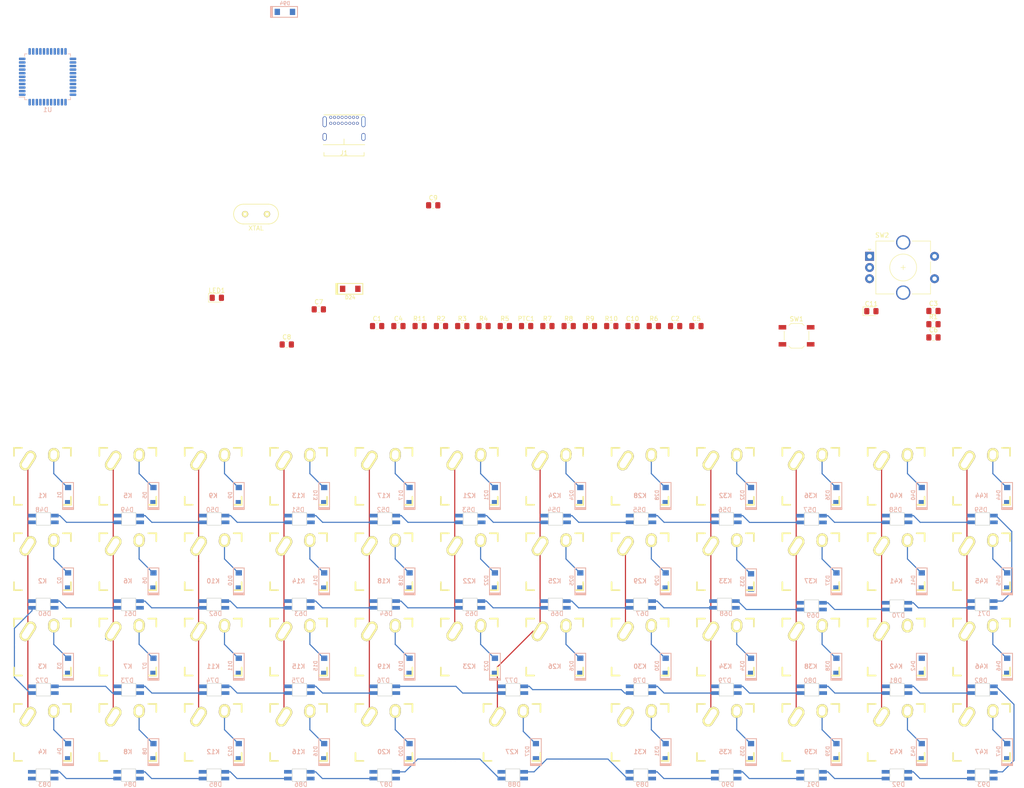
<source format=kicad_pcb>
(kicad_pcb (version 20171130) (host pcbnew "(5.1.0)-1")
  (layers (0 F.Cu signal) (31 B.Cu signal) (34 B.Paste user) (35 F.Paste user) (36 B.SilkS user) (37 F.SilkS user) (38 B.Mask user) (39 F.Mask user) (44 Edge.Cuts user))
  (net 0 "")
  (net 1 /XTAL2)
  (net 2 +5V)
  (net 3 /XTAL1)
  (net 4 5V)
  (net 5 /ENCODER_BOUT)
  (net 6 /ENCODER_AOUT)
  (net 7 /ROW0)
  (net 8 "Net-(D1-Pad2)")
  (net 9 /ROW1)
  (net 10 "Net-(D2-Pad2)")
  (net 11 /ROW2)
  (net 12 "Net-(D3-Pad2)")
  (net 13 /ROW3)
  (net 14 "Net-(D4-Pad2)")
  (net 15 "Net-(D5-Pad2)")
  (net 16 "Net-(D6-Pad2)")
  (net 17 "Net-(D7-Pad2)")
  (net 18 "Net-(D8-Pad2)")
  (net 19 "Net-(D9-Pad2)")
  (net 20 "Net-(D10-Pad2)")
  (net 21 "Net-(D11-Pad2)")
  (net 22 "Net-(D12-Pad2)")
  (net 23 "Net-(D13-Pad2)")
  (net 24 "Net-(D14-Pad2)")
  (net 25 "Net-(D15-Pad2)")
  (net 26 "Net-(D16-Pad2)")
  (net 27 "Net-(D17-Pad2)")
  (net 28 "Net-(D18-Pad2)")
  (net 29 "Net-(D19-Pad2)")
  (net 30 "Net-(D20-Pad2)")
  (net 31 "Net-(D21-Pad2)")
  (net 32 "Net-(D22-Pad2)")
  (net 33 "Net-(D23-Pad2)")
  (net 34 "Net-(D24-Pad2)")
  (net 35 "Net-(D25-Pad2)")
  (net 36 "Net-(D26-Pad2)")
  (net 37 "Net-(D27-Pad2)")
  (net 38 "Net-(D28-Pad2)")
  (net 39 "Net-(D29-Pad2)")
  (net 40 "Net-(D30-Pad2)")
  (net 41 "Net-(D31-Pad2)")
  (net 42 "Net-(D32-Pad2)")
  (net 43 "Net-(D33-Pad2)")
  (net 44 "Net-(D34-Pad2)")
  (net 45 "Net-(D35-Pad2)")
  (net 46 "Net-(D36-Pad2)")
  (net 47 "Net-(D37-Pad2)")
  (net 48 "Net-(D38-Pad2)")
  (net 49 "Net-(D39-Pad2)")
  (net 50 "Net-(D40-Pad2)")
  (net 51 "Net-(D41-Pad2)")
  (net 52 "Net-(D42-Pad2)")
  (net 53 "Net-(D43-Pad2)")
  (net 54 "Net-(D44-Pad2)")
  (net 55 "Net-(D46-Pad2)")
  (net 56 "Net-(D48-Pad4)")
  (net 57 /RGB)
  (net 58 "Net-(D49-Pad4)")
  (net 59 "Net-(D50-Pad4)")
  (net 60 "Net-(D51-Pad4)")
  (net 61 "Net-(D52-Pad4)")
  (net 62 "Net-(D54-Pad4)")
  (net 63 "Net-(D56-Pad4)")
  (net 64 "Net-(D58-Pad4)")
  (net 65 "Net-(D60-Pad4)")
  (net 66 "Net-(D61-Pad2)")
  (net 67 "Net-(D63-Pad2)")
  (net 68 "Net-(D65-Pad2)")
  (net 69 "Net-(D67-Pad2)")
  (net 70 "Net-(D69-Pad2)")
  (net 71 "Net-(D73-Pad4)")
  (net 72 "Net-(D75-Pad4)")
  (net 73 "Net-(D77-Pad4)")
  (net 74 "Net-(D79-Pad4)")
  (net 75 "Net-(D81-Pad4)")
  (net 76 "Net-(D83-Pad4)")
  (net 77 "Net-(D84-Pad2)")
  (net 78 "Net-(D86-Pad2)")
  (net 79 "Net-(D88-Pad2)")
  (net 80 "Net-(D90-Pad2)")
  (net 81 /ENCODER_S1)
  (net 82 "Net-(J1-PadA5)")
  (net 83 VCC)
  (net 84 "Net-(J1-PadA6)")
  (net 85 "Net-(J1-PadA7)")
  (net 86 "Net-(J1-PadA8)")
  (net 87 "Net-(J1-PadB8)")
  (net 88 "Net-(J1-PadB5)")
  (net 89 /COL0)
  (net 90 /COL1)
  (net 91 /COL2)
  (net 92 /COL3)
  (net 93 /COL4)
  (net 94 /COL5)
  (net 95 /COL6)
  (net 96 /COL7)
  (net 97 /COL8)
  (net 98 /COL9)
  (net 99 /COL10)
  (net 100 /COL11)
  (net 101 "Net-(LED1-Pad2)")
  (net 102 /RESET)
  (net 103 /D-)
  (net 104 /D+)
  (net 105 /ENCODER_B)
  (net 106 /ENCODER_A)
  (net 107 "Net-(U1-Pad42)")
  (net 108 "Net-(U1-Pad26)")
  (net 109 "Net-(U1-Pad22)")
  (net 110 "Net-(U1-Pad21)")
  (net 111 "Net-(U1-Pad20)")
  (net 112 "Net-(U1-Pad12)")
  (net 113 "Net-(U1-Pad1)")
  (net 114 "Net-(C11-Pad1)")
  (net 115 "Net-(R11-Pad2)")
  (net 116 GND)
  (net 117 "Net-(SW2-PadC)")
  (net 118 "Net-(D53-Pad4)")
  (net 119 "Net-(D55-Pad4)")
  (net 120 "Net-(D57-Pad4)")
  (net 121 "Net-(D59-Pad4)")
  (net 122 "Net-(D60-Pad2)")
  (net 123 "Net-(D62-Pad2)")
  (net 124 "Net-(D64-Pad2)")
  (net 125 "Net-(D66-Pad2)")
  (net 126 "Net-(D68-Pad2)")
  (net 127 "Net-(D70-Pad2)")
  (net 128 "Net-(D72-Pad4)")
  (net 129 "Net-(D74-Pad4)")
  (net 130 "Net-(D76-Pad4)")
  (net 131 "Net-(D78-Pad4)")
  (net 132 "Net-(D80-Pad4)")
  (net 133 "Net-(D82-Pad4)")
  (net 134 "Net-(D85-Pad2)")
  (net 135 "Net-(D87-Pad2)")
  (net 136 "Net-(D89-Pad2)")
  (net 137 "Net-(D91-Pad2)")
  (net 138 "Net-(D92-Pad2)")
  (net 139 "Net-(D83-Pad2)")
  (module keyboardlib:sk6812_mini_E_cuts (layer F.Cu) (at 138.684 83.82)
    (fp_text reference D77 (at 2.15 -1.31) (layer B.SilkS) (effects (justify mirror)))
    (fp_text value SK6812)
    (fp_line (start 0.9 -0.65) (end 0.9 2.15) (layer Edge.Cuts) (width 0.12))
    (fp_line (start 4.1 2.15) (end 0.9 2.15) (layer Edge.Cuts) (width 0.12))
    (fp_line (start 4.1 -0.65) (end 4.1 2.15) (layer Edge.Cuts) (width 0.12))
    (fp_line (start 0.9 -0.65) (end 4.1 -0.65) (layer Edge.Cuts) (width 0.12))
    (pad 4 smd rect (at 5 0) (size 1.8 0.82) (layers B.Cu B.Paste B.Mask) (net 73 "Net-(D77-Pad4)"))
    (pad 3 smd rect (at 5 1.5) (size 1.8 0.82) (layers B.Cu B.Paste B.Mask) (net 4 5V))
    (pad 2 smd rect (at 0 1.5) (size 1.8 0.82) (layers B.Cu B.Paste B.Mask) (net 130 "Net-(D76-Pad4)"))
    (pad 1 smd rect (at 0 0) (size 1.8 0.82) (layers B.Cu B.Paste B.Mask) (net 116 GND))
  )
  (module keebs:Mx_Alps_100 (layer F.Cu) (at 36.195 75.057)
    (fp_text reference K3 (at 0 4.318) (layer B.SilkS) (effects (font (thickness 0.2)) (justify mirror)))
    (fp_text value KEYSW hide)
    (pad 2 thru_hole oval (at 2.52 -4.79 356.1) (size 2.5 3.08) (drill oval 1.5 2.08) (layers *.Cu *.Mask F.SilkS) (net 12 "Net-(D3-Pad2)"))
    (pad 1 thru_hole oval (at -3.255 -3.52 327.5) (size 2.5 4.75) (drill oval 1.5 3.75) (layers *.Cu *.Mask F.SilkS) (net 89 /COL0))
    (pad "" np_thru_hole circle (at 5.08 0) (size 1.7018 1.7018) (drill 1.7018) (layers *.Cu *.Mask))
    (pad "" np_thru_hole circle (at -5.08 0) (size 1.7018 1.7018) (drill 1.7018) (layers *.Cu *.Mask))
    (pad "" np_thru_hole circle (at 0 0) (size 3.9878 3.9878) (drill 3.9878) (layers *.Cu *.Mask))
  )
  (module keyboardlib:sk6812_mini_E_cuts (layer F.Cu) (at 76.962 66.294 180)
    (fp_text reference D62 (at 2.15 -1.31 180) (layer B.SilkS) (effects (justify mirror)))
    (fp_text value SK6812)
    (fp_line (start 0.9 -0.65) (end 0.9 2.15) (layer Edge.Cuts) (width 0.12))
    (fp_line (start 4.1 2.15) (end 0.9 2.15) (layer Edge.Cuts) (width 0.12))
    (fp_line (start 4.1 -0.65) (end 4.1 2.15) (layer Edge.Cuts) (width 0.12))
    (fp_line (start 0.9 -0.65) (end 4.1 -0.65) (layer Edge.Cuts) (width 0.12))
    (pad 4 smd rect (at 5 0 180) (size 1.8 0.82) (layers B.Cu B.Paste B.Mask) (net 66 "Net-(D61-Pad2)"))
    (pad 3 smd rect (at 5 1.5 180) (size 1.8 0.82) (layers B.Cu B.Paste B.Mask) (net 4 5V))
    (pad 2 smd rect (at 0 1.5 180) (size 1.8 0.82) (layers B.Cu B.Paste B.Mask) (net 123 "Net-(D62-Pad2)"))
    (pad 1 smd rect (at 0 0 180) (size 1.8 0.82) (layers B.Cu B.Paste B.Mask) (net 116 GND))
  )
  (module keyboardlib:sk6812_mini_E_cuts (layer F.Cu) (at 76.962 104.394 180)
    (fp_text reference D85 (at 2.15 -1.31 180) (layer B.SilkS) (effects (justify mirror)))
    (fp_text value SK6812)
    (fp_line (start 0.9 -0.65) (end 4.1 -0.65) (layer Edge.Cuts) (width 0.12))
    (fp_line (start 4.1 -0.65) (end 4.1 2.15) (layer Edge.Cuts) (width 0.12))
    (fp_line (start 4.1 2.15) (end 0.9 2.15) (layer Edge.Cuts) (width 0.12))
    (fp_line (start 0.9 -0.65) (end 0.9 2.15) (layer Edge.Cuts) (width 0.12))
    (pad 1 smd rect (at 0 0 180) (size 1.8 0.82) (layers B.Cu B.Paste B.Mask) (net 116 GND))
    (pad 2 smd rect (at 0 1.5 180) (size 1.8 0.82) (layers B.Cu B.Paste B.Mask) (net 134 "Net-(D85-Pad2)"))
    (pad 3 smd rect (at 5 1.5 180) (size 1.8 0.82) (layers B.Cu B.Paste B.Mask) (net 4 5V))
    (pad 4 smd rect (at 5 0 180) (size 1.8 0.82) (layers B.Cu B.Paste B.Mask) (net 77 "Net-(D84-Pad2)"))
  )
  (module keyboard_parts:D_SOD123 (layer B.Cu) (at 90.297 -66.675)
    (fp_text reference D94 (at 0 -1.925) (layer B.SilkS) (effects (font (size 0.8 0.8)) (justify mirror)))
    (fp_text value D hide)
    (pad 1 smd rect (at -1.7 0) (size 1.2 1.4) (layers B.Cu B.Paste B.Mask) (net 13 /ROW3))
    (pad 2 smd rect (at 1.7 0) (size 1.2 1.4) (layers B.Cu B.Paste B.Mask) (net 81 /ENCODER_S1))
  )
  (module keyboard_parts:XTAL_HC_49_TH (layer F.Cu) (at 83.85 -21.563)
    (fp_text reference X1 hide)
    (fp_text value XTAL (at 0 3.15) (layer F.SilkS))
    (pad 2 thru_hole circle (at -2.45 0 180) (size 1.4 1.4) (drill 0.7) (layers *.Cu *.Mask F.SilkS) (net 3 /XTAL1))
    (pad 1 thru_hole circle (at 2.45 0 180) (size 1.4 1.4) (drill 0.7) (layers *.Cu *.Mask F.SilkS) (net 1 /XTAL2))
  )
  (module Package_QFP:LQFP-44_10x10mm_P0.8mm (layer B.Cu) (at 37.338 -52.197)
    (fp_text reference U1 (at 0 7.35) (layer B.SilkS) (effects (justify mirror)))
    (fp_text value ATMEGA32U4)
    (pad 44 smd roundrect (at -4 5.6625) (size 0.55 1.475) (layers B.Cu B.Paste B.Mask) (net 4 5V))
    (pad 43 smd roundrect (at -3.2 5.6625) (size 0.55 1.475) (layers B.Cu B.Paste B.Mask) (net 116 GND))
    (pad 42 smd roundrect (at -2.4 5.6625) (size 0.55 1.475) (layers B.Cu B.Paste B.Mask) (net 107 "Net-(U1-Pad42)"))
    (pad 41 smd roundrect (at -1.6 5.6625) (size 0.55 1.475) (layers B.Cu B.Paste B.Mask) (net 89 /COL0))
    (pad 40 smd roundrect (at -0.8 5.6625) (size 0.55 1.475) (layers B.Cu B.Paste B.Mask) (net 90 /COL1))
    (pad 39 smd roundrect (at 0 5.6625) (size 0.55 1.475) (layers B.Cu B.Paste B.Mask) (net 91 /COL2))
    (pad 38 smd roundrect (at 0.8 5.6625) (size 0.55 1.475) (layers B.Cu B.Paste B.Mask) (net 92 /COL3))
    (pad 37 smd roundrect (at 1.6 5.6625) (size 0.55 1.475) (layers B.Cu B.Paste B.Mask) (net 93 /COL4))
    (pad 36 smd roundrect (at 2.4 5.6625) (size 0.55 1.475) (layers B.Cu B.Paste B.Mask) (net 94 /COL5))
    (pad 35 smd roundrect (at 3.2 5.6625) (size 0.55 1.475) (layers B.Cu B.Paste B.Mask) (net 116 GND))
    (pad 34 smd roundrect (at 4 5.6625) (size 0.55 1.475) (layers B.Cu B.Paste B.Mask) (net 4 5V))
    (pad 33 smd roundrect (at 5.6625 4) (size 1.475 0.55) (layers B.Cu B.Paste B.Mask) (net 115 "Net-(R11-Pad2)"))
    (pad 32 smd roundrect (at 5.6625 3.2) (size 1.475 0.55) (layers B.Cu B.Paste B.Mask) (net 95 /COL6))
    (pad 31 smd roundrect (at 5.6625 2.4) (size 1.475 0.55) (layers B.Cu B.Paste B.Mask) (net 96 /COL7))
    (pad 30 smd roundrect (at 5.6625 1.6) (size 1.475 0.55) (layers B.Cu B.Paste B.Mask) (net 97 /COL8))
    (pad 29 smd roundrect (at 5.6625 0.8) (size 1.475 0.55) (layers B.Cu B.Paste B.Mask) (net 98 /COL9))
    (pad 28 smd roundrect (at 5.6625 0) (size 1.475 0.55) (layers B.Cu B.Paste B.Mask) (net 99 /COL10))
    (pad 27 smd roundrect (at 5.6625 -0.8) (size 1.475 0.55) (layers B.Cu B.Paste B.Mask) (net 100 /COL11))
    (pad 26 smd roundrect (at 5.6625 -1.6) (size 1.475 0.55) (layers B.Cu B.Paste B.Mask) (net 108 "Net-(U1-Pad26)"))
    (pad 25 smd roundrect (at 5.6625 -2.4) (size 1.475 0.55) (layers B.Cu B.Paste B.Mask) (net 57 /RGB))
    (pad 24 smd roundrect (at 5.6625 -3.2) (size 1.475 0.55) (layers B.Cu B.Paste B.Mask) (net 4 5V))
    (pad 23 smd roundrect (at 5.6625 -4) (size 1.475 0.55) (layers B.Cu B.Paste B.Mask) (net 116 GND))
    (pad 22 smd roundrect (at 4 -5.6625) (size 0.55 1.475) (layers B.Cu B.Paste B.Mask) (net 109 "Net-(U1-Pad22)"))
    (pad 21 smd roundrect (at 3.2 -5.6625) (size 0.55 1.475) (layers B.Cu B.Paste B.Mask) (net 110 "Net-(U1-Pad21)"))
    (pad 20 smd roundrect (at 2.4 -5.6625) (size 0.55 1.475) (layers B.Cu B.Paste B.Mask) (net 111 "Net-(U1-Pad20)"))
    (pad 19 smd roundrect (at 1.6 -5.6625) (size 0.55 1.475) (layers B.Cu B.Paste B.Mask) (net 5 /ENCODER_BOUT))
    (pad 18 smd roundrect (at 0.8 -5.6625) (size 0.55 1.475) (layers B.Cu B.Paste B.Mask) (net 6 /ENCODER_AOUT))
    (pad 17 smd roundrect (at 0 -5.6625) (size 0.55 1.475) (layers B.Cu B.Paste B.Mask) (net 1 /XTAL2))
    (pad 16 smd roundrect (at -0.8 -5.6625) (size 0.55 1.475) (layers B.Cu B.Paste B.Mask) (net 3 /XTAL1))
    (pad 15 smd roundrect (at -1.6 -5.6625) (size 0.55 1.475) (layers B.Cu B.Paste B.Mask) (net 116 GND))
    (pad 14 smd roundrect (at -2.4 -5.6625) (size 0.55 1.475) (layers B.Cu B.Paste B.Mask) (net 4 5V))
    (pad 13 smd roundrect (at -3.2 -5.6625) (size 0.55 1.475) (layers B.Cu B.Paste B.Mask) (net 102 /RESET))
    (pad 12 smd roundrect (at -4 -5.6625) (size 0.55 1.475) (layers B.Cu B.Paste B.Mask) (net 112 "Net-(U1-Pad12)"))
    (pad 11 smd roundrect (at -5.6625 -4) (size 1.475 0.55) (layers B.Cu B.Paste B.Mask) (net 13 /ROW3))
    (pad 10 smd roundrect (at -5.6625 -3.2) (size 1.475 0.55) (layers B.Cu B.Paste B.Mask) (net 11 /ROW2))
    (pad 9 smd roundrect (at -5.6625 -2.4) (size 1.475 0.55) (layers B.Cu B.Paste B.Mask) (net 9 /ROW1))
    (pad 8 smd roundrect (at -5.6625 -1.6) (size 1.475 0.55) (layers B.Cu B.Paste B.Mask) (net 7 /ROW0))
    (pad 7 smd roundrect (at -5.6625 -0.8) (size 1.475 0.55) (layers B.Cu B.Paste B.Mask) (net 4 5V))
    (pad 6 smd roundrect (at -5.6625 0) (size 1.475 0.55) (layers B.Cu B.Paste B.Mask) (net 114 "Net-(C11-Pad1)"))
    (pad 5 smd roundrect (at -5.6625 0.8) (size 1.475 0.55) (layers B.Cu B.Paste B.Mask) (net 116 GND))
    (pad 4 smd roundrect (at -5.6625 1.6) (size 1.475 0.55) (layers B.Cu B.Paste B.Mask) (net 104 /D+))
    (pad 3 smd roundrect (at -5.6625 2.4) (size 1.475 0.55) (layers B.Cu B.Paste B.Mask) (net 103 /D-))
    (pad 2 smd roundrect (at -5.6625 3.2) (size 1.475 0.55) (layers B.Cu B.Paste B.Mask) (net 4 5V))
    (pad 1 smd roundrect (at -5.6625 4) (size 1.475 0.55) (layers B.Cu B.Paste B.Mask) (net 113 "Net-(U1-Pad1)"))
  )
  (module Rotary_Encoder:RotaryEncoder_Alps_EC11E-Switch_Vertical_H20mm_CircularMountingHoles (layer F.Cu) (at 220.764 -12.139)
    (fp_text reference SW2 (at 2.8 -4.7) (layer F.SilkS))
    (fp_text value Rotary_Encoder_Switch)
    (pad A thru_hole rect (at 0 0) (size 2 2) (drill 1) (layers *.Cu *.Mask) (net 106 /ENCODER_A))
    (pad C thru_hole circle (at 0 2.5) (size 2 2) (drill 1) (layers *.Cu *.Mask) (net 117 "Net-(SW2-PadC)"))
    (pad B thru_hole circle (at 0 5) (size 2 2) (drill 1) (layers *.Cu *.Mask) (net 105 /ENCODER_B))
    (pad MP thru_hole circle (at 7.5 -3.1) (size 3.2 3.2) (drill 2.6) (layers *.Cu *.Mask))
    (pad MP thru_hole circle (at 7.5 8.1) (size 3.2 3.2) (drill 2.6) (layers *.Cu *.Mask))
    (pad S2 thru_hole circle (at 14.5 0) (size 2 2) (drill 1) (layers *.Cu *.Mask) (net 94 /COL5))
    (pad S1 thru_hole circle (at 14.5 5) (size 2 2) (drill 1) (layers *.Cu *.Mask) (net 81 /ENCODER_S1))
  )
  (module Button_Switch_SMD:SW_SPST_TL3342 (layer F.Cu) (at 204.464 5.601)
    (fp_text reference SW1 (at 0 -3.75) (layer F.SilkS))
    (fp_text value SW_PUSH)
    (pad 2 smd rect (at 3.15 1.9) (size 1.7 1) (layers F.Cu F.Paste F.Mask) (net 116 GND))
    (pad 2 smd rect (at -3.15 1.9) (size 1.7 1) (layers F.Cu F.Paste F.Mask) (net 116 GND))
    (pad 1 smd rect (at 3.15 -1.9) (size 1.7 1) (layers F.Cu F.Paste F.Mask) (net 102 /RESET))
    (pad 1 smd rect (at -3.15 -1.9) (size 1.7 1) (layers F.Cu F.Paste F.Mask) (net 102 /RESET))
  )
  (module Resistor_SMD:R_0805_2012Metric_Pad1.15x1.40mm_HandSolder (layer F.Cu) (at 120.371 3.429)
    (fp_text reference R11 (at 0 -1.65) (layer F.SilkS))
    (fp_text value 10k)
    (pad 2 smd roundrect (at 1.025 0) (size 1.15 1.4) (layers F.Cu F.Paste F.Mask) (roundrect_rratio 0.217391) (net 115 "Net-(R11-Pad2)"))
    (pad 1 smd roundrect (at -1.025 0) (size 1.15 1.4) (layers F.Cu F.Paste F.Mask) (roundrect_rratio 0.217391) (net 116 GND))
  )
  (module Resistor_SMD:R_0805_2012Metric_Pad1.15x1.40mm_HandSolder (layer F.Cu) (at 163.121 3.429)
    (fp_text reference R10 (at 0 -1.65) (layer F.SilkS))
    (fp_text value 220)
    (pad 2 smd roundrect (at 1.025 0) (size 1.15 1.4) (layers F.Cu F.Paste F.Mask) (roundrect_rratio 0.217391) (net 101 "Net-(LED1-Pad2)"))
    (pad 1 smd roundrect (at -1.025 0) (size 1.15 1.4) (layers F.Cu F.Paste F.Mask) (roundrect_rratio 0.217391) (net 4 5V))
  )
  (module Resistor_SMD:R_0805_2012Metric_Pad1.15x1.40mm_HandSolder (layer F.Cu) (at 158.371 3.429)
    (fp_text reference R9 (at 0 -1.65) (layer F.SilkS))
    (fp_text value 10k)
    (pad 2 smd roundrect (at 1.025 0) (size 1.15 1.4) (layers F.Cu F.Paste F.Mask) (roundrect_rratio 0.217391) (net 106 /ENCODER_A))
    (pad 1 smd roundrect (at -1.025 0) (size 1.15 1.4) (layers F.Cu F.Paste F.Mask) (roundrect_rratio 0.217391) (net 6 /ENCODER_AOUT))
  )
  (module Resistor_SMD:R_0805_2012Metric_Pad1.15x1.40mm_HandSolder (layer F.Cu) (at 153.621 3.429)
    (fp_text reference R8 (at 0 -1.65) (layer F.SilkS))
    (fp_text value 10k)
    (pad 2 smd roundrect (at 1.025 0) (size 1.15 1.4) (layers F.Cu F.Paste F.Mask) (roundrect_rratio 0.217391) (net 4 5V))
    (pad 1 smd roundrect (at -1.025 0) (size 1.15 1.4) (layers F.Cu F.Paste F.Mask) (roundrect_rratio 0.217391) (net 106 /ENCODER_A))
  )
  (module Resistor_SMD:R_0805_2012Metric_Pad1.15x1.40mm_HandSolder (layer F.Cu) (at 148.871 3.429)
    (fp_text reference R7 (at 0 -1.65) (layer F.SilkS))
    (fp_text value 10k)
    (pad 2 smd roundrect (at 1.025 0) (size 1.15 1.4) (layers F.Cu F.Paste F.Mask) (roundrect_rratio 0.217391) (net 105 /ENCODER_B))
    (pad 1 smd roundrect (at -1.025 0) (size 1.15 1.4) (layers F.Cu F.Paste F.Mask) (roundrect_rratio 0.217391) (net 5 /ENCODER_BOUT))
  )
  (module Resistor_SMD:R_0805_2012Metric_Pad1.15x1.40mm_HandSolder (layer F.Cu) (at 172.621 3.429)
    (fp_text reference R6 (at 0 -1.65) (layer F.SilkS))
    (fp_text value 10k)
    (pad 2 smd roundrect (at 1.025 0) (size 1.15 1.4) (layers F.Cu F.Paste F.Mask) (roundrect_rratio 0.217391) (net 4 5V))
    (pad 1 smd roundrect (at -1.025 0) (size 1.15 1.4) (layers F.Cu F.Paste F.Mask) (roundrect_rratio 0.217391) (net 105 /ENCODER_B))
  )
  (module Resistor_SMD:R_0805_2012Metric_Pad1.15x1.40mm_HandSolder (layer F.Cu) (at 139.371 3.429)
    (fp_text reference R5 (at 0 -1.65) (layer F.SilkS))
    (fp_text value 22)
    (pad 2 smd roundrect (at 1.025 0) (size 1.15 1.4) (layers F.Cu F.Paste F.Mask) (roundrect_rratio 0.217391) (net 84 "Net-(J1-PadA6)"))
    (pad 1 smd roundrect (at -1.025 0) (size 1.15 1.4) (layers F.Cu F.Paste F.Mask) (roundrect_rratio 0.217391) (net 104 /D+))
  )
  (module Resistor_SMD:R_0805_2012Metric_Pad1.15x1.40mm_HandSolder (layer F.Cu) (at 134.621 3.429)
    (fp_text reference R4 (at 0 -1.65) (layer F.SilkS))
    (fp_text value 22)
    (pad 2 smd roundrect (at 1.025 0) (size 1.15 1.4) (layers F.Cu F.Paste F.Mask) (roundrect_rratio 0.217391) (net 85 "Net-(J1-PadA7)"))
    (pad 1 smd roundrect (at -1.025 0) (size 1.15 1.4) (layers F.Cu F.Paste F.Mask) (roundrect_rratio 0.217391) (net 103 /D-))
  )
  (module Resistor_SMD:R_0805_2012Metric_Pad1.15x1.40mm_HandSolder (layer F.Cu) (at 129.871 3.429)
    (fp_text reference R3 (at 0 -1.65) (layer F.SilkS))
    (fp_text value 5.1k)
    (pad 2 smd roundrect (at 1.025 0) (size 1.15 1.4) (layers F.Cu F.Paste F.Mask) (roundrect_rratio 0.217391) (net 88 "Net-(J1-PadB5)"))
    (pad 1 smd roundrect (at -1.025 0) (size 1.15 1.4) (layers F.Cu F.Paste F.Mask) (roundrect_rratio 0.217391) (net 116 GND))
  )
  (module Resistor_SMD:R_0805_2012Metric_Pad1.15x1.40mm_HandSolder (layer F.Cu) (at 125.121 3.429)
    (fp_text reference R2 (at 0 -1.65) (layer F.SilkS))
    (fp_text value 5.1k)
    (pad 2 smd roundrect (at 1.025 0) (size 1.15 1.4) (layers F.Cu F.Paste F.Mask) (roundrect_rratio 0.217391) (net 82 "Net-(J1-PadA5)"))
    (pad 1 smd roundrect (at -1.025 0) (size 1.15 1.4) (layers F.Cu F.Paste F.Mask) (roundrect_rratio 0.217391) (net 116 GND))
  )
  (module Resistor_SMD:R_0805_2012Metric_Pad1.15x1.40mm_HandSolder (layer F.Cu) (at 235.014 3.011)
    (fp_text reference R1 (at 0 -1.65) (layer F.SilkS))
    (fp_text value 10k)
    (pad 2 smd roundrect (at 1.025 0) (size 1.15 1.4) (layers F.Cu F.Paste F.Mask) (roundrect_rratio 0.217391) (net 102 /RESET))
    (pad 1 smd roundrect (at -1.025 0) (size 1.15 1.4) (layers F.Cu F.Paste F.Mask) (roundrect_rratio 0.217391) (net 4 5V))
  )
  (module Fuse:Fuse_0805_2012Metric_Pad1.15x1.40mm_HandSolder (layer F.Cu) (at 144.121 3.429)
    (fp_text reference PTC1 (at 0 -1.65) (layer F.SilkS))
    (fp_text value "PTC 1.5A")
    (pad 2 smd roundrect (at 1.025 0) (size 1.15 1.4) (layers F.Cu F.Paste F.Mask) (roundrect_rratio 0.217391) (net 4 5V))
    (pad 1 smd roundrect (at -1.025 0) (size 1.15 1.4) (layers F.Cu F.Paste F.Mask) (roundrect_rratio 0.217391) (net 83 VCC))
  )
  (module LED_SMD:LED_0805_2012Metric_Pad1.15x1.40mm_HandSolder (layer F.Cu) (at 75.105 -2.878)
    (fp_text reference LED1 (at 0 -1.65) (layer F.SilkS))
    (fp_text value LED)
    (pad 2 smd roundrect (at 1.025 0) (size 1.15 1.4) (layers F.Cu F.Paste F.Mask) (roundrect_rratio 0.217391) (net 101 "Net-(LED1-Pad2)"))
    (pad 1 smd roundrect (at -1.025 0) (size 1.15 1.4) (layers F.Cu F.Paste F.Mask) (roundrect_rratio 0.217391) (net 2 +5V))
  )
  (module keebs:Mx_Alps_100 (layer F.Cu) (at 245.745 94.107)
    (fp_text reference K47 (at 0 4.318) (layer B.SilkS) (effects (font (thickness 0.2)) (justify mirror)))
    (fp_text value KEYSW hide)
    (pad 2 thru_hole oval (at 2.52 -4.79 356.1) (size 2.5 3.08) (drill oval 1.5 2.08) (layers *.Cu *.Mask F.SilkS) (net 11 /ROW2))
    (pad 1 thru_hole oval (at -3.255 -3.52 327.5) (size 2.5 4.75) (drill oval 1.5 3.75) (layers *.Cu *.Mask F.SilkS) (net 100 /COL11))
    (pad "" np_thru_hole circle (at 5.08 0) (size 1.7018 1.7018) (drill 1.7018) (layers *.Cu *.Mask))
    (pad "" np_thru_hole circle (at -5.08 0) (size 1.7018 1.7018) (drill 1.7018) (layers *.Cu *.Mask))
    (pad "" np_thru_hole circle (at 0 0) (size 3.9878 3.9878) (drill 3.9878) (layers *.Cu *.Mask))
  )
  (module keebs:Mx_Alps_100 (layer F.Cu) (at 245.745 75.057)
    (fp_text reference K46 (at 0 4.318) (layer B.SilkS) (effects (font (thickness 0.2)) (justify mirror)))
    (fp_text value KEYSW hide)
    (pad 2 thru_hole oval (at 2.52 -4.79 356.1) (size 2.5 3.08) (drill oval 1.5 2.08) (layers *.Cu *.Mask F.SilkS) (net 55 "Net-(D46-Pad2)"))
    (pad 1 thru_hole oval (at -3.255 -3.52 327.5) (size 2.5 4.75) (drill oval 1.5 3.75) (layers *.Cu *.Mask F.SilkS) (net 100 /COL11))
    (pad "" np_thru_hole circle (at 5.08 0) (size 1.7018 1.7018) (drill 1.7018) (layers *.Cu *.Mask))
    (pad "" np_thru_hole circle (at -5.08 0) (size 1.7018 1.7018) (drill 1.7018) (layers *.Cu *.Mask))
    (pad "" np_thru_hole circle (at 0 0) (size 3.9878 3.9878) (drill 3.9878) (layers *.Cu *.Mask))
  )
  (module keebs:Mx_Alps_100 (layer F.Cu) (at 245.745 56.007)
    (fp_text reference K45 (at 0 4.318) (layer B.SilkS) (effects (font (thickness 0.2)) (justify mirror)))
    (fp_text value KEYSW hide)
    (pad 2 thru_hole oval (at 2.52 -4.79 356.1) (size 2.5 3.08) (drill oval 1.5 2.08) (layers *.Cu *.Mask F.SilkS) (net 7 /ROW0))
    (pad 1 thru_hole oval (at -3.255 -3.52 327.5) (size 2.5 4.75) (drill oval 1.5 3.75) (layers *.Cu *.Mask F.SilkS) (net 100 /COL11))
    (pad "" np_thru_hole circle (at 5.08 0) (size 1.7018 1.7018) (drill 1.7018) (layers *.Cu *.Mask))
    (pad "" np_thru_hole circle (at -5.08 0) (size 1.7018 1.7018) (drill 1.7018) (layers *.Cu *.Mask))
    (pad "" np_thru_hole circle (at 0 0) (size 3.9878 3.9878) (drill 3.9878) (layers *.Cu *.Mask))
  )
  (module keebs:Mx_Alps_100 (layer F.Cu) (at 245.745 36.957)
    (fp_text reference K44 (at 0 4.318) (layer B.SilkS) (effects (font (thickness 0.2)) (justify mirror)))
    (fp_text value KEYSW hide)
    (pad 2 thru_hole oval (at 2.52 -4.79 356.1) (size 2.5 3.08) (drill oval 1.5 2.08) (layers *.Cu *.Mask F.SilkS) (net 54 "Net-(D44-Pad2)"))
    (pad 1 thru_hole oval (at -3.255 -3.52 327.5) (size 2.5 4.75) (drill oval 1.5 3.75) (layers *.Cu *.Mask F.SilkS) (net 100 /COL11))
    (pad "" np_thru_hole circle (at 5.08 0) (size 1.7018 1.7018) (drill 1.7018) (layers *.Cu *.Mask))
    (pad "" np_thru_hole circle (at -5.08 0) (size 1.7018 1.7018) (drill 1.7018) (layers *.Cu *.Mask))
    (pad "" np_thru_hole circle (at 0 0) (size 3.9878 3.9878) (drill 3.9878) (layers *.Cu *.Mask))
  )
  (module keebs:Mx_Alps_100 (layer F.Cu) (at 226.695 94.107)
    (fp_text reference K43 (at 0 4.318) (layer B.SilkS) (effects (font (thickness 0.2)) (justify mirror)))
    (fp_text value KEYSW hide)
    (pad 2 thru_hole oval (at 2.52 -4.79 356.1) (size 2.5 3.08) (drill oval 1.5 2.08) (layers *.Cu *.Mask F.SilkS) (net 53 "Net-(D43-Pad2)"))
    (pad 1 thru_hole oval (at -3.255 -3.52 327.5) (size 2.5 4.75) (drill oval 1.5 3.75) (layers *.Cu *.Mask F.SilkS) (net 99 /COL10))
    (pad "" np_thru_hole circle (at 5.08 0) (size 1.7018 1.7018) (drill 1.7018) (layers *.Cu *.Mask))
    (pad "" np_thru_hole circle (at -5.08 0) (size 1.7018 1.7018) (drill 1.7018) (layers *.Cu *.Mask))
    (pad "" np_thru_hole circle (at 0 0) (size 3.9878 3.9878) (drill 3.9878) (layers *.Cu *.Mask))
  )
  (module keebs:Mx_Alps_100 (layer F.Cu) (at 226.695 75.057)
    (fp_text reference K42 (at 0 4.318) (layer B.SilkS) (effects (font (thickness 0.2)) (justify mirror)))
    (fp_text value KEYSW hide)
    (pad 2 thru_hole oval (at 2.52 -4.79 356.1) (size 2.5 3.08) (drill oval 1.5 2.08) (layers *.Cu *.Mask F.SilkS) (net 52 "Net-(D42-Pad2)"))
    (pad 1 thru_hole oval (at -3.255 -3.52 327.5) (size 2.5 4.75) (drill oval 1.5 3.75) (layers *.Cu *.Mask F.SilkS) (net 99 /COL10))
    (pad "" np_thru_hole circle (at 5.08 0) (size 1.7018 1.7018) (drill 1.7018) (layers *.Cu *.Mask))
    (pad "" np_thru_hole circle (at -5.08 0) (size 1.7018 1.7018) (drill 1.7018) (layers *.Cu *.Mask))
    (pad "" np_thru_hole circle (at 0 0) (size 3.9878 3.9878) (drill 3.9878) (layers *.Cu *.Mask))
  )
  (module keebs:Mx_Alps_100 (layer F.Cu) (at 226.695 56.007)
    (fp_text reference K41 (at 0 4.318) (layer B.SilkS) (effects (font (thickness 0.2)) (justify mirror)))
    (fp_text value KEYSW hide)
    (pad 2 thru_hole oval (at 2.52 -4.79 356.1) (size 2.5 3.08) (drill oval 1.5 2.08) (layers *.Cu *.Mask F.SilkS) (net 51 "Net-(D41-Pad2)"))
    (pad 1 thru_hole oval (at -3.255 -3.52 327.5) (size 2.5 4.75) (drill oval 1.5 3.75) (layers *.Cu *.Mask F.SilkS) (net 99 /COL10))
    (pad "" np_thru_hole circle (at 5.08 0) (size 1.7018 1.7018) (drill 1.7018) (layers *.Cu *.Mask))
    (pad "" np_thru_hole circle (at -5.08 0) (size 1.7018 1.7018) (drill 1.7018) (layers *.Cu *.Mask))
    (pad "" np_thru_hole circle (at 0 0) (size 3.9878 3.9878) (drill 3.9878) (layers *.Cu *.Mask))
  )
  (module keebs:Mx_Alps_100 (layer F.Cu) (at 226.695 36.957)
    (fp_text reference K40 (at 0 4.318) (layer B.SilkS) (effects (font (thickness 0.2)) (justify mirror)))
    (fp_text value KEYSW hide)
    (pad 2 thru_hole oval (at 2.52 -4.79 356.1) (size 2.5 3.08) (drill oval 1.5 2.08) (layers *.Cu *.Mask F.SilkS) (net 50 "Net-(D40-Pad2)"))
    (pad 1 thru_hole oval (at -3.255 -3.52 327.5) (size 2.5 4.75) (drill oval 1.5 3.75) (layers *.Cu *.Mask F.SilkS) (net 99 /COL10))
    (pad "" np_thru_hole circle (at 5.08 0) (size 1.7018 1.7018) (drill 1.7018) (layers *.Cu *.Mask))
    (pad "" np_thru_hole circle (at -5.08 0) (size 1.7018 1.7018) (drill 1.7018) (layers *.Cu *.Mask))
    (pad "" np_thru_hole circle (at 0 0) (size 3.9878 3.9878) (drill 3.9878) (layers *.Cu *.Mask))
  )
  (module keebs:Mx_Alps_100 (layer F.Cu) (at 207.645 94.107)
    (fp_text reference K39 (at 0 4.318) (layer B.SilkS) (effects (font (thickness 0.2)) (justify mirror)))
    (fp_text value KEYSW hide)
    (pad 2 thru_hole oval (at 2.52 -4.79 356.1) (size 2.5 3.08) (drill oval 1.5 2.08) (layers *.Cu *.Mask F.SilkS) (net 49 "Net-(D39-Pad2)"))
    (pad 1 thru_hole oval (at -3.255 -3.52 327.5) (size 2.5 4.75) (drill oval 1.5 3.75) (layers *.Cu *.Mask F.SilkS) (net 98 /COL9))
    (pad "" np_thru_hole circle (at 5.08 0) (size 1.7018 1.7018) (drill 1.7018) (layers *.Cu *.Mask))
    (pad "" np_thru_hole circle (at -5.08 0) (size 1.7018 1.7018) (drill 1.7018) (layers *.Cu *.Mask))
    (pad "" np_thru_hole circle (at 0 0) (size 3.9878 3.9878) (drill 3.9878) (layers *.Cu *.Mask))
  )
  (module keebs:Mx_Alps_100 (layer F.Cu) (at 207.645 75.057)
    (fp_text reference K38 (at 0 4.318) (layer B.SilkS) (effects (font (thickness 0.2)) (justify mirror)))
    (fp_text value KEYSW hide)
    (pad 2 thru_hole oval (at 2.52 -4.79 356.1) (size 2.5 3.08) (drill oval 1.5 2.08) (layers *.Cu *.Mask F.SilkS) (net 48 "Net-(D38-Pad2)"))
    (pad 1 thru_hole oval (at -3.255 -3.52 327.5) (size 2.5 4.75) (drill oval 1.5 3.75) (layers *.Cu *.Mask F.SilkS) (net 98 /COL9))
    (pad "" np_thru_hole circle (at 5.08 0) (size 1.7018 1.7018) (drill 1.7018) (layers *.Cu *.Mask))
    (pad "" np_thru_hole circle (at -5.08 0) (size 1.7018 1.7018) (drill 1.7018) (layers *.Cu *.Mask))
    (pad "" np_thru_hole circle (at 0 0) (size 3.9878 3.9878) (drill 3.9878) (layers *.Cu *.Mask))
  )
  (module keebs:Mx_Alps_100 (layer F.Cu) (at 207.645 56.007)
    (fp_text reference K37 (at 0 4.318) (layer B.SilkS) (effects (font (thickness 0.2)) (justify mirror)))
    (fp_text value KEYSW hide)
    (pad 2 thru_hole oval (at 2.52 -4.79 356.1) (size 2.5 3.08) (drill oval 1.5 2.08) (layers *.Cu *.Mask F.SilkS) (net 47 "Net-(D37-Pad2)"))
    (pad 1 thru_hole oval (at -3.255 -3.52 327.5) (size 2.5 4.75) (drill oval 1.5 3.75) (layers *.Cu *.Mask F.SilkS) (net 98 /COL9))
    (pad "" np_thru_hole circle (at 5.08 0) (size 1.7018 1.7018) (drill 1.7018) (layers *.Cu *.Mask))
    (pad "" np_thru_hole circle (at -5.08 0) (size 1.7018 1.7018) (drill 1.7018) (layers *.Cu *.Mask))
    (pad "" np_thru_hole circle (at 0 0) (size 3.9878 3.9878) (drill 3.9878) (layers *.Cu *.Mask))
  )
  (module keebs:Mx_Alps_100 (layer F.Cu) (at 207.645 36.957)
    (fp_text reference K36 (at 0 4.318) (layer B.SilkS) (effects (font (thickness 0.2)) (justify mirror)))
    (fp_text value KEYSW hide)
    (pad 2 thru_hole oval (at 2.52 -4.79 356.1) (size 2.5 3.08) (drill oval 1.5 2.08) (layers *.Cu *.Mask F.SilkS) (net 46 "Net-(D36-Pad2)"))
    (pad 1 thru_hole oval (at -3.255 -3.52 327.5) (size 2.5 4.75) (drill oval 1.5 3.75) (layers *.Cu *.Mask F.SilkS) (net 98 /COL9))
    (pad "" np_thru_hole circle (at 5.08 0) (size 1.7018 1.7018) (drill 1.7018) (layers *.Cu *.Mask))
    (pad "" np_thru_hole circle (at -5.08 0) (size 1.7018 1.7018) (drill 1.7018) (layers *.Cu *.Mask))
    (pad "" np_thru_hole circle (at 0 0) (size 3.9878 3.9878) (drill 3.9878) (layers *.Cu *.Mask))
  )
  (module keebs:Mx_Alps_100 (layer F.Cu) (at 188.595 94.107)
    (fp_text reference K35 (at 0 4.318) (layer B.SilkS) (effects (font (thickness 0.2)) (justify mirror)))
    (fp_text value KEYSW hide)
    (pad 2 thru_hole oval (at 2.52 -4.79 356.1) (size 2.5 3.08) (drill oval 1.5 2.08) (layers *.Cu *.Mask F.SilkS) (net 45 "Net-(D35-Pad2)"))
    (pad 1 thru_hole oval (at -3.255 -3.52 327.5) (size 2.5 4.75) (drill oval 1.5 3.75) (layers *.Cu *.Mask F.SilkS) (net 97 /COL8))
    (pad "" np_thru_hole circle (at 5.08 0) (size 1.7018 1.7018) (drill 1.7018) (layers *.Cu *.Mask))
    (pad "" np_thru_hole circle (at -5.08 0) (size 1.7018 1.7018) (drill 1.7018) (layers *.Cu *.Mask))
    (pad "" np_thru_hole circle (at 0 0) (size 3.9878 3.9878) (drill 3.9878) (layers *.Cu *.Mask))
  )
  (module keebs:Mx_Alps_100 (layer F.Cu) (at 188.595 75.057)
    (fp_text reference K34 (at 0 4.318) (layer B.SilkS) (effects (font (thickness 0.2)) (justify mirror)))
    (fp_text value KEYSW hide)
    (pad 2 thru_hole oval (at 2.52 -4.79 356.1) (size 2.5 3.08) (drill oval 1.5 2.08) (layers *.Cu *.Mask F.SilkS) (net 44 "Net-(D34-Pad2)"))
    (pad 1 thru_hole oval (at -3.255 -3.52 327.5) (size 2.5 4.75) (drill oval 1.5 3.75) (layers *.Cu *.Mask F.SilkS) (net 97 /COL8))
    (pad "" np_thru_hole circle (at 5.08 0) (size 1.7018 1.7018) (drill 1.7018) (layers *.Cu *.Mask))
    (pad "" np_thru_hole circle (at -5.08 0) (size 1.7018 1.7018) (drill 1.7018) (layers *.Cu *.Mask))
    (pad "" np_thru_hole circle (at 0 0) (size 3.9878 3.9878) (drill 3.9878) (layers *.Cu *.Mask))
  )
  (module keebs:Mx_Alps_100 (layer F.Cu) (at 188.595 56.007)
    (fp_text reference K33 (at 0 4.318) (layer B.SilkS) (effects (font (thickness 0.2)) (justify mirror)))
    (fp_text value KEYSW hide)
    (pad 2 thru_hole oval (at 2.52 -4.79 356.1) (size 2.5 3.08) (drill oval 1.5 2.08) (layers *.Cu *.Mask F.SilkS) (net 43 "Net-(D33-Pad2)"))
    (pad 1 thru_hole oval (at -3.255 -3.52 327.5) (size 2.5 4.75) (drill oval 1.5 3.75) (layers *.Cu *.Mask F.SilkS) (net 97 /COL8))
    (pad "" np_thru_hole circle (at 5.08 0) (size 1.7018 1.7018) (drill 1.7018) (layers *.Cu *.Mask))
    (pad "" np_thru_hole circle (at -5.08 0) (size 1.7018 1.7018) (drill 1.7018) (layers *.Cu *.Mask))
    (pad "" np_thru_hole circle (at 0 0) (size 3.9878 3.9878) (drill 3.9878) (layers *.Cu *.Mask))
  )
  (module keebs:Mx_Alps_100 (layer F.Cu) (at 188.595 36.957)
    (fp_text reference K32 (at 0 4.318) (layer B.SilkS) (effects (font (thickness 0.2)) (justify mirror)))
    (fp_text value KEYSW hide)
    (pad 2 thru_hole oval (at 2.52 -4.79 356.1) (size 2.5 3.08) (drill oval 1.5 2.08) (layers *.Cu *.Mask F.SilkS) (net 42 "Net-(D32-Pad2)"))
    (pad 1 thru_hole oval (at -3.255 -3.52 327.5) (size 2.5 4.75) (drill oval 1.5 3.75) (layers *.Cu *.Mask F.SilkS) (net 97 /COL8))
    (pad "" np_thru_hole circle (at 5.08 0) (size 1.7018 1.7018) (drill 1.7018) (layers *.Cu *.Mask))
    (pad "" np_thru_hole circle (at -5.08 0) (size 1.7018 1.7018) (drill 1.7018) (layers *.Cu *.Mask))
    (pad "" np_thru_hole circle (at 0 0) (size 3.9878 3.9878) (drill 3.9878) (layers *.Cu *.Mask))
  )
  (module keebs:Mx_Alps_100 (layer F.Cu) (at 169.545 94.107)
    (fp_text reference K31 (at 0 4.318) (layer B.SilkS) (effects (font (thickness 0.2)) (justify mirror)))
    (fp_text value KEYSW hide)
    (pad 2 thru_hole oval (at 2.52 -4.79 356.1) (size 2.5 3.08) (drill oval 1.5 2.08) (layers *.Cu *.Mask F.SilkS) (net 41 "Net-(D31-Pad2)"))
    (pad 1 thru_hole oval (at -3.255 -3.52 327.5) (size 2.5 4.75) (drill oval 1.5 3.75) (layers *.Cu *.Mask F.SilkS) (net 96 /COL7))
    (pad "" np_thru_hole circle (at 5.08 0) (size 1.7018 1.7018) (drill 1.7018) (layers *.Cu *.Mask))
    (pad "" np_thru_hole circle (at -5.08 0) (size 1.7018 1.7018) (drill 1.7018) (layers *.Cu *.Mask))
    (pad "" np_thru_hole circle (at 0 0) (size 3.9878 3.9878) (drill 3.9878) (layers *.Cu *.Mask))
  )
  (module keebs:Mx_Alps_100 (layer F.Cu) (at 169.545 75.057)
    (fp_text reference K30 (at 0 4.318) (layer B.SilkS) (effects (font (thickness 0.2)) (justify mirror)))
    (fp_text value KEYSW hide)
    (pad 2 thru_hole oval (at 2.52 -4.79 356.1) (size 2.5 3.08) (drill oval 1.5 2.08) (layers *.Cu *.Mask F.SilkS) (net 40 "Net-(D30-Pad2)"))
    (pad 1 thru_hole oval (at -3.255 -3.52 327.5) (size 2.5 4.75) (drill oval 1.5 3.75) (layers *.Cu *.Mask F.SilkS) (net 96 /COL7))
    (pad "" np_thru_hole circle (at 5.08 0) (size 1.7018 1.7018) (drill 1.7018) (layers *.Cu *.Mask))
    (pad "" np_thru_hole circle (at -5.08 0) (size 1.7018 1.7018) (drill 1.7018) (layers *.Cu *.Mask))
    (pad "" np_thru_hole circle (at 0 0) (size 3.9878 3.9878) (drill 3.9878) (layers *.Cu *.Mask))
  )
  (module keebs:Mx_Alps_100 (layer F.Cu) (at 169.545 56.007)
    (fp_text reference K29 (at 0 4.318) (layer B.SilkS) (effects (font (thickness 0.2)) (justify mirror)))
    (fp_text value KEYSW hide)
    (pad 2 thru_hole oval (at 2.52 -4.79 356.1) (size 2.5 3.08) (drill oval 1.5 2.08) (layers *.Cu *.Mask F.SilkS) (net 39 "Net-(D29-Pad2)"))
    (pad 1 thru_hole oval (at -3.255 -3.52 327.5) (size 2.5 4.75) (drill oval 1.5 3.75) (layers *.Cu *.Mask F.SilkS) (net 96 /COL7))
    (pad "" np_thru_hole circle (at 5.08 0) (size 1.7018 1.7018) (drill 1.7018) (layers *.Cu *.Mask))
    (pad "" np_thru_hole circle (at -5.08 0) (size 1.7018 1.7018) (drill 1.7018) (layers *.Cu *.Mask))
    (pad "" np_thru_hole circle (at 0 0) (size 3.9878 3.9878) (drill 3.9878) (layers *.Cu *.Mask))
  )
  (module keebs:Mx_Alps_100 (layer F.Cu) (at 169.545 36.957)
    (fp_text reference K28 (at 0 4.318) (layer B.SilkS) (effects (font (thickness 0.2)) (justify mirror)))
    (fp_text value KEYSW hide)
    (pad 2 thru_hole oval (at 2.52 -4.79 356.1) (size 2.5 3.08) (drill oval 1.5 2.08) (layers *.Cu *.Mask F.SilkS) (net 38 "Net-(D28-Pad2)"))
    (pad 1 thru_hole oval (at -3.255 -3.52 327.5) (size 2.5 4.75) (drill oval 1.5 3.75) (layers *.Cu *.Mask F.SilkS) (net 96 /COL7))
    (pad "" np_thru_hole circle (at 5.08 0) (size 1.7018 1.7018) (drill 1.7018) (layers *.Cu *.Mask))
    (pad "" np_thru_hole circle (at -5.08 0) (size 1.7018 1.7018) (drill 1.7018) (layers *.Cu *.Mask))
    (pad "" np_thru_hole circle (at 0 0) (size 3.9878 3.9878) (drill 3.9878) (layers *.Cu *.Mask))
  )
  (module keebs:Mx_Alps_200 (layer F.Cu) (at 140.97 94.107)
    (fp_text reference K27 (at 0 4.318) (layer B.SilkS) (effects (font (thickness 0.2)) (justify mirror)))
    (fp_text value KEYSW hide)
    (pad 2 thru_hole oval (at 2.52 -4.79 356.1) (size 2.5 3.08) (drill oval 1.5 2.08) (layers *.Cu *.Mask F.SilkS) (net 37 "Net-(D27-Pad2)"))
    (pad 1 thru_hole oval (at -3.255 -3.52 327.5) (size 2.5 4.75) (drill oval 1.5 3.75) (layers *.Cu *.Mask F.SilkS) (net 95 /COL6))
    (pad "" np_thru_hole circle (at 11.938 8.255) (size 3.9878 3.9878) (drill 3.9878) (layers *.Cu *.Mask))
    (pad "" np_thru_hole circle (at -11.938 8.255) (size 3.9878 3.9878) (drill 3.9878) (layers *.Cu *.Mask))
    (pad "" np_thru_hole circle (at 11.938 -6.985) (size 3.048 3.048) (drill 3.048) (layers *.Cu *.Mask))
    (pad "" np_thru_hole circle (at -11.938 -6.985) (size 3.048 3.048) (drill 3.048) (layers *.Cu *.Mask))
    (pad "" np_thru_hole circle (at 5.08 0) (size 1.7018 1.7018) (drill 1.7018) (layers *.Cu *.Mask))
    (pad "" np_thru_hole circle (at -5.08 0) (size 1.7018 1.7018) (drill 1.7018) (layers *.Cu *.Mask))
    (pad "" np_thru_hole circle (at 0 0) (size 3.9878 3.9878) (drill 3.9878) (layers *.Cu *.Mask))
  )
  (module keebs:Mx_Alps_100 (layer F.Cu) (at 150.495 75.057)
    (fp_text reference K26 (at 0 4.318) (layer B.SilkS) (effects (font (thickness 0.2)) (justify mirror)))
    (fp_text value KEYSW hide)
    (pad 2 thru_hole oval (at 2.52 -4.79 356.1) (size 2.5 3.08) (drill oval 1.5 2.08) (layers *.Cu *.Mask F.SilkS) (net 36 "Net-(D26-Pad2)"))
    (pad 1 thru_hole oval (at -3.255 -3.52 327.5) (size 2.5 4.75) (drill oval 1.5 3.75) (layers *.Cu *.Mask F.SilkS) (net 95 /COL6))
    (pad "" np_thru_hole circle (at 5.08 0) (size 1.7018 1.7018) (drill 1.7018) (layers *.Cu *.Mask))
    (pad "" np_thru_hole circle (at -5.08 0) (size 1.7018 1.7018) (drill 1.7018) (layers *.Cu *.Mask))
    (pad "" np_thru_hole circle (at 0 0) (size 3.9878 3.9878) (drill 3.9878) (layers *.Cu *.Mask))
  )
  (module keebs:Mx_Alps_100 (layer F.Cu) (at 150.495 56.007)
    (fp_text reference K25 (at 0 4.318) (layer B.SilkS) (effects (font (thickness 0.2)) (justify mirror)))
    (fp_text value KEYSW hide)
    (pad 2 thru_hole oval (at 2.52 -4.79 356.1) (size 2.5 3.08) (drill oval 1.5 2.08) (layers *.Cu *.Mask F.SilkS) (net 35 "Net-(D25-Pad2)"))
    (pad 1 thru_hole oval (at -3.255 -3.52 327.5) (size 2.5 4.75) (drill oval 1.5 3.75) (layers *.Cu *.Mask F.SilkS) (net 95 /COL6))
    (pad "" np_thru_hole circle (at 5.08 0) (size 1.7018 1.7018) (drill 1.7018) (layers *.Cu *.Mask))
    (pad "" np_thru_hole circle (at -5.08 0) (size 1.7018 1.7018) (drill 1.7018) (layers *.Cu *.Mask))
    (pad "" np_thru_hole circle (at 0 0) (size 3.9878 3.9878) (drill 3.9878) (layers *.Cu *.Mask))
  )
  (module keebs:Mx_Alps_100 (layer F.Cu) (at 150.495 36.957)
    (fp_text reference K24 (at 0 4.318) (layer B.SilkS) (effects (font (thickness 0.2)) (justify mirror)))
    (fp_text value KEYSW hide)
    (pad 2 thru_hole oval (at 2.52 -4.79 356.1) (size 2.5 3.08) (drill oval 1.5 2.08) (layers *.Cu *.Mask F.SilkS) (net 34 "Net-(D24-Pad2)"))
    (pad 1 thru_hole oval (at -3.255 -3.52 327.5) (size 2.5 4.75) (drill oval 1.5 3.75) (layers *.Cu *.Mask F.SilkS) (net 95 /COL6))
    (pad "" np_thru_hole circle (at 5.08 0) (size 1.7018 1.7018) (drill 1.7018) (layers *.Cu *.Mask))
    (pad "" np_thru_hole circle (at -5.08 0) (size 1.7018 1.7018) (drill 1.7018) (layers *.Cu *.Mask))
    (pad "" np_thru_hole circle (at 0 0) (size 3.9878 3.9878) (drill 3.9878) (layers *.Cu *.Mask))
  )
  (module keebs:Mx_Alps_100 (layer F.Cu) (at 131.445 75.057)
    (fp_text reference K23 (at 0 4.318) (layer B.SilkS) (effects (font (thickness 0.2)) (justify mirror)))
    (fp_text value KEYSW hide)
    (pad 2 thru_hole oval (at 2.52 -4.79 356.1) (size 2.5 3.08) (drill oval 1.5 2.08) (layers *.Cu *.Mask F.SilkS) (net 33 "Net-(D23-Pad2)"))
    (pad 1 thru_hole oval (at -3.255 -3.52 327.5) (size 2.5 4.75) (drill oval 1.5 3.75) (layers *.Cu *.Mask F.SilkS) (net 94 /COL5))
    (pad "" np_thru_hole circle (at 5.08 0) (size 1.7018 1.7018) (drill 1.7018) (layers *.Cu *.Mask))
    (pad "" np_thru_hole circle (at -5.08 0) (size 1.7018 1.7018) (drill 1.7018) (layers *.Cu *.Mask))
    (pad "" np_thru_hole circle (at 0 0) (size 3.9878 3.9878) (drill 3.9878) (layers *.Cu *.Mask))
  )
  (module keebs:Mx_Alps_100 (layer F.Cu) (at 131.445 56.007)
    (fp_text reference K22 (at 0 4.318) (layer B.SilkS) (effects (font (thickness 0.2)) (justify mirror)))
    (fp_text value KEYSW hide)
    (pad 2 thru_hole oval (at 2.52 -4.79 356.1) (size 2.5 3.08) (drill oval 1.5 2.08) (layers *.Cu *.Mask F.SilkS) (net 32 "Net-(D22-Pad2)"))
    (pad 1 thru_hole oval (at -3.255 -3.52 327.5) (size 2.5 4.75) (drill oval 1.5 3.75) (layers *.Cu *.Mask F.SilkS) (net 94 /COL5))
    (pad "" np_thru_hole circle (at 5.08 0) (size 1.7018 1.7018) (drill 1.7018) (layers *.Cu *.Mask))
    (pad "" np_thru_hole circle (at -5.08 0) (size 1.7018 1.7018) (drill 1.7018) (layers *.Cu *.Mask))
    (pad "" np_thru_hole circle (at 0 0) (size 3.9878 3.9878) (drill 3.9878) (layers *.Cu *.Mask))
  )
  (module keebs:Mx_Alps_100 (layer F.Cu) (at 131.445 36.957)
    (fp_text reference K21 (at 0 4.318) (layer B.SilkS) (effects (font (thickness 0.2)) (justify mirror)))
    (fp_text value KEYSW hide)
    (pad 2 thru_hole oval (at 2.52 -4.79 356.1) (size 2.5 3.08) (drill oval 1.5 2.08) (layers *.Cu *.Mask F.SilkS) (net 31 "Net-(D21-Pad2)"))
    (pad 1 thru_hole oval (at -3.255 -3.52 327.5) (size 2.5 4.75) (drill oval 1.5 3.75) (layers *.Cu *.Mask F.SilkS) (net 94 /COL5))
    (pad "" np_thru_hole circle (at 5.08 0) (size 1.7018 1.7018) (drill 1.7018) (layers *.Cu *.Mask))
    (pad "" np_thru_hole circle (at -5.08 0) (size 1.7018 1.7018) (drill 1.7018) (layers *.Cu *.Mask))
    (pad "" np_thru_hole circle (at 0 0) (size 3.9878 3.9878) (drill 3.9878) (layers *.Cu *.Mask))
  )
  (module keebs:Mx_Alps_100 (layer F.Cu) (at 112.395 94.107)
    (fp_text reference K20 (at 0 4.318) (layer B.SilkS) (effects (font (thickness 0.2)) (justify mirror)))
    (fp_text value KEYSW hide)
    (pad 2 thru_hole oval (at 2.52 -4.79 356.1) (size 2.5 3.08) (drill oval 1.5 2.08) (layers *.Cu *.Mask F.SilkS) (net 30 "Net-(D20-Pad2)"))
    (pad 1 thru_hole oval (at -3.255 -3.52 327.5) (size 2.5 4.75) (drill oval 1.5 3.75) (layers *.Cu *.Mask F.SilkS) (net 93 /COL4))
    (pad "" np_thru_hole circle (at 5.08 0) (size 1.7018 1.7018) (drill 1.7018) (layers *.Cu *.Mask))
    (pad "" np_thru_hole circle (at -5.08 0) (size 1.7018 1.7018) (drill 1.7018) (layers *.Cu *.Mask))
    (pad "" np_thru_hole circle (at 0 0) (size 3.9878 3.9878) (drill 3.9878) (layers *.Cu *.Mask))
  )
  (module keebs:Mx_Alps_100 (layer F.Cu) (at 112.395 75.057)
    (fp_text reference K19 (at 0 4.318) (layer B.SilkS) (effects (font (thickness 0.2)) (justify mirror)))
    (fp_text value KEYSW hide)
    (pad 2 thru_hole oval (at 2.52 -4.79 356.1) (size 2.5 3.08) (drill oval 1.5 2.08) (layers *.Cu *.Mask F.SilkS) (net 29 "Net-(D19-Pad2)"))
    (pad 1 thru_hole oval (at -3.255 -3.52 327.5) (size 2.5 4.75) (drill oval 1.5 3.75) (layers *.Cu *.Mask F.SilkS) (net 93 /COL4))
    (pad "" np_thru_hole circle (at 5.08 0) (size 1.7018 1.7018) (drill 1.7018) (layers *.Cu *.Mask))
    (pad "" np_thru_hole circle (at -5.08 0) (size 1.7018 1.7018) (drill 1.7018) (layers *.Cu *.Mask))
    (pad "" np_thru_hole circle (at 0 0) (size 3.9878 3.9878) (drill 3.9878) (layers *.Cu *.Mask))
  )
  (module keebs:Mx_Alps_100 (layer F.Cu) (at 112.395 56.007)
    (fp_text reference K18 (at 0 4.318) (layer B.SilkS) (effects (font (thickness 0.2)) (justify mirror)))
    (fp_text value KEYSW hide)
    (pad 2 thru_hole oval (at 2.52 -4.79 356.1) (size 2.5 3.08) (drill oval 1.5 2.08) (layers *.Cu *.Mask F.SilkS) (net 28 "Net-(D18-Pad2)"))
    (pad 1 thru_hole oval (at -3.255 -3.52 327.5) (size 2.5 4.75) (drill oval 1.5 3.75) (layers *.Cu *.Mask F.SilkS) (net 93 /COL4))
    (pad "" np_thru_hole circle (at 5.08 0) (size 1.7018 1.7018) (drill 1.7018) (layers *.Cu *.Mask))
    (pad "" np_thru_hole circle (at -5.08 0) (size 1.7018 1.7018) (drill 1.7018) (layers *.Cu *.Mask))
    (pad "" np_thru_hole circle (at 0 0) (size 3.9878 3.9878) (drill 3.9878) (layers *.Cu *.Mask))
  )
  (module keebs:Mx_Alps_100 (layer F.Cu) (at 112.395 36.957)
    (fp_text reference K17 (at 0 4.318) (layer B.SilkS) (effects (font (thickness 0.2)) (justify mirror)))
    (fp_text value KEYSW hide)
    (pad 2 thru_hole oval (at 2.52 -4.79 356.1) (size 2.5 3.08) (drill oval 1.5 2.08) (layers *.Cu *.Mask F.SilkS) (net 27 "Net-(D17-Pad2)"))
    (pad 1 thru_hole oval (at -3.255 -3.52 327.5) (size 2.5 4.75) (drill oval 1.5 3.75) (layers *.Cu *.Mask F.SilkS) (net 93 /COL4))
    (pad "" np_thru_hole circle (at 5.08 0) (size 1.7018 1.7018) (drill 1.7018) (layers *.Cu *.Mask))
    (pad "" np_thru_hole circle (at -5.08 0) (size 1.7018 1.7018) (drill 1.7018) (layers *.Cu *.Mask))
    (pad "" np_thru_hole circle (at 0 0) (size 3.9878 3.9878) (drill 3.9878) (layers *.Cu *.Mask))
  )
  (module keebs:Mx_Alps_100 (layer F.Cu) (at 93.345 94.107)
    (fp_text reference K16 (at 0 4.318) (layer B.SilkS) (effects (font (thickness 0.2)) (justify mirror)))
    (fp_text value KEYSW hide)
    (pad 2 thru_hole oval (at 2.52 -4.79 356.1) (size 2.5 3.08) (drill oval 1.5 2.08) (layers *.Cu *.Mask F.SilkS) (net 26 "Net-(D16-Pad2)"))
    (pad 1 thru_hole oval (at -3.255 -3.52 327.5) (size 2.5 4.75) (drill oval 1.5 3.75) (layers *.Cu *.Mask F.SilkS) (net 92 /COL3))
    (pad "" np_thru_hole circle (at 5.08 0) (size 1.7018 1.7018) (drill 1.7018) (layers *.Cu *.Mask))
    (pad "" np_thru_hole circle (at -5.08 0) (size 1.7018 1.7018) (drill 1.7018) (layers *.Cu *.Mask))
    (pad "" np_thru_hole circle (at 0 0) (size 3.9878 3.9878) (drill 3.9878) (layers *.Cu *.Mask))
  )
  (module keebs:Mx_Alps_100 (layer F.Cu) (at 93.345 75.057)
    (fp_text reference K15 (at 0 4.318) (layer B.SilkS) (effects (font (thickness 0.2)) (justify mirror)))
    (fp_text value KEYSW hide)
    (pad 2 thru_hole oval (at 2.52 -4.79 356.1) (size 2.5 3.08) (drill oval 1.5 2.08) (layers *.Cu *.Mask F.SilkS) (net 25 "Net-(D15-Pad2)"))
    (pad 1 thru_hole oval (at -3.255 -3.52 327.5) (size 2.5 4.75) (drill oval 1.5 3.75) (layers *.Cu *.Mask F.SilkS) (net 92 /COL3))
    (pad "" np_thru_hole circle (at 5.08 0) (size 1.7018 1.7018) (drill 1.7018) (layers *.Cu *.Mask))
    (pad "" np_thru_hole circle (at -5.08 0) (size 1.7018 1.7018) (drill 1.7018) (layers *.Cu *.Mask))
    (pad "" np_thru_hole circle (at 0 0) (size 3.9878 3.9878) (drill 3.9878) (layers *.Cu *.Mask))
  )
  (module keebs:Mx_Alps_100 (layer F.Cu) (at 93.345 56.007)
    (fp_text reference K14 (at 0 4.318) (layer B.SilkS) (effects (font (thickness 0.2)) (justify mirror)))
    (fp_text value KEYSW hide)
    (pad 2 thru_hole oval (at 2.52 -4.79 356.1) (size 2.5 3.08) (drill oval 1.5 2.08) (layers *.Cu *.Mask F.SilkS) (net 24 "Net-(D14-Pad2)"))
    (pad 1 thru_hole oval (at -3.255 -3.52 327.5) (size 2.5 4.75) (drill oval 1.5 3.75) (layers *.Cu *.Mask F.SilkS) (net 92 /COL3))
    (pad "" np_thru_hole circle (at 5.08 0) (size 1.7018 1.7018) (drill 1.7018) (layers *.Cu *.Mask))
    (pad "" np_thru_hole circle (at -5.08 0) (size 1.7018 1.7018) (drill 1.7018) (layers *.Cu *.Mask))
    (pad "" np_thru_hole circle (at 0 0) (size 3.9878 3.9878) (drill 3.9878) (layers *.Cu *.Mask))
  )
  (module keebs:Mx_Alps_100 (layer F.Cu) (at 93.345 36.957)
    (fp_text reference K13 (at 0 4.318) (layer B.SilkS) (effects (font (thickness 0.2)) (justify mirror)))
    (fp_text value KEYSW hide)
    (pad 2 thru_hole oval (at 2.52 -4.79 356.1) (size 2.5 3.08) (drill oval 1.5 2.08) (layers *.Cu *.Mask F.SilkS) (net 23 "Net-(D13-Pad2)"))
    (pad 1 thru_hole oval (at -3.255 -3.52 327.5) (size 2.5 4.75) (drill oval 1.5 3.75) (layers *.Cu *.Mask F.SilkS) (net 92 /COL3))
    (pad "" np_thru_hole circle (at 5.08 0) (size 1.7018 1.7018) (drill 1.7018) (layers *.Cu *.Mask))
    (pad "" np_thru_hole circle (at -5.08 0) (size 1.7018 1.7018) (drill 1.7018) (layers *.Cu *.Mask))
    (pad "" np_thru_hole circle (at 0 0) (size 3.9878 3.9878) (drill 3.9878) (layers *.Cu *.Mask))
  )
  (module keebs:Mx_Alps_100 (layer F.Cu) (at 74.295 94.107)
    (fp_text reference K12 (at 0 4.318) (layer B.SilkS) (effects (font (thickness 0.2)) (justify mirror)))
    (fp_text value KEYSW hide)
    (pad 2 thru_hole oval (at 2.52 -4.79 356.1) (size 2.5 3.08) (drill oval 1.5 2.08) (layers *.Cu *.Mask F.SilkS) (net 22 "Net-(D12-Pad2)"))
    (pad 1 thru_hole oval (at -3.255 -3.52 327.5) (size 2.5 4.75) (drill oval 1.5 3.75) (layers *.Cu *.Mask F.SilkS) (net 91 /COL2))
    (pad "" np_thru_hole circle (at 5.08 0) (size 1.7018 1.7018) (drill 1.7018) (layers *.Cu *.Mask))
    (pad "" np_thru_hole circle (at -5.08 0) (size 1.7018 1.7018) (drill 1.7018) (layers *.Cu *.Mask))
    (pad "" np_thru_hole circle (at 0 0) (size 3.9878 3.9878) (drill 3.9878) (layers *.Cu *.Mask))
  )
  (module keebs:Mx_Alps_100 (layer F.Cu) (at 74.295 75.057)
    (fp_text reference K11 (at 0 4.318) (layer B.SilkS) (effects (font (thickness 0.2)) (justify mirror)))
    (fp_text value KEYSW hide)
    (pad 2 thru_hole oval (at 2.52 -4.79 356.1) (size 2.5 3.08) (drill oval 1.5 2.08) (layers *.Cu *.Mask F.SilkS) (net 21 "Net-(D11-Pad2)"))
    (pad 1 thru_hole oval (at -3.255 -3.52 327.5) (size 2.5 4.75) (drill oval 1.5 3.75) (layers *.Cu *.Mask F.SilkS) (net 91 /COL2))
    (pad "" np_thru_hole circle (at 5.08 0) (size 1.7018 1.7018) (drill 1.7018) (layers *.Cu *.Mask))
    (pad "" np_thru_hole circle (at -5.08 0) (size 1.7018 1.7018) (drill 1.7018) (layers *.Cu *.Mask))
    (pad "" np_thru_hole circle (at 0 0) (size 3.9878 3.9878) (drill 3.9878) (layers *.Cu *.Mask))
  )
  (module keebs:Mx_Alps_100 (layer F.Cu) (at 74.295 56.007)
    (fp_text reference K10 (at 0 4.318) (layer B.SilkS) (effects (font (thickness 0.2)) (justify mirror)))
    (fp_text value KEYSW hide)
    (pad 2 thru_hole oval (at 2.52 -4.79 356.1) (size 2.5 3.08) (drill oval 1.5 2.08) (layers *.Cu *.Mask F.SilkS) (net 20 "Net-(D10-Pad2)"))
    (pad 1 thru_hole oval (at -3.255 -3.52 327.5) (size 2.5 4.75) (drill oval 1.5 3.75) (layers *.Cu *.Mask F.SilkS) (net 91 /COL2))
    (pad "" np_thru_hole circle (at 5.08 0) (size 1.7018 1.7018) (drill 1.7018) (layers *.Cu *.Mask))
    (pad "" np_thru_hole circle (at -5.08 0) (size 1.7018 1.7018) (drill 1.7018) (layers *.Cu *.Mask))
    (pad "" np_thru_hole circle (at 0 0) (size 3.9878 3.9878) (drill 3.9878) (layers *.Cu *.Mask))
  )
  (module keebs:Mx_Alps_100 (layer F.Cu) (at 74.295 36.957)
    (fp_text reference K9 (at 0 4.318) (layer B.SilkS) (effects (font (thickness 0.2)) (justify mirror)))
    (fp_text value KEYSW hide)
    (pad 2 thru_hole oval (at 2.52 -4.79 356.1) (size 2.5 3.08) (drill oval 1.5 2.08) (layers *.Cu *.Mask F.SilkS) (net 19 "Net-(D9-Pad2)"))
    (pad 1 thru_hole oval (at -3.255 -3.52 327.5) (size 2.5 4.75) (drill oval 1.5 3.75) (layers *.Cu *.Mask F.SilkS) (net 91 /COL2))
    (pad "" np_thru_hole circle (at 5.08 0) (size 1.7018 1.7018) (drill 1.7018) (layers *.Cu *.Mask))
    (pad "" np_thru_hole circle (at -5.08 0) (size 1.7018 1.7018) (drill 1.7018) (layers *.Cu *.Mask))
    (pad "" np_thru_hole circle (at 0 0) (size 3.9878 3.9878) (drill 3.9878) (layers *.Cu *.Mask))
  )
  (module keebs:Mx_Alps_100 (layer F.Cu) (at 55.245 94.107)
    (fp_text reference K8 (at 0 4.318) (layer B.SilkS) (effects (font (thickness 0.2)) (justify mirror)))
    (fp_text value KEYSW hide)
    (pad 2 thru_hole oval (at 2.52 -4.79 356.1) (size 2.5 3.08) (drill oval 1.5 2.08) (layers *.Cu *.Mask F.SilkS) (net 18 "Net-(D8-Pad2)"))
    (pad 1 thru_hole oval (at -3.255 -3.52 327.5) (size 2.5 4.75) (drill oval 1.5 3.75) (layers *.Cu *.Mask F.SilkS) (net 90 /COL1))
    (pad "" np_thru_hole circle (at 5.08 0) (size 1.7018 1.7018) (drill 1.7018) (layers *.Cu *.Mask))
    (pad "" np_thru_hole circle (at -5.08 0) (size 1.7018 1.7018) (drill 1.7018) (layers *.Cu *.Mask))
    (pad "" np_thru_hole circle (at 0 0) (size 3.9878 3.9878) (drill 3.9878) (layers *.Cu *.Mask))
  )
  (module keebs:Mx_Alps_100 (layer F.Cu) (at 55.245 75.057)
    (fp_text reference K7 (at 0 4.318) (layer B.SilkS) (effects (font (thickness 0.2)) (justify mirror)))
    (fp_text value KEYSW hide)
    (pad 2 thru_hole oval (at 2.52 -4.79 356.1) (size 2.5 3.08) (drill oval 1.5 2.08) (layers *.Cu *.Mask F.SilkS) (net 17 "Net-(D7-Pad2)"))
    (pad 1 thru_hole oval (at -3.255 -3.52 327.5) (size 2.5 4.75) (drill oval 1.5 3.75) (layers *.Cu *.Mask F.SilkS) (net 90 /COL1))
    (pad "" np_thru_hole circle (at 5.08 0) (size 1.7018 1.7018) (drill 1.7018) (layers *.Cu *.Mask))
    (pad "" np_thru_hole circle (at -5.08 0) (size 1.7018 1.7018) (drill 1.7018) (layers *.Cu *.Mask))
    (pad "" np_thru_hole circle (at 0 0) (size 3.9878 3.9878) (drill 3.9878) (layers *.Cu *.Mask))
  )
  (module keebs:Mx_Alps_100 (layer F.Cu) (at 55.245 56.007)
    (fp_text reference K6 (at 0 4.318) (layer B.SilkS) (effects (font (thickness 0.2)) (justify mirror)))
    (fp_text value KEYSW hide)
    (pad 2 thru_hole oval (at 2.52 -4.79 356.1) (size 2.5 3.08) (drill oval 1.5 2.08) (layers *.Cu *.Mask F.SilkS) (net 16 "Net-(D6-Pad2)"))
    (pad 1 thru_hole oval (at -3.255 -3.52 327.5) (size 2.5 4.75) (drill oval 1.5 3.75) (layers *.Cu *.Mask F.SilkS) (net 90 /COL1))
    (pad "" np_thru_hole circle (at 5.08 0) (size 1.7018 1.7018) (drill 1.7018) (layers *.Cu *.Mask))
    (pad "" np_thru_hole circle (at -5.08 0) (size 1.7018 1.7018) (drill 1.7018) (layers *.Cu *.Mask))
    (pad "" np_thru_hole circle (at 0 0) (size 3.9878 3.9878) (drill 3.9878) (layers *.Cu *.Mask))
  )
  (module keebs:Mx_Alps_100 (layer F.Cu) (at 55.245 36.957)
    (fp_text reference K5 (at 0 4.318) (layer B.SilkS) (effects (font (thickness 0.2)) (justify mirror)))
    (fp_text value KEYSW hide)
    (pad 2 thru_hole oval (at 2.52 -4.79 356.1) (size 2.5 3.08) (drill oval 1.5 2.08) (layers *.Cu *.Mask F.SilkS) (net 15 "Net-(D5-Pad2)"))
    (pad 1 thru_hole oval (at -3.255 -3.52 327.5) (size 2.5 4.75) (drill oval 1.5 3.75) (layers *.Cu *.Mask F.SilkS) (net 90 /COL1))
    (pad "" np_thru_hole circle (at 5.08 0) (size 1.7018 1.7018) (drill 1.7018) (layers *.Cu *.Mask))
    (pad "" np_thru_hole circle (at -5.08 0) (size 1.7018 1.7018) (drill 1.7018) (layers *.Cu *.Mask))
    (pad "" np_thru_hole circle (at 0 0) (size 3.9878 3.9878) (drill 3.9878) (layers *.Cu *.Mask))
  )
  (module keebs:Mx_Alps_100 (layer F.Cu) (at 36.195 94.107)
    (fp_text reference K4 (at 0 4.318) (layer B.SilkS) (effects (font (thickness 0.2)) (justify mirror)))
    (fp_text value KEYSW hide)
    (pad 2 thru_hole oval (at 2.52 -4.79 356.1) (size 2.5 3.08) (drill oval 1.5 2.08) (layers *.Cu *.Mask F.SilkS) (net 14 "Net-(D4-Pad2)"))
    (pad 1 thru_hole oval (at -3.255 -3.52 327.5) (size 2.5 4.75) (drill oval 1.5 3.75) (layers *.Cu *.Mask F.SilkS) (net 89 /COL0))
    (pad "" np_thru_hole circle (at 5.08 0) (size 1.7018 1.7018) (drill 1.7018) (layers *.Cu *.Mask))
    (pad "" np_thru_hole circle (at -5.08 0) (size 1.7018 1.7018) (drill 1.7018) (layers *.Cu *.Mask))
    (pad "" np_thru_hole circle (at 0 0) (size 3.9878 3.9878) (drill 3.9878) (layers *.Cu *.Mask))
  )
  (module Type-C:USB_C_GCT_USB4085 (layer F.Cu) (at 103.489999 -37.043)
    (fp_text reference J1 (at 0 1.85) (layer F.SilkS))
    (fp_text value USB_C_Receptacle_USB2.0)
    (pad A5 thru_hole circle (at -1.275 -6.1) (size 0.65 0.65) (drill 0.4) (layers *.Cu *.Mask) (net 82 "Net-(J1-PadA5)"))
    (pad A1 thru_hole circle (at -2.975 -6.1) (size 0.65 0.65) (drill 0.4) (layers *.Cu *.Mask) (net 116 GND))
    (pad A4 thru_hole circle (at -2.125 -6.1) (size 0.65 0.65) (drill 0.4) (layers *.Cu *.Mask) (net 83 VCC))
    (pad A6 thru_hole circle (at -0.425 -6.1) (size 0.65 0.65) (drill 0.4) (layers *.Cu *.Mask) (net 84 "Net-(J1-PadA6)"))
    (pad A7 thru_hole circle (at 0.425 -6.1) (size 0.65 0.65) (drill 0.4) (layers *.Cu *.Mask) (net 85 "Net-(J1-PadA7)"))
    (pad A8 thru_hole circle (at 1.275 -6.1) (size 0.65 0.65) (drill 0.4) (layers *.Cu *.Mask) (net 86 "Net-(J1-PadA8)"))
    (pad A9 thru_hole circle (at 2.125 -6.1) (size 0.65 0.65) (drill 0.4) (layers *.Cu *.Mask) (net 83 VCC))
    (pad A12 thru_hole circle (at 2.975 -6.1) (size 0.65 0.65) (drill 0.4) (layers *.Cu *.Mask) (net 116 GND))
    (pad B12 thru_hole circle (at -2.975 -4.775) (size 0.65 0.65) (drill 0.4) (layers *.Cu *.Mask) (net 116 GND))
    (pad B9 thru_hole circle (at -2.12 -4.775) (size 0.65 0.65) (drill 0.4) (layers *.Cu *.Mask) (net 83 VCC))
    (pad B8 thru_hole circle (at -1.27 -4.775) (size 0.65 0.65) (drill 0.4) (layers *.Cu *.Mask) (net 87 "Net-(J1-PadB8)"))
    (pad B7 thru_hole circle (at -0.42 -4.775) (size 0.65 0.65) (drill 0.4) (layers *.Cu *.Mask) (net 85 "Net-(J1-PadA7)"))
    (pad B6 thru_hole circle (at 0.43 -4.775) (size 0.65 0.65) (drill 0.4) (layers *.Cu *.Mask) (net 84 "Net-(J1-PadA6)"))
    (pad B5 thru_hole circle (at 1.28 -4.775) (size 0.65 0.65) (drill 0.4) (layers *.Cu *.Mask) (net 88 "Net-(J1-PadB5)"))
    (pad B4 thru_hole circle (at 2.13 -4.775) (size 0.65 0.65) (drill 0.4) (layers *.Cu *.Mask) (net 83 VCC))
    (pad B1 thru_hole circle (at 2.98 -4.775) (size 0.65 0.65) (drill 0.4) (layers *.Cu *.Mask) (net 116 GND))
    (pad S1 thru_hole oval (at -4.325 -5.12) (size 0.9 2.4) (drill oval 0.6 2.1) (layers *.Cu *.Mask) (net 116 GND))
    (pad S1 thru_hole oval (at 4.325 -5.12) (size 0.9 2.4) (drill oval 0.6 2.1) (layers *.Cu *.Mask) (net 116 GND))
    (pad S1 thru_hole oval (at -4.325 -1.74) (size 0.9 1.7) (drill oval 0.6 1.4) (layers *.Cu *.Mask) (net 116 GND))
    (pad S1 thru_hole oval (at 4.325 -1.74) (size 0.9 1.7) (drill oval 0.6 1.4) (layers *.Cu *.Mask) (net 116 GND))
  )
  (module keyboardlib:sk6812_mini_E_cuts (layer F.Cu) (at 248.412 104.394 180)
    (fp_text reference D93 (at 2.15 -1.31 180) (layer B.SilkS) (effects (justify mirror)))
    (fp_text value SK6812)
    (fp_line (start 0.9 -0.65) (end 0.9 2.15) (layer Edge.Cuts) (width 0.12))
    (fp_line (start 4.1 2.15) (end 0.9 2.15) (layer Edge.Cuts) (width 0.12))
    (fp_line (start 4.1 -0.65) (end 4.1 2.15) (layer Edge.Cuts) (width 0.12))
    (fp_line (start 0.9 -0.65) (end 4.1 -0.65) (layer Edge.Cuts) (width 0.12))
    (pad 4 smd rect (at 5 0 180) (size 1.8 0.82) (layers B.Cu B.Paste B.Mask) (net 138 "Net-(D92-Pad2)"))
    (pad 3 smd rect (at 5 1.5 180) (size 1.8 0.82) (layers B.Cu B.Paste B.Mask) (net 4 5V))
    (pad 2 smd rect (at 0 1.5 180) (size 1.8 0.82) (layers B.Cu B.Paste B.Mask) (net 133 "Net-(D82-Pad4)"))
    (pad 1 smd rect (at 0 0 180) (size 1.8 0.82) (layers B.Cu B.Paste B.Mask) (net 116 GND))
  )
  (module keyboardlib:sk6812_mini_E_cuts (layer F.Cu) (at 243.459 83.82)
    (fp_text reference D82 (at 2.15 -1.31) (layer B.SilkS) (effects (justify mirror)))
    (fp_text value SK6812)
    (fp_line (start 0.9 -0.65) (end 4.1 -0.65) (layer Edge.Cuts) (width 0.12))
    (fp_line (start 4.1 -0.65) (end 4.1 2.15) (layer Edge.Cuts) (width 0.12))
    (fp_line (start 4.1 2.15) (end 0.9 2.15) (layer Edge.Cuts) (width 0.12))
    (fp_line (start 0.9 -0.65) (end 0.9 2.15) (layer Edge.Cuts) (width 0.12))
    (pad 1 smd rect (at 0 0) (size 1.8 0.82) (layers B.Cu B.Paste B.Mask) (net 116 GND))
    (pad 2 smd rect (at 0 1.5) (size 1.8 0.82) (layers B.Cu B.Paste B.Mask) (net 75 "Net-(D81-Pad4)"))
    (pad 3 smd rect (at 5 1.5) (size 1.8 0.82) (layers B.Cu B.Paste B.Mask) (net 4 5V))
    (pad 4 smd rect (at 5 0) (size 1.8 0.82) (layers B.Cu B.Paste B.Mask) (net 133 "Net-(D82-Pad4)"))
  )
  (module keyboardlib:sk6812_mini_E_cuts (layer F.Cu) (at 248.412 66.294 180)
    (fp_text reference D71 (at 2.15 -1.31 180) (layer B.SilkS) (effects (justify mirror)))
    (fp_text value SK6812)
    (fp_line (start 0.9 -0.65) (end 0.9 2.15) (layer Edge.Cuts) (width 0.12))
    (fp_line (start 4.1 2.15) (end 0.9 2.15) (layer Edge.Cuts) (width 0.12))
    (fp_line (start 4.1 -0.65) (end 4.1 2.15) (layer Edge.Cuts) (width 0.12))
    (fp_line (start 0.9 -0.65) (end 4.1 -0.65) (layer Edge.Cuts) (width 0.12))
    (pad 4 smd rect (at 5 0 180) (size 1.8 0.82) (layers B.Cu B.Paste B.Mask) (net 127 "Net-(D70-Pad2)"))
    (pad 3 smd rect (at 5 1.5 180) (size 1.8 0.82) (layers B.Cu B.Paste B.Mask) (net 4 5V))
    (pad 2 smd rect (at 0 1.5 180) (size 1.8 0.82) (layers B.Cu B.Paste B.Mask) (net 121 "Net-(D59-Pad4)"))
    (pad 1 smd rect (at 0 0 180) (size 1.8 0.82) (layers B.Cu B.Paste B.Mask) (net 116 GND))
  )
  (module keyboardlib:sk6812_mini_E_cuts (layer F.Cu) (at 243.459 45.72)
    (fp_text reference D59 (at 2.15 -1.31) (layer B.SilkS) (effects (justify mirror)))
    (fp_text value SK6812)
    (fp_line (start 0.9 -0.65) (end 0.9 2.15) (layer Edge.Cuts) (width 0.12))
    (fp_line (start 4.1 2.15) (end 0.9 2.15) (layer Edge.Cuts) (width 0.12))
    (fp_line (start 4.1 -0.65) (end 4.1 2.15) (layer Edge.Cuts) (width 0.12))
    (fp_line (start 0.9 -0.65) (end 4.1 -0.65) (layer Edge.Cuts) (width 0.12))
    (pad 4 smd rect (at 5 0) (size 1.8 0.82) (layers B.Cu B.Paste B.Mask) (net 121 "Net-(D59-Pad4)"))
    (pad 3 smd rect (at 5 1.5) (size 1.8 0.82) (layers B.Cu B.Paste B.Mask) (net 4 5V))
    (pad 2 smd rect (at 0 1.5) (size 1.8 0.82) (layers B.Cu B.Paste B.Mask) (net 64 "Net-(D58-Pad4)"))
    (pad 1 smd rect (at 0 0) (size 1.8 0.82) (layers B.Cu B.Paste B.Mask) (net 116 GND))
  )
  (module keyboardlib:sk6812_mini_E_cuts (layer F.Cu) (at 229.362 104.394 180)
    (fp_text reference D92 (at 2.15 -1.31 180) (layer B.SilkS) (effects (justify mirror)))
    (fp_text value SK6812)
    (fp_line (start 0.9 -0.65) (end 0.9 2.15) (layer Edge.Cuts) (width 0.12))
    (fp_line (start 4.1 2.15) (end 0.9 2.15) (layer Edge.Cuts) (width 0.12))
    (fp_line (start 4.1 -0.65) (end 4.1 2.15) (layer Edge.Cuts) (width 0.12))
    (fp_line (start 0.9 -0.65) (end 4.1 -0.65) (layer Edge.Cuts) (width 0.12))
    (pad 4 smd rect (at 5 0 180) (size 1.8 0.82) (layers B.Cu B.Paste B.Mask) (net 137 "Net-(D91-Pad2)"))
    (pad 3 smd rect (at 5 1.5 180) (size 1.8 0.82) (layers B.Cu B.Paste B.Mask) (net 4 5V))
    (pad 2 smd rect (at 0 1.5 180) (size 1.8 0.82) (layers B.Cu B.Paste B.Mask) (net 138 "Net-(D92-Pad2)"))
    (pad 1 smd rect (at 0 0 180) (size 1.8 0.82) (layers B.Cu B.Paste B.Mask) (net 116 GND))
  )
  (module keyboardlib:sk6812_mini_E_cuts (layer F.Cu) (at 224.409 83.82)
    (fp_text reference D81 (at 2.15 -1.31) (layer B.SilkS) (effects (justify mirror)))
    (fp_text value SK6812)
    (fp_line (start 0.9 -0.65) (end 4.1 -0.65) (layer Edge.Cuts) (width 0.12))
    (fp_line (start 4.1 -0.65) (end 4.1 2.15) (layer Edge.Cuts) (width 0.12))
    (fp_line (start 4.1 2.15) (end 0.9 2.15) (layer Edge.Cuts) (width 0.12))
    (fp_line (start 0.9 -0.65) (end 0.9 2.15) (layer Edge.Cuts) (width 0.12))
    (pad 1 smd rect (at 0 0) (size 1.8 0.82) (layers B.Cu B.Paste B.Mask) (net 116 GND))
    (pad 2 smd rect (at 0 1.5) (size 1.8 0.82) (layers B.Cu B.Paste B.Mask) (net 132 "Net-(D80-Pad4)"))
    (pad 3 smd rect (at 5 1.5) (size 1.8 0.82) (layers B.Cu B.Paste B.Mask) (net 4 5V))
    (pad 4 smd rect (at 5 0) (size 1.8 0.82) (layers B.Cu B.Paste B.Mask) (net 75 "Net-(D81-Pad4)"))
  )
  (module keyboardlib:sk6812_mini_E_cuts (layer F.Cu) (at 229.362 66.675 180)
    (fp_text reference D70 (at 2.15 -1.31 180) (layer B.SilkS) (effects (justify mirror)))
    (fp_text value SK6812)
    (fp_line (start 0.9 -0.65) (end 0.9 2.15) (layer Edge.Cuts) (width 0.12))
    (fp_line (start 4.1 2.15) (end 0.9 2.15) (layer Edge.Cuts) (width 0.12))
    (fp_line (start 4.1 -0.65) (end 4.1 2.15) (layer Edge.Cuts) (width 0.12))
    (fp_line (start 0.9 -0.65) (end 4.1 -0.65) (layer Edge.Cuts) (width 0.12))
    (pad 4 smd rect (at 5 0 180) (size 1.8 0.82) (layers B.Cu B.Paste B.Mask) (net 70 "Net-(D69-Pad2)"))
    (pad 3 smd rect (at 5 1.5 180) (size 1.8 0.82) (layers B.Cu B.Paste B.Mask) (net 4 5V))
    (pad 2 smd rect (at 0 1.5 180) (size 1.8 0.82) (layers B.Cu B.Paste B.Mask) (net 127 "Net-(D70-Pad2)"))
    (pad 1 smd rect (at 0 0 180) (size 1.8 0.82) (layers B.Cu B.Paste B.Mask) (net 116 GND))
  )
  (module keyboardlib:sk6812_mini_E_cuts (layer F.Cu) (at 224.409 45.72)
    (fp_text reference D58 (at 2.15 -1.31) (layer B.SilkS) (effects (justify mirror)))
    (fp_text value SK6812)
    (fp_line (start 0.9 -0.65) (end 0.9 2.15) (layer Edge.Cuts) (width 0.12))
    (fp_line (start 4.1 2.15) (end 0.9 2.15) (layer Edge.Cuts) (width 0.12))
    (fp_line (start 4.1 -0.65) (end 4.1 2.15) (layer Edge.Cuts) (width 0.12))
    (fp_line (start 0.9 -0.65) (end 4.1 -0.65) (layer Edge.Cuts) (width 0.12))
    (pad 4 smd rect (at 5 0) (size 1.8 0.82) (layers B.Cu B.Paste B.Mask) (net 64 "Net-(D58-Pad4)"))
    (pad 3 smd rect (at 5 1.5) (size 1.8 0.82) (layers B.Cu B.Paste B.Mask) (net 4 5V))
    (pad 2 smd rect (at 0 1.5) (size 1.8 0.82) (layers B.Cu B.Paste B.Mask) (net 120 "Net-(D57-Pad4)"))
    (pad 1 smd rect (at 0 0) (size 1.8 0.82) (layers B.Cu B.Paste B.Mask) (net 116 GND))
  )
  (module keyboardlib:sk6812_mini_E_cuts (layer F.Cu) (at 210.312 104.394 180)
    (fp_text reference D91 (at 2.15 -1.31 180) (layer B.SilkS) (effects (justify mirror)))
    (fp_text value SK6812)
    (fp_line (start 0.9 -0.65) (end 0.9 2.15) (layer Edge.Cuts) (width 0.12))
    (fp_line (start 4.1 2.15) (end 0.9 2.15) (layer Edge.Cuts) (width 0.12))
    (fp_line (start 4.1 -0.65) (end 4.1 2.15) (layer Edge.Cuts) (width 0.12))
    (fp_line (start 0.9 -0.65) (end 4.1 -0.65) (layer Edge.Cuts) (width 0.12))
    (pad 4 smd rect (at 5 0 180) (size 1.8 0.82) (layers B.Cu B.Paste B.Mask) (net 80 "Net-(D90-Pad2)"))
    (pad 3 smd rect (at 5 1.5 180) (size 1.8 0.82) (layers B.Cu B.Paste B.Mask) (net 4 5V))
    (pad 2 smd rect (at 0 1.5 180) (size 1.8 0.82) (layers B.Cu B.Paste B.Mask) (net 137 "Net-(D91-Pad2)"))
    (pad 1 smd rect (at 0 0 180) (size 1.8 0.82) (layers B.Cu B.Paste B.Mask) (net 116 GND))
  )
  (module keyboardlib:sk6812_mini_E_cuts (layer F.Cu) (at 205.359 83.82)
    (fp_text reference D80 (at 2.15 -1.31) (layer B.SilkS) (effects (justify mirror)))
    (fp_text value SK6812)
    (fp_line (start 0.9 -0.65) (end 4.1 -0.65) (layer Edge.Cuts) (width 0.12))
    (fp_line (start 4.1 -0.65) (end 4.1 2.15) (layer Edge.Cuts) (width 0.12))
    (fp_line (start 4.1 2.15) (end 0.9 2.15) (layer Edge.Cuts) (width 0.12))
    (fp_line (start 0.9 -0.65) (end 0.9 2.15) (layer Edge.Cuts) (width 0.12))
    (pad 1 smd rect (at 0 0) (size 1.8 0.82) (layers B.Cu B.Paste B.Mask) (net 116 GND))
    (pad 2 smd rect (at 0 1.5) (size 1.8 0.82) (layers B.Cu B.Paste B.Mask) (net 74 "Net-(D79-Pad4)"))
    (pad 3 smd rect (at 5 1.5) (size 1.8 0.82) (layers B.Cu B.Paste B.Mask) (net 4 5V))
    (pad 4 smd rect (at 5 0) (size 1.8 0.82) (layers B.Cu B.Paste B.Mask) (net 132 "Net-(D80-Pad4)"))
  )
  (module keyboardlib:sk6812_mini_E_cuts (layer F.Cu) (at 210.312 66.675 180)
    (fp_text reference D69 (at 2.15 -1.31 180) (layer B.SilkS) (effects (justify mirror)))
    (fp_text value SK6812)
    (fp_line (start 0.9 -0.65) (end 0.9 2.15) (layer Edge.Cuts) (width 0.12))
    (fp_line (start 4.1 2.15) (end 0.9 2.15) (layer Edge.Cuts) (width 0.12))
    (fp_line (start 4.1 -0.65) (end 4.1 2.15) (layer Edge.Cuts) (width 0.12))
    (fp_line (start 0.9 -0.65) (end 4.1 -0.65) (layer Edge.Cuts) (width 0.12))
    (pad 4 smd rect (at 5 0 180) (size 1.8 0.82) (layers B.Cu B.Paste B.Mask) (net 126 "Net-(D68-Pad2)"))
    (pad 3 smd rect (at 5 1.5 180) (size 1.8 0.82) (layers B.Cu B.Paste B.Mask) (net 4 5V))
    (pad 2 smd rect (at 0 1.5 180) (size 1.8 0.82) (layers B.Cu B.Paste B.Mask) (net 70 "Net-(D69-Pad2)"))
    (pad 1 smd rect (at 0 0 180) (size 1.8 0.82) (layers B.Cu B.Paste B.Mask) (net 116 GND))
  )
  (module keyboardlib:sk6812_mini_E_cuts (layer F.Cu) (at 205.312 45.744)
    (fp_text reference D57 (at 2.15 -1.31) (layer B.SilkS) (effects (justify mirror)))
    (fp_text value SK6812)
    (fp_line (start 0.9 -0.65) (end 0.9 2.15) (layer Edge.Cuts) (width 0.12))
    (fp_line (start 4.1 2.15) (end 0.9 2.15) (layer Edge.Cuts) (width 0.12))
    (fp_line (start 4.1 -0.65) (end 4.1 2.15) (layer Edge.Cuts) (width 0.12))
    (fp_line (start 0.9 -0.65) (end 4.1 -0.65) (layer Edge.Cuts) (width 0.12))
    (pad 4 smd rect (at 5 0) (size 1.8 0.82) (layers B.Cu B.Paste B.Mask) (net 120 "Net-(D57-Pad4)"))
    (pad 3 smd rect (at 5 1.5) (size 1.8 0.82) (layers B.Cu B.Paste B.Mask) (net 4 5V))
    (pad 2 smd rect (at 0 1.5) (size 1.8 0.82) (layers B.Cu B.Paste B.Mask) (net 63 "Net-(D56-Pad4)"))
    (pad 1 smd rect (at 0 0) (size 1.8 0.82) (layers B.Cu B.Paste B.Mask) (net 116 GND))
  )
  (module keyboardlib:sk6812_mini_E_cuts (layer F.Cu) (at 191.262 104.394 180)
    (fp_text reference D90 (at 2.15 -1.31 180) (layer B.SilkS) (effects (justify mirror)))
    (fp_text value SK6812)
    (fp_line (start 0.9 -0.65) (end 0.9 2.15) (layer Edge.Cuts) (width 0.12))
    (fp_line (start 4.1 2.15) (end 0.9 2.15) (layer Edge.Cuts) (width 0.12))
    (fp_line (start 4.1 -0.65) (end 4.1 2.15) (layer Edge.Cuts) (width 0.12))
    (fp_line (start 0.9 -0.65) (end 4.1 -0.65) (layer Edge.Cuts) (width 0.12))
    (pad 4 smd rect (at 5 0 180) (size 1.8 0.82) (layers B.Cu B.Paste B.Mask) (net 136 "Net-(D89-Pad2)"))
    (pad 3 smd rect (at 5 1.5 180) (size 1.8 0.82) (layers B.Cu B.Paste B.Mask) (net 4 5V))
    (pad 2 smd rect (at 0 1.5 180) (size 1.8 0.82) (layers B.Cu B.Paste B.Mask) (net 80 "Net-(D90-Pad2)"))
    (pad 1 smd rect (at 0 0 180) (size 1.8 0.82) (layers B.Cu B.Paste B.Mask) (net 116 GND))
  )
  (module keyboardlib:sk6812_mini_E_cuts (layer F.Cu) (at 186.309 83.82)
    (fp_text reference D79 (at 2.15 -1.31) (layer B.SilkS) (effects (justify mirror)))
    (fp_text value SK6812)
    (fp_line (start 0.9 -0.65) (end 4.1 -0.65) (layer Edge.Cuts) (width 0.12))
    (fp_line (start 4.1 -0.65) (end 4.1 2.15) (layer Edge.Cuts) (width 0.12))
    (fp_line (start 4.1 2.15) (end 0.9 2.15) (layer Edge.Cuts) (width 0.12))
    (fp_line (start 0.9 -0.65) (end 0.9 2.15) (layer Edge.Cuts) (width 0.12))
    (pad 1 smd rect (at 0 0) (size 1.8 0.82) (layers B.Cu B.Paste B.Mask) (net 116 GND))
    (pad 2 smd rect (at 0 1.5) (size 1.8 0.82) (layers B.Cu B.Paste B.Mask) (net 131 "Net-(D78-Pad4)"))
    (pad 3 smd rect (at 5 1.5) (size 1.8 0.82) (layers B.Cu B.Paste B.Mask) (net 4 5V))
    (pad 4 smd rect (at 5 0) (size 1.8 0.82) (layers B.Cu B.Paste B.Mask) (net 74 "Net-(D79-Pad4)"))
  )
  (module keyboardlib:sk6812_mini_E_cuts (layer F.Cu) (at 190.881 66.294 180)
    (fp_text reference D68 (at 2.15 -1.31 180) (layer B.SilkS) (effects (justify mirror)))
    (fp_text value SK6812)
    (fp_line (start 0.9 -0.65) (end 0.9 2.15) (layer Edge.Cuts) (width 0.12))
    (fp_line (start 4.1 2.15) (end 0.9 2.15) (layer Edge.Cuts) (width 0.12))
    (fp_line (start 4.1 -0.65) (end 4.1 2.15) (layer Edge.Cuts) (width 0.12))
    (fp_line (start 0.9 -0.65) (end 4.1 -0.65) (layer Edge.Cuts) (width 0.12))
    (pad 4 smd rect (at 5 0 180) (size 1.8 0.82) (layers B.Cu B.Paste B.Mask) (net 69 "Net-(D67-Pad2)"))
    (pad 3 smd rect (at 5 1.5 180) (size 1.8 0.82) (layers B.Cu B.Paste B.Mask) (net 4 5V))
    (pad 2 smd rect (at 0 1.5 180) (size 1.8 0.82) (layers B.Cu B.Paste B.Mask) (net 126 "Net-(D68-Pad2)"))
    (pad 1 smd rect (at 0 0 180) (size 1.8 0.82) (layers B.Cu B.Paste B.Mask) (net 116 GND))
  )
  (module keyboardlib:sk6812_mini_E_cuts (layer F.Cu) (at 186.309 45.72)
    (fp_text reference D56 (at 2.15 -1.31) (layer B.SilkS) (effects (justify mirror)))
    (fp_text value SK6812)
    (fp_line (start 0.9 -0.65) (end 0.9 2.15) (layer Edge.Cuts) (width 0.12))
    (fp_line (start 4.1 2.15) (end 0.9 2.15) (layer Edge.Cuts) (width 0.12))
    (fp_line (start 4.1 -0.65) (end 4.1 2.15) (layer Edge.Cuts) (width 0.12))
    (fp_line (start 0.9 -0.65) (end 4.1 -0.65) (layer Edge.Cuts) (width 0.12))
    (pad 4 smd rect (at 5 0) (size 1.8 0.82) (layers B.Cu B.Paste B.Mask) (net 63 "Net-(D56-Pad4)"))
    (pad 3 smd rect (at 5 1.5) (size 1.8 0.82) (layers B.Cu B.Paste B.Mask) (net 4 5V))
    (pad 2 smd rect (at 0 1.5) (size 1.8 0.82) (layers B.Cu B.Paste B.Mask) (net 119 "Net-(D55-Pad4)"))
    (pad 1 smd rect (at 0 0) (size 1.8 0.82) (layers B.Cu B.Paste B.Mask) (net 116 GND))
  )
  (module keyboardlib:sk6812_mini_E_cuts (layer F.Cu) (at 172.212 104.394 180)
    (fp_text reference D89 (at 2.15 -1.31 180) (layer B.SilkS) (effects (justify mirror)))
    (fp_text value SK6812)
    (fp_line (start 0.9 -0.65) (end 0.9 2.15) (layer Edge.Cuts) (width 0.12))
    (fp_line (start 4.1 2.15) (end 0.9 2.15) (layer Edge.Cuts) (width 0.12))
    (fp_line (start 4.1 -0.65) (end 4.1 2.15) (layer Edge.Cuts) (width 0.12))
    (fp_line (start 0.9 -0.65) (end 4.1 -0.65) (layer Edge.Cuts) (width 0.12))
    (pad 4 smd rect (at 5 0 180) (size 1.8 0.82) (layers B.Cu B.Paste B.Mask) (net 79 "Net-(D88-Pad2)"))
    (pad 3 smd rect (at 5 1.5 180) (size 1.8 0.82) (layers B.Cu B.Paste B.Mask) (net 4 5V))
    (pad 2 smd rect (at 0 1.5 180) (size 1.8 0.82) (layers B.Cu B.Paste B.Mask) (net 136 "Net-(D89-Pad2)"))
    (pad 1 smd rect (at 0 0 180) (size 1.8 0.82) (layers B.Cu B.Paste B.Mask) (net 116 GND))
  )
  (module keyboardlib:sk6812_mini_E_cuts (layer F.Cu) (at 167.259 83.82)
    (fp_text reference D78 (at 2.15 -1.31) (layer B.SilkS) (effects (justify mirror)))
    (fp_text value SK6812)
    (fp_line (start 0.9 -0.65) (end 0.9 2.15) (layer Edge.Cuts) (width 0.12))
    (fp_line (start 4.1 2.15) (end 0.9 2.15) (layer Edge.Cuts) (width 0.12))
    (fp_line (start 4.1 -0.65) (end 4.1 2.15) (layer Edge.Cuts) (width 0.12))
    (fp_line (start 0.9 -0.65) (end 4.1 -0.65) (layer Edge.Cuts) (width 0.12))
    (pad 4 smd rect (at 5 0) (size 1.8 0.82) (layers B.Cu B.Paste B.Mask) (net 131 "Net-(D78-Pad4)"))
    (pad 3 smd rect (at 5 1.5) (size 1.8 0.82) (layers B.Cu B.Paste B.Mask) (net 4 5V))
    (pad 2 smd rect (at 0 1.5) (size 1.8 0.82) (layers B.Cu B.Paste B.Mask) (net 73 "Net-(D77-Pad4)"))
    (pad 1 smd rect (at 0 0) (size 1.8 0.82) (layers B.Cu B.Paste B.Mask) (net 116 GND))
  )
  (module keyboardlib:sk6812_mini_E_cuts (layer F.Cu) (at 172.212 66.294 180)
    (fp_text reference D67 (at 2.15 -1.31 180) (layer B.SilkS) (effects (justify mirror)))
    (fp_text value SK6812)
    (fp_line (start 0.9 -0.65) (end 0.9 2.15) (layer Edge.Cuts) (width 0.12))
    (fp_line (start 4.1 2.15) (end 0.9 2.15) (layer Edge.Cuts) (width 0.12))
    (fp_line (start 4.1 -0.65) (end 4.1 2.15) (layer Edge.Cuts) (width 0.12))
    (fp_line (start 0.9 -0.65) (end 4.1 -0.65) (layer Edge.Cuts) (width 0.12))
    (pad 4 smd rect (at 5 0 180) (size 1.8 0.82) (layers B.Cu B.Paste B.Mask) (net 125 "Net-(D66-Pad2)"))
    (pad 3 smd rect (at 5 1.5 180) (size 1.8 0.82) (layers B.Cu B.Paste B.Mask) (net 4 5V))
    (pad 2 smd rect (at 0 1.5 180) (size 1.8 0.82) (layers B.Cu B.Paste B.Mask) (net 69 "Net-(D67-Pad2)"))
    (pad 1 smd rect (at 0 0 180) (size 1.8 0.82) (layers B.Cu B.Paste B.Mask) (net 116 GND))
  )
  (module keyboardlib:sk6812_mini_E_cuts (layer F.Cu) (at 167.259 45.72)
    (fp_text reference D55 (at 2.15 -1.31) (layer B.SilkS) (effects (justify mirror)))
    (fp_text value SK6812)
    (fp_line (start 0.9 -0.65) (end 0.9 2.15) (layer Edge.Cuts) (width 0.12))
    (fp_line (start 4.1 2.15) (end 0.9 2.15) (layer Edge.Cuts) (width 0.12))
    (fp_line (start 4.1 -0.65) (end 4.1 2.15) (layer Edge.Cuts) (width 0.12))
    (fp_line (start 0.9 -0.65) (end 4.1 -0.65) (layer Edge.Cuts) (width 0.12))
    (pad 4 smd rect (at 5 0) (size 1.8 0.82) (layers B.Cu B.Paste B.Mask) (net 119 "Net-(D55-Pad4)"))
    (pad 3 smd rect (at 5 1.5) (size 1.8 0.82) (layers B.Cu B.Paste B.Mask) (net 4 5V))
    (pad 2 smd rect (at 0 1.5) (size 1.8 0.82) (layers B.Cu B.Paste B.Mask) (net 62 "Net-(D54-Pad4)"))
    (pad 1 smd rect (at 0 0) (size 1.8 0.82) (layers B.Cu B.Paste B.Mask) (net 116 GND))
  )
  (module keyboardlib:sk6812_mini_E_cuts (layer F.Cu) (at 143.637 104.394 180)
    (fp_text reference D88 (at 2.15 -1.31 180) (layer B.SilkS) (effects (justify mirror)))
    (fp_text value SK6812)
    (fp_line (start 0.9 -0.65) (end 0.9 2.15) (layer Edge.Cuts) (width 0.12))
    (fp_line (start 4.1 2.15) (end 0.9 2.15) (layer Edge.Cuts) (width 0.12))
    (fp_line (start 4.1 -0.65) (end 4.1 2.15) (layer Edge.Cuts) (width 0.12))
    (fp_line (start 0.9 -0.65) (end 4.1 -0.65) (layer Edge.Cuts) (width 0.12))
    (pad 4 smd rect (at 5 0 180) (size 1.8 0.82) (layers B.Cu B.Paste B.Mask) (net 135 "Net-(D87-Pad2)"))
    (pad 3 smd rect (at 5 1.5 180) (size 1.8 0.82) (layers B.Cu B.Paste B.Mask) (net 4 5V))
    (pad 2 smd rect (at 0 1.5 180) (size 1.8 0.82) (layers B.Cu B.Paste B.Mask) (net 79 "Net-(D88-Pad2)"))
    (pad 1 smd rect (at 0 0 180) (size 1.8 0.82) (layers B.Cu B.Paste B.Mask) (net 116 GND))
  )
  (module keyboardlib:sk6812_mini_E_cuts (layer F.Cu) (at 153.162 66.294 180)
    (fp_text reference D66 (at 2.15 -1.31 180) (layer B.SilkS) (effects (justify mirror)))
    (fp_text value SK6812)
    (fp_line (start 0.9 -0.65) (end 0.9 2.15) (layer Edge.Cuts) (width 0.12))
    (fp_line (start 4.1 2.15) (end 0.9 2.15) (layer Edge.Cuts) (width 0.12))
    (fp_line (start 4.1 -0.65) (end 4.1 2.15) (layer Edge.Cuts) (width 0.12))
    (fp_line (start 0.9 -0.65) (end 4.1 -0.65) (layer Edge.Cuts) (width 0.12))
    (pad 4 smd rect (at 5 0 180) (size 1.8 0.82) (layers B.Cu B.Paste B.Mask) (net 68 "Net-(D65-Pad2)"))
    (pad 3 smd rect (at 5 1.5 180) (size 1.8 0.82) (layers B.Cu B.Paste B.Mask) (net 4 5V))
    (pad 2 smd rect (at 0 1.5 180) (size 1.8 0.82) (layers B.Cu B.Paste B.Mask) (net 125 "Net-(D66-Pad2)"))
    (pad 1 smd rect (at 0 0 180) (size 1.8 0.82) (layers B.Cu B.Paste B.Mask) (net 116 GND))
  )
  (module keyboardlib:sk6812_mini_E_cuts (layer F.Cu) (at 148.209 45.72)
    (fp_text reference D54 (at 2.15 -1.31) (layer B.SilkS) (effects (justify mirror)))
    (fp_text value SK6812)
    (fp_line (start 0.9 -0.65) (end 0.9 2.15) (layer Edge.Cuts) (width 0.12))
    (fp_line (start 4.1 2.15) (end 0.9 2.15) (layer Edge.Cuts) (width 0.12))
    (fp_line (start 4.1 -0.65) (end 4.1 2.15) (layer Edge.Cuts) (width 0.12))
    (fp_line (start 0.9 -0.65) (end 4.1 -0.65) (layer Edge.Cuts) (width 0.12))
    (pad 4 smd rect (at 5 0) (size 1.8 0.82) (layers B.Cu B.Paste B.Mask) (net 62 "Net-(D54-Pad4)"))
    (pad 3 smd rect (at 5 1.5) (size 1.8 0.82) (layers B.Cu B.Paste B.Mask) (net 4 5V))
    (pad 2 smd rect (at 0 1.5) (size 1.8 0.82) (layers B.Cu B.Paste B.Mask) (net 118 "Net-(D53-Pad4)"))
    (pad 1 smd rect (at 0 0) (size 1.8 0.82) (layers B.Cu B.Paste B.Mask) (net 116 GND))
  )
  (module keyboardlib:sk6812_mini_E_cuts (layer F.Cu) (at 110.109 83.82)
    (fp_text reference D76 (at 2.15 -1.31) (layer B.SilkS) (effects (justify mirror)))
    (fp_text value SK6812)
    (fp_line (start 0.9 -0.65) (end 0.9 2.15) (layer Edge.Cuts) (width 0.12))
    (fp_line (start 4.1 2.15) (end 0.9 2.15) (layer Edge.Cuts) (width 0.12))
    (fp_line (start 4.1 -0.65) (end 4.1 2.15) (layer Edge.Cuts) (width 0.12))
    (fp_line (start 0.9 -0.65) (end 4.1 -0.65) (layer Edge.Cuts) (width 0.12))
    (pad 4 smd rect (at 5 0) (size 1.8 0.82) (layers B.Cu B.Paste B.Mask) (net 130 "Net-(D76-Pad4)"))
    (pad 3 smd rect (at 5 1.5) (size 1.8 0.82) (layers B.Cu B.Paste B.Mask) (net 4 5V))
    (pad 2 smd rect (at 0 1.5) (size 1.8 0.82) (layers B.Cu B.Paste B.Mask) (net 72 "Net-(D75-Pad4)"))
    (pad 1 smd rect (at 0 0) (size 1.8 0.82) (layers B.Cu B.Paste B.Mask) (net 116 GND))
  )
  (module keyboardlib:sk6812_mini_E_cuts (layer F.Cu) (at 134.112 66.294 180)
    (fp_text reference D65 (at 2.15 -1.31 180) (layer B.SilkS) (effects (justify mirror)))
    (fp_text value SK6812)
    (fp_line (start 0.9 -0.65) (end 0.9 2.15) (layer Edge.Cuts) (width 0.12))
    (fp_line (start 4.1 2.15) (end 0.9 2.15) (layer Edge.Cuts) (width 0.12))
    (fp_line (start 4.1 -0.65) (end 4.1 2.15) (layer Edge.Cuts) (width 0.12))
    (fp_line (start 0.9 -0.65) (end 4.1 -0.65) (layer Edge.Cuts) (width 0.12))
    (pad 4 smd rect (at 5 0 180) (size 1.8 0.82) (layers B.Cu B.Paste B.Mask) (net 124 "Net-(D64-Pad2)"))
    (pad 3 smd rect (at 5 1.5 180) (size 1.8 0.82) (layers B.Cu B.Paste B.Mask) (net 4 5V))
    (pad 2 smd rect (at 0 1.5 180) (size 1.8 0.82) (layers B.Cu B.Paste B.Mask) (net 68 "Net-(D65-Pad2)"))
    (pad 1 smd rect (at 0 0 180) (size 1.8 0.82) (layers B.Cu B.Paste B.Mask) (net 116 GND))
  )
  (module keyboardlib:sk6812_mini_E_cuts (layer F.Cu) (at 129.159 45.72)
    (fp_text reference D53 (at 2.15 -1.31) (layer B.SilkS) (effects (justify mirror)))
    (fp_text value SK6812)
    (fp_line (start 0.9 -0.65) (end 0.9 2.15) (layer Edge.Cuts) (width 0.12))
    (fp_line (start 4.1 2.15) (end 0.9 2.15) (layer Edge.Cuts) (width 0.12))
    (fp_line (start 4.1 -0.65) (end 4.1 2.15) (layer Edge.Cuts) (width 0.12))
    (fp_line (start 0.9 -0.65) (end 4.1 -0.65) (layer Edge.Cuts) (width 0.12))
    (pad 4 smd rect (at 5 0) (size 1.8 0.82) (layers B.Cu B.Paste B.Mask) (net 118 "Net-(D53-Pad4)"))
    (pad 3 smd rect (at 5 1.5) (size 1.8 0.82) (layers B.Cu B.Paste B.Mask) (net 4 5V))
    (pad 2 smd rect (at 0 1.5) (size 1.8 0.82) (layers B.Cu B.Paste B.Mask) (net 61 "Net-(D52-Pad4)"))
    (pad 1 smd rect (at 0 0) (size 1.8 0.82) (layers B.Cu B.Paste B.Mask) (net 116 GND))
  )
  (module keyboardlib:sk6812_mini_E_cuts (layer F.Cu) (at 115.062 104.394 180)
    (fp_text reference D87 (at 2.15 -1.31 180) (layer B.SilkS) (effects (justify mirror)))
    (fp_text value SK6812)
    (fp_line (start 0.9 -0.65) (end 0.9 2.15) (layer Edge.Cuts) (width 0.12))
    (fp_line (start 4.1 2.15) (end 0.9 2.15) (layer Edge.Cuts) (width 0.12))
    (fp_line (start 4.1 -0.65) (end 4.1 2.15) (layer Edge.Cuts) (width 0.12))
    (fp_line (start 0.9 -0.65) (end 4.1 -0.65) (layer Edge.Cuts) (width 0.12))
    (pad 4 smd rect (at 5 0 180) (size 1.8 0.82) (layers B.Cu B.Paste B.Mask) (net 78 "Net-(D86-Pad2)"))
    (pad 3 smd rect (at 5 1.5 180) (size 1.8 0.82) (layers B.Cu B.Paste B.Mask) (net 4 5V))
    (pad 2 smd rect (at 0 1.5 180) (size 1.8 0.82) (layers B.Cu B.Paste B.Mask) (net 135 "Net-(D87-Pad2)"))
    (pad 1 smd rect (at 0 0 180) (size 1.8 0.82) (layers B.Cu B.Paste B.Mask) (net 116 GND))
  )
  (module keyboardlib:sk6812_mini_E_cuts (layer F.Cu) (at 115.062 66.294 180)
    (fp_text reference D64 (at 2.15 -1.31 180) (layer B.SilkS) (effects (justify mirror)))
    (fp_text value SK6812)
    (fp_line (start 0.9 -0.65) (end 0.9 2.15) (layer Edge.Cuts) (width 0.12))
    (fp_line (start 4.1 2.15) (end 0.9 2.15) (layer Edge.Cuts) (width 0.12))
    (fp_line (start 4.1 -0.65) (end 4.1 2.15) (layer Edge.Cuts) (width 0.12))
    (fp_line (start 0.9 -0.65) (end 4.1 -0.65) (layer Edge.Cuts) (width 0.12))
    (pad 4 smd rect (at 5 0 180) (size 1.8 0.82) (layers B.Cu B.Paste B.Mask) (net 67 "Net-(D63-Pad2)"))
    (pad 3 smd rect (at 5 1.5 180) (size 1.8 0.82) (layers B.Cu B.Paste B.Mask) (net 4 5V))
    (pad 2 smd rect (at 0 1.5 180) (size 1.8 0.82) (layers B.Cu B.Paste B.Mask) (net 124 "Net-(D64-Pad2)"))
    (pad 1 smd rect (at 0 0 180) (size 1.8 0.82) (layers B.Cu B.Paste B.Mask) (net 116 GND))
  )
  (module keyboardlib:sk6812_mini_E_cuts (layer F.Cu) (at 110.109 45.72)
    (fp_text reference D52 (at 2.15 -1.31) (layer B.SilkS) (effects (justify mirror)))
    (fp_text value SK6812)
    (fp_line (start 0.9 -0.65) (end 0.9 2.15) (layer Edge.Cuts) (width 0.12))
    (fp_line (start 4.1 2.15) (end 0.9 2.15) (layer Edge.Cuts) (width 0.12))
    (fp_line (start 4.1 -0.65) (end 4.1 2.15) (layer Edge.Cuts) (width 0.12))
    (fp_line (start 0.9 -0.65) (end 4.1 -0.65) (layer Edge.Cuts) (width 0.12))
    (pad 4 smd rect (at 5 0) (size 1.8 0.82) (layers B.Cu B.Paste B.Mask) (net 61 "Net-(D52-Pad4)"))
    (pad 3 smd rect (at 5 1.5) (size 1.8 0.82) (layers B.Cu B.Paste B.Mask) (net 4 5V))
    (pad 2 smd rect (at 0 1.5) (size 1.8 0.82) (layers B.Cu B.Paste B.Mask) (net 60 "Net-(D51-Pad4)"))
    (pad 1 smd rect (at 0 0) (size 1.8 0.82) (layers B.Cu B.Paste B.Mask) (net 116 GND))
  )
  (module keyboardlib:sk6812_mini_E_cuts (layer F.Cu) (at 96.012 104.394 180)
    (fp_text reference D86 (at 2.15 -1.31 180) (layer B.SilkS) (effects (justify mirror)))
    (fp_text value SK6812)
    (fp_line (start 0.9 -0.65) (end 0.9 2.15) (layer Edge.Cuts) (width 0.12))
    (fp_line (start 4.1 2.15) (end 0.9 2.15) (layer Edge.Cuts) (width 0.12))
    (fp_line (start 4.1 -0.65) (end 4.1 2.15) (layer Edge.Cuts) (width 0.12))
    (fp_line (start 0.9 -0.65) (end 4.1 -0.65) (layer Edge.Cuts) (width 0.12))
    (pad 4 smd rect (at 5 0 180) (size 1.8 0.82) (layers B.Cu B.Paste B.Mask) (net 134 "Net-(D85-Pad2)"))
    (pad 3 smd rect (at 5 1.5 180) (size 1.8 0.82) (layers B.Cu B.Paste B.Mask) (net 4 5V))
    (pad 2 smd rect (at 0 1.5 180) (size 1.8 0.82) (layers B.Cu B.Paste B.Mask) (net 78 "Net-(D86-Pad2)"))
    (pad 1 smd rect (at 0 0 180) (size 1.8 0.82) (layers B.Cu B.Paste B.Mask) (net 116 GND))
  )
  (module keyboardlib:sk6812_mini_E_cuts (layer F.Cu) (at 91.059 83.82)
    (fp_text reference D75 (at 2.15 -1.31) (layer B.SilkS) (effects (justify mirror)))
    (fp_text value SK6812)
    (fp_line (start 0.9 -0.65) (end 0.9 2.15) (layer Edge.Cuts) (width 0.12))
    (fp_line (start 4.1 2.15) (end 0.9 2.15) (layer Edge.Cuts) (width 0.12))
    (fp_line (start 4.1 -0.65) (end 4.1 2.15) (layer Edge.Cuts) (width 0.12))
    (fp_line (start 0.9 -0.65) (end 4.1 -0.65) (layer Edge.Cuts) (width 0.12))
    (pad 4 smd rect (at 5 0) (size 1.8 0.82) (layers B.Cu B.Paste B.Mask) (net 72 "Net-(D75-Pad4)"))
    (pad 3 smd rect (at 5 1.5) (size 1.8 0.82) (layers B.Cu B.Paste B.Mask) (net 4 5V))
    (pad 2 smd rect (at 0 1.5) (size 1.8 0.82) (layers B.Cu B.Paste B.Mask) (net 129 "Net-(D74-Pad4)"))
    (pad 1 smd rect (at 0 0) (size 1.8 0.82) (layers B.Cu B.Paste B.Mask) (net 116 GND))
  )
  (module keyboardlib:sk6812_mini_E_cuts (layer F.Cu) (at 96.012 66.294 180)
    (fp_text reference D63 (at 2.15 -1.31 180) (layer B.SilkS) (effects (justify mirror)))
    (fp_text value SK6812)
    (fp_line (start 0.9 -0.65) (end 0.9 2.15) (layer Edge.Cuts) (width 0.12))
    (fp_line (start 4.1 2.15) (end 0.9 2.15) (layer Edge.Cuts) (width 0.12))
    (fp_line (start 4.1 -0.65) (end 4.1 2.15) (layer Edge.Cuts) (width 0.12))
    (fp_line (start 0.9 -0.65) (end 4.1 -0.65) (layer Edge.Cuts) (width 0.12))
    (pad 4 smd rect (at 5 0 180) (size 1.8 0.82) (layers B.Cu B.Paste B.Mask) (net 123 "Net-(D62-Pad2)"))
    (pad 3 smd rect (at 5 1.5 180) (size 1.8 0.82) (layers B.Cu B.Paste B.Mask) (net 4 5V))
    (pad 2 smd rect (at 0 1.5 180) (size 1.8 0.82) (layers B.Cu B.Paste B.Mask) (net 67 "Net-(D63-Pad2)"))
    (pad 1 smd rect (at 0 0 180) (size 1.8 0.82) (layers B.Cu B.Paste B.Mask) (net 116 GND))
  )
  (module keyboardlib:sk6812_mini_E_cuts (layer F.Cu) (at 91.059 45.72)
    (fp_text reference D51 (at 2.15 -1.31) (layer B.SilkS) (effects (justify mirror)))
    (fp_text value SK6812)
    (fp_line (start 0.9 -0.65) (end 0.9 2.15) (layer Edge.Cuts) (width 0.12))
    (fp_line (start 4.1 2.15) (end 0.9 2.15) (layer Edge.Cuts) (width 0.12))
    (fp_line (start 4.1 -0.65) (end 4.1 2.15) (layer Edge.Cuts) (width 0.12))
    (fp_line (start 0.9 -0.65) (end 4.1 -0.65) (layer Edge.Cuts) (width 0.12))
    (pad 4 smd rect (at 5 0) (size 1.8 0.82) (layers B.Cu B.Paste B.Mask) (net 60 "Net-(D51-Pad4)"))
    (pad 3 smd rect (at 5 1.5) (size 1.8 0.82) (layers B.Cu B.Paste B.Mask) (net 4 5V))
    (pad 2 smd rect (at 0 1.5) (size 1.8 0.82) (layers B.Cu B.Paste B.Mask) (net 59 "Net-(D50-Pad4)"))
    (pad 1 smd rect (at 0 0) (size 1.8 0.82) (layers B.Cu B.Paste B.Mask) (net 116 GND))
  )
  (module keyboardlib:sk6812_mini_E_cuts (layer F.Cu) (at 72.009 83.82)
    (fp_text reference D74 (at 2.15 -1.31) (layer B.SilkS) (effects (justify mirror)))
    (fp_text value SK6812)
    (fp_line (start 0.9 -0.65) (end 0.9 2.15) (layer Edge.Cuts) (width 0.12))
    (fp_line (start 4.1 2.15) (end 0.9 2.15) (layer Edge.Cuts) (width 0.12))
    (fp_line (start 4.1 -0.65) (end 4.1 2.15) (layer Edge.Cuts) (width 0.12))
    (fp_line (start 0.9 -0.65) (end 4.1 -0.65) (layer Edge.Cuts) (width 0.12))
    (pad 4 smd rect (at 5 0) (size 1.8 0.82) (layers B.Cu B.Paste B.Mask) (net 129 "Net-(D74-Pad4)"))
    (pad 3 smd rect (at 5 1.5) (size 1.8 0.82) (layers B.Cu B.Paste B.Mask) (net 4 5V))
    (pad 2 smd rect (at 0 1.5) (size 1.8 0.82) (layers B.Cu B.Paste B.Mask) (net 71 "Net-(D73-Pad4)"))
    (pad 1 smd rect (at 0 0) (size 1.8 0.82) (layers B.Cu B.Paste B.Mask) (net 116 GND))
  )
  (module keyboardlib:sk6812_mini_E_cuts (layer F.Cu) (at 72.009 45.72)
    (fp_text reference D50 (at 2.15 -1.31) (layer B.SilkS) (effects (justify mirror)))
    (fp_text value SK6812)
    (fp_line (start 0.9 -0.65) (end 0.9 2.15) (layer Edge.Cuts) (width 0.12))
    (fp_line (start 4.1 2.15) (end 0.9 2.15) (layer Edge.Cuts) (width 0.12))
    (fp_line (start 4.1 -0.65) (end 4.1 2.15) (layer Edge.Cuts) (width 0.12))
    (fp_line (start 0.9 -0.65) (end 4.1 -0.65) (layer Edge.Cuts) (width 0.12))
    (pad 4 smd rect (at 5 0) (size 1.8 0.82) (layers B.Cu B.Paste B.Mask) (net 59 "Net-(D50-Pad4)"))
    (pad 3 smd rect (at 5 1.5) (size 1.8 0.82) (layers B.Cu B.Paste B.Mask) (net 4 5V))
    (pad 2 smd rect (at 0 1.5) (size 1.8 0.82) (layers B.Cu B.Paste B.Mask) (net 58 "Net-(D49-Pad4)"))
    (pad 1 smd rect (at 0 0) (size 1.8 0.82) (layers B.Cu B.Paste B.Mask) (net 116 GND))
  )
  (module keyboardlib:sk6812_mini_E_cuts (layer F.Cu) (at 57.912 104.394 180)
    (fp_text reference D84 (at 2.15 -1.31 180) (layer B.SilkS) (effects (justify mirror)))
    (fp_text value SK6812)
    (fp_line (start 0.9 -0.65) (end 0.9 2.15) (layer Edge.Cuts) (width 0.12))
    (fp_line (start 4.1 2.15) (end 0.9 2.15) (layer Edge.Cuts) (width 0.12))
    (fp_line (start 4.1 -0.65) (end 4.1 2.15) (layer Edge.Cuts) (width 0.12))
    (fp_line (start 0.9 -0.65) (end 4.1 -0.65) (layer Edge.Cuts) (width 0.12))
    (pad 4 smd rect (at 5 0 180) (size 1.8 0.82) (layers B.Cu B.Paste B.Mask) (net 139 "Net-(D83-Pad2)"))
    (pad 3 smd rect (at 5 1.5 180) (size 1.8 0.82) (layers B.Cu B.Paste B.Mask) (net 4 5V))
    (pad 2 smd rect (at 0 1.5 180) (size 1.8 0.82) (layers B.Cu B.Paste B.Mask) (net 77 "Net-(D84-Pad2)"))
    (pad 1 smd rect (at 0 0 180) (size 1.8 0.82) (layers B.Cu B.Paste B.Mask) (net 116 GND))
  )
  (module keyboardlib:sk6812_mini_E_cuts (layer F.Cu) (at 52.959 83.82)
    (fp_text reference D73 (at 2.15 -1.31) (layer B.SilkS) (effects (justify mirror)))
    (fp_text value SK6812)
    (fp_line (start 0.9 -0.65) (end 0.9 2.15) (layer Edge.Cuts) (width 0.12))
    (fp_line (start 4.1 2.15) (end 0.9 2.15) (layer Edge.Cuts) (width 0.12))
    (fp_line (start 4.1 -0.65) (end 4.1 2.15) (layer Edge.Cuts) (width 0.12))
    (fp_line (start 0.9 -0.65) (end 4.1 -0.65) (layer Edge.Cuts) (width 0.12))
    (pad 4 smd rect (at 5 0) (size 1.8 0.82) (layers B.Cu B.Paste B.Mask) (net 71 "Net-(D73-Pad4)"))
    (pad 3 smd rect (at 5 1.5) (size 1.8 0.82) (layers B.Cu B.Paste B.Mask) (net 4 5V))
    (pad 2 smd rect (at 0 1.5) (size 1.8 0.82) (layers B.Cu B.Paste B.Mask) (net 128 "Net-(D72-Pad4)"))
    (pad 1 smd rect (at 0 0) (size 1.8 0.82) (layers B.Cu B.Paste B.Mask) (net 116 GND))
  )
  (module keyboardlib:sk6812_mini_E_cuts (layer F.Cu) (at 57.912 66.294 180)
    (fp_text reference D61 (at 2.15 -1.31 180) (layer B.SilkS) (effects (justify mirror)))
    (fp_text value SK6812)
    (fp_line (start 0.9 -0.65) (end 0.9 2.15) (layer Edge.Cuts) (width 0.12))
    (fp_line (start 4.1 2.15) (end 0.9 2.15) (layer Edge.Cuts) (width 0.12))
    (fp_line (start 4.1 -0.65) (end 4.1 2.15) (layer Edge.Cuts) (width 0.12))
    (fp_line (start 0.9 -0.65) (end 4.1 -0.65) (layer Edge.Cuts) (width 0.12))
    (pad 4 smd rect (at 5 0 180) (size 1.8 0.82) (layers B.Cu B.Paste B.Mask) (net 122 "Net-(D60-Pad2)"))
    (pad 3 smd rect (at 5 1.5 180) (size 1.8 0.82) (layers B.Cu B.Paste B.Mask) (net 4 5V))
    (pad 2 smd rect (at 0 1.5 180) (size 1.8 0.82) (layers B.Cu B.Paste B.Mask) (net 66 "Net-(D61-Pad2)"))
    (pad 1 smd rect (at 0 0 180) (size 1.8 0.82) (layers B.Cu B.Paste B.Mask) (net 116 GND))
  )
  (module keyboardlib:sk6812_mini_E_cuts (layer F.Cu) (at 52.959 45.72)
    (fp_text reference D49 (at 2.15 -1.31) (layer B.SilkS) (effects (justify mirror)))
    (fp_text value SK6812)
    (fp_line (start 0.9 -0.65) (end 0.9 2.15) (layer Edge.Cuts) (width 0.12))
    (fp_line (start 4.1 2.15) (end 0.9 2.15) (layer Edge.Cuts) (width 0.12))
    (fp_line (start 4.1 -0.65) (end 4.1 2.15) (layer Edge.Cuts) (width 0.12))
    (fp_line (start 0.9 -0.65) (end 4.1 -0.65) (layer Edge.Cuts) (width 0.12))
    (pad 4 smd rect (at 5 0) (size 1.8 0.82) (layers B.Cu B.Paste B.Mask) (net 58 "Net-(D49-Pad4)"))
    (pad 3 smd rect (at 5 1.5) (size 1.8 0.82) (layers B.Cu B.Paste B.Mask) (net 4 5V))
    (pad 2 smd rect (at 0 1.5) (size 1.8 0.82) (layers B.Cu B.Paste B.Mask) (net 56 "Net-(D48-Pad4)"))
    (pad 1 smd rect (at 0 0) (size 1.8 0.82) (layers B.Cu B.Paste B.Mask) (net 116 GND))
  )
  (module keyboardlib:sk6812_mini_E_cuts (layer F.Cu) (at 38.862 104.394 180)
    (fp_text reference D83 (at 2.15 -1.31 180) (layer B.SilkS) (effects (justify mirror)))
    (fp_text value SK6812)
    (fp_line (start 0.9 -0.65) (end 0.9 2.15) (layer Edge.Cuts) (width 0.12))
    (fp_line (start 4.1 2.15) (end 0.9 2.15) (layer Edge.Cuts) (width 0.12))
    (fp_line (start 4.1 -0.65) (end 4.1 2.15) (layer Edge.Cuts) (width 0.12))
    (fp_line (start 0.9 -0.65) (end 4.1 -0.65) (layer Edge.Cuts) (width 0.12))
    (pad 4 smd rect (at 5 0 180) (size 1.8 0.82) (layers B.Cu B.Paste B.Mask) (net 76 "Net-(D83-Pad4)"))
    (pad 3 smd rect (at 5 1.5 180) (size 1.8 0.82) (layers B.Cu B.Paste B.Mask) (net 4 5V))
    (pad 2 smd rect (at 0 1.5 180) (size 1.8 0.82) (layers B.Cu B.Paste B.Mask) (net 139 "Net-(D83-Pad2)"))
    (pad 1 smd rect (at 0 0 180) (size 1.8 0.82) (layers B.Cu B.Paste B.Mask) (net 116 GND))
  )
  (module keyboardlib:sk6812_mini_E_cuts (layer F.Cu) (at 33.909 83.82)
    (fp_text reference D72 (at 2.15 -1.31) (layer B.SilkS) (effects (justify mirror)))
    (fp_text value SK6812)
    (fp_line (start 0.9 -0.65) (end 0.9 2.15) (layer Edge.Cuts) (width 0.12))
    (fp_line (start 4.1 2.15) (end 0.9 2.15) (layer Edge.Cuts) (width 0.12))
    (fp_line (start 4.1 -0.65) (end 4.1 2.15) (layer Edge.Cuts) (width 0.12))
    (fp_line (start 0.9 -0.65) (end 4.1 -0.65) (layer Edge.Cuts) (width 0.12))
    (pad 4 smd rect (at 5 0) (size 1.8 0.82) (layers B.Cu B.Paste B.Mask) (net 128 "Net-(D72-Pad4)"))
    (pad 3 smd rect (at 5 1.5) (size 1.8 0.82) (layers B.Cu B.Paste B.Mask) (net 4 5V))
    (pad 2 smd rect (at 0 1.5) (size 1.8 0.82) (layers B.Cu B.Paste B.Mask) (net 65 "Net-(D60-Pad4)"))
    (pad 1 smd rect (at 0 0) (size 1.8 0.82) (layers B.Cu B.Paste B.Mask) (net 116 GND))
  )
  (module keyboardlib:sk6812_mini_E_cuts (layer F.Cu) (at 38.862 66.294 180)
    (fp_text reference D60 (at 2.15 -1.31 180) (layer B.SilkS) (effects (justify mirror)))
    (fp_text value SK6812)
    (fp_line (start 0.9 -0.65) (end 0.9 2.15) (layer Edge.Cuts) (width 0.12))
    (fp_line (start 4.1 2.15) (end 0.9 2.15) (layer Edge.Cuts) (width 0.12))
    (fp_line (start 4.1 -0.65) (end 4.1 2.15) (layer Edge.Cuts) (width 0.12))
    (fp_line (start 0.9 -0.65) (end 4.1 -0.65) (layer Edge.Cuts) (width 0.12))
    (pad 4 smd rect (at 5 0 180) (size 1.8 0.82) (layers B.Cu B.Paste B.Mask) (net 65 "Net-(D60-Pad4)"))
    (pad 3 smd rect (at 5 1.5 180) (size 1.8 0.82) (layers B.Cu B.Paste B.Mask) (net 4 5V))
    (pad 2 smd rect (at 0 1.5 180) (size 1.8 0.82) (layers B.Cu B.Paste B.Mask) (net 122 "Net-(D60-Pad2)"))
    (pad 1 smd rect (at 0 0 180) (size 1.8 0.82) (layers B.Cu B.Paste B.Mask) (net 116 GND))
  )
  (module keyboardlib:sk6812_mini_E_cuts (layer F.Cu) (at 33.909 45.72)
    (fp_text reference D48 (at 2.15 -1.31) (layer B.SilkS) (effects (justify mirror)))
    (fp_text value SK6812)
    (fp_line (start 0.9 -0.65) (end 0.9 2.15) (layer Edge.Cuts) (width 0.12))
    (fp_line (start 4.1 2.15) (end 0.9 2.15) (layer Edge.Cuts) (width 0.12))
    (fp_line (start 4.1 -0.65) (end 4.1 2.15) (layer Edge.Cuts) (width 0.12))
    (fp_line (start 0.9 -0.65) (end 4.1 -0.65) (layer Edge.Cuts) (width 0.12))
    (pad 4 smd rect (at 5 0) (size 1.8 0.82) (layers B.Cu B.Paste B.Mask) (net 56 "Net-(D48-Pad4)"))
    (pad 3 smd rect (at 5 1.5) (size 1.8 0.82) (layers B.Cu B.Paste B.Mask) (net 4 5V))
    (pad 2 smd rect (at 0 1.5) (size 1.8 0.82) (layers B.Cu B.Paste B.Mask) (net 57 /RGB))
    (pad 1 smd rect (at 0 0) (size 1.8 0.82) (layers B.Cu B.Paste B.Mask) (net 116 GND))
  )
  (module keyboard_parts:D_SOD123 (layer B.Cu) (at 251.46 98.298 90)
    (fp_text reference D47 (at 0 -1.925 90) (layer B.SilkS) (effects (font (size 0.8 0.8)) (justify mirror)))
    (fp_text value D hide)
    (pad 1 smd rect (at -1.7 0 90) (size 1.2 1.4) (layers B.Cu B.Paste B.Mask) (net 13 /ROW3))
    (pad 2 smd rect (at 1.7 0 90) (size 1.2 1.4) (layers B.Cu B.Paste B.Mask) (net 11 /ROW2))
  )
  (module keyboard_parts:D_SOD123 (layer B.Cu) (at 251.46 79.248 90)
    (fp_text reference D46 (at 0 -1.925 90) (layer B.SilkS) (effects (font (size 0.8 0.8)) (justify mirror)))
    (fp_text value D hide)
    (pad 1 smd rect (at -1.7 0 90) (size 1.2 1.4) (layers B.Cu B.Paste B.Mask) (net 11 /ROW2))
    (pad 2 smd rect (at 1.7 0 90) (size 1.2 1.4) (layers B.Cu B.Paste B.Mask) (net 55 "Net-(D46-Pad2)"))
  )
  (module keyboard_parts:D_SOD123 (layer B.Cu) (at 251.46 60.198 90)
    (fp_text reference D45 (at 0 -1.925 90) (layer B.SilkS) (effects (font (size 0.8 0.8)) (justify mirror)))
    (fp_text value D hide)
    (pad 1 smd rect (at -1.7 0 90) (size 1.2 1.4) (layers B.Cu B.Paste B.Mask) (net 9 /ROW1))
    (pad 2 smd rect (at 1.7 0 90) (size 1.2 1.4) (layers B.Cu B.Paste B.Mask) (net 7 /ROW0))
  )
  (module keyboard_parts:D_SOD123 (layer B.Cu) (at 251.46 41.148 90)
    (fp_text reference D44 (at 0 -1.925 90) (layer B.SilkS) (effects (font (size 0.8 0.8)) (justify mirror)))
    (fp_text value D hide)
    (pad 1 smd rect (at -1.7 0 90) (size 1.2 1.4) (layers B.Cu B.Paste B.Mask) (net 7 /ROW0))
    (pad 2 smd rect (at 1.7 0 90) (size 1.2 1.4) (layers B.Cu B.Paste B.Mask) (net 54 "Net-(D44-Pad2)"))
  )
  (module keyboard_parts:D_SOD123 (layer B.Cu) (at 232.41 98.298 90)
    (fp_text reference D43 (at 0 -1.925 90) (layer B.SilkS) (effects (font (size 0.8 0.8)) (justify mirror)))
    (fp_text value D hide)
    (pad 1 smd rect (at -1.7 0 90) (size 1.2 1.4) (layers B.Cu B.Paste B.Mask) (net 13 /ROW3))
    (pad 2 smd rect (at 1.7 0 90) (size 1.2 1.4) (layers B.Cu B.Paste B.Mask) (net 53 "Net-(D43-Pad2)"))
  )
  (module keyboard_parts:D_SOD123 (layer B.Cu) (at 232.41 79.248 90)
    (fp_text reference D42 (at 0 -1.925 90) (layer B.SilkS) (effects (font (size 0.8 0.8)) (justify mirror)))
    (fp_text value D hide)
    (pad 1 smd rect (at -1.7 0 90) (size 1.2 1.4) (layers B.Cu B.Paste B.Mask) (net 11 /ROW2))
    (pad 2 smd rect (at 1.7 0 90) (size 1.2 1.4) (layers B.Cu B.Paste B.Mask) (net 52 "Net-(D42-Pad2)"))
  )
  (module keyboard_parts:D_SOD123 (layer B.Cu) (at 232.41 60.198 90)
    (fp_text reference D41 (at 0 -1.925 90) (layer B.SilkS) (effects (font (size 0.8 0.8)) (justify mirror)))
    (fp_text value D hide)
    (pad 1 smd rect (at -1.7 0 90) (size 1.2 1.4) (layers B.Cu B.Paste B.Mask) (net 9 /ROW1))
    (pad 2 smd rect (at 1.7 0 90) (size 1.2 1.4) (layers B.Cu B.Paste B.Mask) (net 51 "Net-(D41-Pad2)"))
  )
  (module keyboard_parts:D_SOD123 (layer B.Cu) (at 232.41 41.148 90)
    (fp_text reference D40 (at 0 -1.925 90) (layer B.SilkS) (effects (font (size 0.8 0.8)) (justify mirror)))
    (fp_text value D hide)
    (pad 1 smd rect (at -1.7 0 90) (size 1.2 1.4) (layers B.Cu B.Paste B.Mask) (net 7 /ROW0))
    (pad 2 smd rect (at 1.7 0 90) (size 1.2 1.4) (layers B.Cu B.Paste B.Mask) (net 50 "Net-(D40-Pad2)"))
  )
  (module keyboard_parts:D_SOD123 (layer B.Cu) (at 213.36 98.298 90)
    (fp_text reference D39 (at 0 -1.925 90) (layer B.SilkS) (effects (font (size 0.8 0.8)) (justify mirror)))
    (fp_text value D hide)
    (pad 1 smd rect (at -1.7 0 90) (size 1.2 1.4) (layers B.Cu B.Paste B.Mask) (net 13 /ROW3))
    (pad 2 smd rect (at 1.7 0 90) (size 1.2 1.4) (layers B.Cu B.Paste B.Mask) (net 49 "Net-(D39-Pad2)"))
  )
  (module keyboard_parts:D_SOD123 (layer B.Cu) (at 213.36 79.248 90)
    (fp_text reference D38 (at 0 -1.925 90) (layer B.SilkS) (effects (font (size 0.8 0.8)) (justify mirror)))
    (fp_text value D hide)
    (pad 1 smd rect (at -1.7 0 90) (size 1.2 1.4) (layers B.Cu B.Paste B.Mask) (net 11 /ROW2))
    (pad 2 smd rect (at 1.7 0 90) (size 1.2 1.4) (layers B.Cu B.Paste B.Mask) (net 48 "Net-(D38-Pad2)"))
  )
  (module keyboard_parts:D_SOD123 (layer B.Cu) (at 213.36 60.198 90)
    (fp_text reference D37 (at 0 -1.925 90) (layer B.SilkS) (effects (font (size 0.8 0.8)) (justify mirror)))
    (fp_text value D hide)
    (pad 1 smd rect (at -1.7 0 90) (size 1.2 1.4) (layers B.Cu B.Paste B.Mask) (net 9 /ROW1))
    (pad 2 smd rect (at 1.7 0 90) (size 1.2 1.4) (layers B.Cu B.Paste B.Mask) (net 47 "Net-(D37-Pad2)"))
  )
  (module keyboard_parts:D_SOD123 (layer B.Cu) (at 213.36 41.148 90)
    (fp_text reference D36 (at 0 -1.925 90) (layer B.SilkS) (effects (font (size 0.8 0.8)) (justify mirror)))
    (fp_text value D hide)
    (pad 1 smd rect (at -1.7 0 90) (size 1.2 1.4) (layers B.Cu B.Paste B.Mask) (net 7 /ROW0))
    (pad 2 smd rect (at 1.7 0 90) (size 1.2 1.4) (layers B.Cu B.Paste B.Mask) (net 46 "Net-(D36-Pad2)"))
  )
  (module keyboard_parts:D_SOD123 (layer B.Cu) (at 194.31 98.298 90)
    (fp_text reference D35 (at 0 -1.925 90) (layer B.SilkS) (effects (font (size 0.8 0.8)) (justify mirror)))
    (fp_text value D hide)
    (pad 1 smd rect (at -1.7 0 90) (size 1.2 1.4) (layers B.Cu B.Paste B.Mask) (net 13 /ROW3))
    (pad 2 smd rect (at 1.7 0 90) (size 1.2 1.4) (layers B.Cu B.Paste B.Mask) (net 45 "Net-(D35-Pad2)"))
  )
  (module keyboard_parts:D_SOD123 (layer B.Cu) (at 194.31 79.248 90)
    (fp_text reference D34 (at 0 -1.925 90) (layer B.SilkS) (effects (font (size 0.8 0.8)) (justify mirror)))
    (fp_text value D hide)
    (pad 1 smd rect (at -1.7 0 90) (size 1.2 1.4) (layers B.Cu B.Paste B.Mask) (net 11 /ROW2))
    (pad 2 smd rect (at 1.7 0 90) (size 1.2 1.4) (layers B.Cu B.Paste B.Mask) (net 44 "Net-(D34-Pad2)"))
  )
  (module keyboard_parts:D_SOD123 (layer B.Cu) (at 194.31 60.403 90)
    (fp_text reference D33 (at 0 -1.925 90) (layer B.SilkS) (effects (font (size 0.8 0.8)) (justify mirror)))
    (fp_text value D hide)
    (pad 1 smd rect (at -1.7 0 90) (size 1.2 1.4) (layers B.Cu B.Paste B.Mask) (net 9 /ROW1))
    (pad 2 smd rect (at 1.7 0 90) (size 1.2 1.4) (layers B.Cu B.Paste B.Mask) (net 43 "Net-(D33-Pad2)"))
  )
  (module keyboard_parts:D_SOD123 (layer B.Cu) (at 194.31 41.148 90)
    (fp_text reference D32 (at 0 -1.925 90) (layer B.SilkS) (effects (font (size 0.8 0.8)) (justify mirror)))
    (fp_text value D hide)
    (pad 1 smd rect (at -1.7 0 90) (size 1.2 1.4) (layers B.Cu B.Paste B.Mask) (net 7 /ROW0))
    (pad 2 smd rect (at 1.7 0 90) (size 1.2 1.4) (layers B.Cu B.Paste B.Mask) (net 42 "Net-(D32-Pad2)"))
  )
  (module keyboard_parts:D_SOD123 (layer B.Cu) (at 175.26 98.298 90)
    (fp_text reference D31 (at 0 -1.925 90) (layer B.SilkS) (effects (font (size 0.8 0.8)) (justify mirror)))
    (fp_text value D hide)
    (pad 1 smd rect (at -1.7 0 90) (size 1.2 1.4) (layers B.Cu B.Paste B.Mask) (net 13 /ROW3))
    (pad 2 smd rect (at 1.7 0 90) (size 1.2 1.4) (layers B.Cu B.Paste B.Mask) (net 41 "Net-(D31-Pad2)"))
  )
  (module keyboard_parts:D_SOD123 (layer B.Cu) (at 175.26 79.248 90)
    (fp_text reference D30 (at 0 -1.925 90) (layer B.SilkS) (effects (font (size 0.8 0.8)) (justify mirror)))
    (fp_text value D hide)
    (pad 1 smd rect (at -1.7 0 90) (size 1.2 1.4) (layers B.Cu B.Paste B.Mask) (net 11 /ROW2))
    (pad 2 smd rect (at 1.7 0 90) (size 1.2 1.4) (layers B.Cu B.Paste B.Mask) (net 40 "Net-(D30-Pad2)"))
  )
  (module keyboard_parts:D_SOD123 (layer B.Cu) (at 175.26 60.198 90)
    (fp_text reference D29 (at 0 -1.925 90) (layer B.SilkS) (effects (font (size 0.8 0.8)) (justify mirror)))
    (fp_text value D hide)
    (pad 1 smd rect (at -1.7 0 90) (size 1.2 1.4) (layers B.Cu B.Paste B.Mask) (net 9 /ROW1))
    (pad 2 smd rect (at 1.7 0 90) (size 1.2 1.4) (layers B.Cu B.Paste B.Mask) (net 39 "Net-(D29-Pad2)"))
  )
  (module keyboard_parts:D_SOD123 (layer B.Cu) (at 175.26 41.148 90)
    (fp_text reference D28 (at 0 -1.925 90) (layer B.SilkS) (effects (font (size 0.8 0.8)) (justify mirror)))
    (fp_text value D hide)
    (pad 1 smd rect (at -1.7 0 90) (size 1.2 1.4) (layers B.Cu B.Paste B.Mask) (net 7 /ROW0))
    (pad 2 smd rect (at 1.7 0 90) (size 1.2 1.4) (layers B.Cu B.Paste B.Mask) (net 38 "Net-(D28-Pad2)"))
  )
  (module keyboard_parts:D_SOD123 (layer B.Cu) (at 146.304 98.298 90)
    (fp_text reference D27 (at 0 -1.925 90) (layer B.SilkS) (effects (font (size 0.8 0.8)) (justify mirror)))
    (fp_text value D hide)
    (pad 1 smd rect (at -1.7 0 90) (size 1.2 1.4) (layers B.Cu B.Paste B.Mask) (net 13 /ROW3))
    (pad 2 smd rect (at 1.7 0 90) (size 1.2 1.4) (layers B.Cu B.Paste B.Mask) (net 37 "Net-(D27-Pad2)"))
  )
  (module keyboard_parts:D_SOD123 (layer B.Cu) (at 156.21 79.248 90)
    (fp_text reference D26 (at 0 -1.925 90) (layer B.SilkS) (effects (font (size 0.8 0.8)) (justify mirror)))
    (fp_text value D hide)
    (pad 1 smd rect (at -1.7 0 90) (size 1.2 1.4) (layers B.Cu B.Paste B.Mask) (net 11 /ROW2))
    (pad 2 smd rect (at 1.7 0 90) (size 1.2 1.4) (layers B.Cu B.Paste B.Mask) (net 36 "Net-(D26-Pad2)"))
  )
  (module keyboard_parts:D_SOD123 (layer B.Cu) (at 156.21 60.198 90)
    (fp_text reference D25 (at 0 -1.925 90) (layer B.SilkS) (effects (font (size 0.8 0.8)) (justify mirror)))
    (fp_text value D hide)
    (pad 1 smd rect (at -1.7 0 90) (size 1.2 1.4) (layers B.Cu B.Paste B.Mask) (net 9 /ROW1))
    (pad 2 smd rect (at 1.7 0 90) (size 1.2 1.4) (layers B.Cu B.Paste B.Mask) (net 35 "Net-(D25-Pad2)"))
  )
  (module keyboard_parts:D_SOD123 (layer B.Cu) (at 156.21 41.148 90)
    (fp_text reference D24 (at 0 -1.925 90) (layer B.SilkS) (effects (font (size 0.8 0.8)) (justify mirror)))
    (fp_text value D hide)
    (pad 1 smd rect (at -1.7 0 90) (size 1.2 1.4) (layers B.Cu B.Paste B.Mask) (net 7 /ROW0))
    (pad 2 smd rect (at 1.7 0 90) (size 1.2 1.4) (layers B.Cu B.Paste B.Mask) (net 34 "Net-(D24-Pad2)"))
  )
  (module keyboard_parts:D_SOD123 (layer F.Cu) (at 104.875 -4.878)
    (fp_text reference D24 (at 0 1.925) (layer F.SilkS) (effects (font (size 0.8 0.8))))
    (fp_text value D hide)
    (pad 1 smd rect (at -1.7 0) (size 1.2 1.4) (layers F.Cu F.Paste F.Mask) (net 13 /ROW3))
    (pad 2 smd rect (at 1.7 0) (size 1.2 1.4) (layers F.Cu F.Paste F.Mask) (net 81 /ENCODER_S1))
  )
  (module keyboard_parts:D_SOD123 (layer B.Cu) (at 137.16 79.248 90)
    (fp_text reference D23 (at 0 -1.925 90) (layer B.SilkS) (effects (font (size 0.8 0.8)) (justify mirror)))
    (fp_text value D hide)
    (pad 1 smd rect (at -1.7 0 90) (size 1.2 1.4) (layers B.Cu B.Paste B.Mask) (net 11 /ROW2))
    (pad 2 smd rect (at 1.7 0 90) (size 1.2 1.4) (layers B.Cu B.Paste B.Mask) (net 33 "Net-(D23-Pad2)"))
  )
  (module keyboard_parts:D_SOD123 (layer B.Cu) (at 137.16 60.198 90)
    (fp_text reference D22 (at 0 -1.925 90) (layer B.SilkS) (effects (font (size 0.8 0.8)) (justify mirror)))
    (fp_text value D hide)
    (pad 1 smd rect (at -1.7 0 90) (size 1.2 1.4) (layers B.Cu B.Paste B.Mask) (net 9 /ROW1))
    (pad 2 smd rect (at 1.7 0 90) (size 1.2 1.4) (layers B.Cu B.Paste B.Mask) (net 32 "Net-(D22-Pad2)"))
  )
  (module keyboard_parts:D_SOD123 (layer B.Cu) (at 137.16 41.148 90)
    (fp_text reference D21 (at 0 -1.925 90) (layer B.SilkS) (effects (font (size 0.8 0.8)) (justify mirror)))
    (fp_text value D hide)
    (pad 1 smd rect (at -1.7 0 90) (size 1.2 1.4) (layers B.Cu B.Paste B.Mask) (net 7 /ROW0))
    (pad 2 smd rect (at 1.7 0 90) (size 1.2 1.4) (layers B.Cu B.Paste B.Mask) (net 31 "Net-(D21-Pad2)"))
  )
  (module keyboard_parts:D_SOD123 (layer B.Cu) (at 118.11 98.298 90)
    (fp_text reference D20 (at 0 -1.925 90) (layer B.SilkS) (effects (font (size 0.8 0.8)) (justify mirror)))
    (fp_text value D hide)
    (pad 1 smd rect (at -1.7 0 90) (size 1.2 1.4) (layers B.Cu B.Paste B.Mask) (net 13 /ROW3))
    (pad 2 smd rect (at 1.7 0 90) (size 1.2 1.4) (layers B.Cu B.Paste B.Mask) (net 30 "Net-(D20-Pad2)"))
  )
  (module keyboard_parts:D_SOD123 (layer B.Cu) (at 118.11 79.248 90)
    (fp_text reference D19 (at 0 -1.925 90) (layer B.SilkS) (effects (font (size 0.8 0.8)) (justify mirror)))
    (fp_text value D hide)
    (pad 1 smd rect (at -1.7 0 90) (size 1.2 1.4) (layers B.Cu B.Paste B.Mask) (net 11 /ROW2))
    (pad 2 smd rect (at 1.7 0 90) (size 1.2 1.4) (layers B.Cu B.Paste B.Mask) (net 29 "Net-(D19-Pad2)"))
  )
  (module keyboard_parts:D_SOD123 (layer B.Cu) (at 118.11 60.198 90)
    (fp_text reference D18 (at 0 -1.925 90) (layer B.SilkS) (effects (font (size 0.8 0.8)) (justify mirror)))
    (fp_text value D hide)
    (pad 1 smd rect (at -1.7 0 90) (size 1.2 1.4) (layers B.Cu B.Paste B.Mask) (net 9 /ROW1))
    (pad 2 smd rect (at 1.7 0 90) (size 1.2 1.4) (layers B.Cu B.Paste B.Mask) (net 28 "Net-(D18-Pad2)"))
  )
  (module keyboard_parts:D_SOD123 (layer B.Cu) (at 118.11 41.148 90)
    (fp_text reference D17 (at 0 -1.925 90) (layer B.SilkS) (effects (font (size 0.8 0.8)) (justify mirror)))
    (fp_text value D hide)
    (pad 1 smd rect (at -1.7 0 90) (size 1.2 1.4) (layers B.Cu B.Paste B.Mask) (net 7 /ROW0))
    (pad 2 smd rect (at 1.7 0 90) (size 1.2 1.4) (layers B.Cu B.Paste B.Mask) (net 27 "Net-(D17-Pad2)"))
  )
  (module keyboard_parts:D_SOD123 (layer B.Cu) (at 99.06 98.298 90)
    (fp_text reference D16 (at 0 -1.925 90) (layer B.SilkS) (effects (font (size 0.8 0.8)) (justify mirror)))
    (fp_text value D hide)
    (pad 1 smd rect (at -1.7 0 90) (size 1.2 1.4) (layers B.Cu B.Paste B.Mask) (net 13 /ROW3))
    (pad 2 smd rect (at 1.7 0 90) (size 1.2 1.4) (layers B.Cu B.Paste B.Mask) (net 26 "Net-(D16-Pad2)"))
  )
  (module keyboard_parts:D_SOD123 (layer B.Cu) (at 99.06 79.248 90)
    (fp_text reference D15 (at 0 -1.925 90) (layer B.SilkS) (effects (font (size 0.8 0.8)) (justify mirror)))
    (fp_text value D hide)
    (pad 1 smd rect (at -1.7 0 90) (size 1.2 1.4) (layers B.Cu B.Paste B.Mask) (net 11 /ROW2))
    (pad 2 smd rect (at 1.7 0 90) (size 1.2 1.4) (layers B.Cu B.Paste B.Mask) (net 25 "Net-(D15-Pad2)"))
  )
  (module keyboard_parts:D_SOD123 (layer B.Cu) (at 99.06 60.198 90)
    (fp_text reference D14 (at 0 -1.925 90) (layer B.SilkS) (effects (font (size 0.8 0.8)) (justify mirror)))
    (fp_text value D hide)
    (pad 1 smd rect (at -1.7 0 90) (size 1.2 1.4) (layers B.Cu B.Paste B.Mask) (net 9 /ROW1))
    (pad 2 smd rect (at 1.7 0 90) (size 1.2 1.4) (layers B.Cu B.Paste B.Mask) (net 24 "Net-(D14-Pad2)"))
  )
  (module keyboard_parts:D_SOD123 (layer B.Cu) (at 99.06 41.148 90)
    (fp_text reference D13 (at 0 -1.925 90) (layer B.SilkS) (effects (font (size 0.8 0.8)) (justify mirror)))
    (fp_text value D hide)
    (pad 1 smd rect (at -1.7 0 90) (size 1.2 1.4) (layers B.Cu B.Paste B.Mask) (net 7 /ROW0))
    (pad 2 smd rect (at 1.7 0 90) (size 1.2 1.4) (layers B.Cu B.Paste B.Mask) (net 23 "Net-(D13-Pad2)"))
  )
  (module keyboard_parts:D_SOD123 (layer B.Cu) (at 80.01 98.298 90)
    (fp_text reference D12 (at 0 -1.925 90) (layer B.SilkS) (effects (font (size 0.8 0.8)) (justify mirror)))
    (fp_text value D hide)
    (pad 1 smd rect (at -1.7 0 90) (size 1.2 1.4) (layers B.Cu B.Paste B.Mask) (net 13 /ROW3))
    (pad 2 smd rect (at 1.7 0 90) (size 1.2 1.4) (layers B.Cu B.Paste B.Mask) (net 22 "Net-(D12-Pad2)"))
  )
  (module keyboard_parts:D_SOD123 (layer B.Cu) (at 80.01 79.248 90)
    (fp_text reference D11 (at 0 -1.925 90) (layer B.SilkS) (effects (font (size 0.8 0.8)) (justify mirror)))
    (fp_text value D hide)
    (pad 1 smd rect (at -1.7 0 90) (size 1.2 1.4) (layers B.Cu B.Paste B.Mask) (net 11 /ROW2))
    (pad 2 smd rect (at 1.7 0 90) (size 1.2 1.4) (layers B.Cu B.Paste B.Mask) (net 21 "Net-(D11-Pad2)"))
  )
  (module keyboard_parts:D_SOD123 (layer B.Cu) (at 80.01 60.198 90)
    (fp_text reference D10 (at 0 -1.925 90) (layer B.SilkS) (effects (font (size 0.8 0.8)) (justify mirror)))
    (fp_text value D hide)
    (pad 1 smd rect (at -1.7 0 90) (size 1.2 1.4) (layers B.Cu B.Paste B.Mask) (net 9 /ROW1))
    (pad 2 smd rect (at 1.7 0 90) (size 1.2 1.4) (layers B.Cu B.Paste B.Mask) (net 20 "Net-(D10-Pad2)"))
  )
  (module keyboard_parts:D_SOD123 (layer B.Cu) (at 80.01 41.148 90)
    (fp_text reference D9 (at 0 -1.925 90) (layer B.SilkS) (effects (font (size 0.8 0.8)) (justify mirror)))
    (fp_text value D hide)
    (pad 1 smd rect (at -1.7 0 90) (size 1.2 1.4) (layers B.Cu B.Paste B.Mask) (net 7 /ROW0))
    (pad 2 smd rect (at 1.7 0 90) (size 1.2 1.4) (layers B.Cu B.Paste B.Mask) (net 19 "Net-(D9-Pad2)"))
  )
  (module keyboard_parts:D_SOD123 (layer B.Cu) (at 60.96 98.298 90)
    (fp_text reference D8 (at 0 -1.925 90) (layer B.SilkS) (effects (font (size 0.8 0.8)) (justify mirror)))
    (fp_text value D hide)
    (pad 1 smd rect (at -1.7 0 90) (size 1.2 1.4) (layers B.Cu B.Paste B.Mask) (net 13 /ROW3))
    (pad 2 smd rect (at 1.7 0 90) (size 1.2 1.4) (layers B.Cu B.Paste B.Mask) (net 18 "Net-(D8-Pad2)"))
  )
  (module keyboard_parts:D_SOD123 (layer B.Cu) (at 60.96 79.248 90)
    (fp_text reference D7 (at 0 -1.925 90) (layer B.SilkS) (effects (font (size 0.8 0.8)) (justify mirror)))
    (fp_text value D hide)
    (pad 1 smd rect (at -1.7 0 90) (size 1.2 1.4) (layers B.Cu B.Paste B.Mask) (net 11 /ROW2))
    (pad 2 smd rect (at 1.7 0 90) (size 1.2 1.4) (layers B.Cu B.Paste B.Mask) (net 17 "Net-(D7-Pad2)"))
  )
  (module keyboard_parts:D_SOD123 (layer B.Cu) (at 60.96 60.198 90)
    (fp_text reference D6 (at 0 -1.925 90) (layer B.SilkS) (effects (font (size 0.8 0.8)) (justify mirror)))
    (fp_text value D hide)
    (pad 1 smd rect (at -1.7 0 90) (size 1.2 1.4) (layers B.Cu B.Paste B.Mask) (net 9 /ROW1))
    (pad 2 smd rect (at 1.7 0 90) (size 1.2 1.4) (layers B.Cu B.Paste B.Mask) (net 16 "Net-(D6-Pad2)"))
  )
  (module keyboard_parts:D_SOD123 (layer B.Cu) (at 60.96 41.148 90)
    (fp_text reference D5 (at 0 -1.925 90) (layer B.SilkS) (effects (font (size 0.8 0.8)) (justify mirror)))
    (fp_text value D hide)
    (pad 1 smd rect (at -1.7 0 90) (size 1.2 1.4) (layers B.Cu B.Paste B.Mask) (net 7 /ROW0))
    (pad 2 smd rect (at 1.7 0 90) (size 1.2 1.4) (layers B.Cu B.Paste B.Mask) (net 15 "Net-(D5-Pad2)"))
  )
  (module keyboard_parts:D_SOD123 (layer B.Cu) (at 41.91 98.298 90)
    (fp_text reference D4 (at 0 -1.925 90) (layer B.SilkS) (effects (font (size 0.8 0.8)) (justify mirror)))
    (fp_text value D hide)
    (pad 1 smd rect (at -1.7 0 90) (size 1.2 1.4) (layers B.Cu B.Paste B.Mask) (net 13 /ROW3))
    (pad 2 smd rect (at 1.7 0 90) (size 1.2 1.4) (layers B.Cu B.Paste B.Mask) (net 14 "Net-(D4-Pad2)"))
  )
  (module keyboard_parts:D_SOD123 (layer B.Cu) (at 41.91 79.248 90)
    (fp_text reference D3 (at 0 -1.925 90) (layer B.SilkS) (effects (font (size 0.8 0.8)) (justify mirror)))
    (fp_text value D hide)
    (pad 1 smd rect (at -1.7 0 90) (size 1.2 1.4) (layers B.Cu B.Paste B.Mask) (net 11 /ROW2))
    (pad 2 smd rect (at 1.7 0 90) (size 1.2 1.4) (layers B.Cu B.Paste B.Mask) (net 12 "Net-(D3-Pad2)"))
  )
  (module keyboard_parts:D_SOD123 (layer B.Cu) (at 41.91 60.198 90)
    (fp_text reference D2 (at 0 -1.925 90) (layer B.SilkS) (effects (font (size 0.8 0.8)) (justify mirror)))
    (fp_text value D hide)
    (pad 1 smd rect (at -1.7 0 90) (size 1.2 1.4) (layers B.Cu B.Paste B.Mask) (net 9 /ROW1))
    (pad 2 smd rect (at 1.7 0 90) (size 1.2 1.4) (layers B.Cu B.Paste B.Mask) (net 10 "Net-(D2-Pad2)"))
  )
  (module keyboard_parts:D_SOD123 (layer B.Cu) (at 41.91 41.148 90)
    (fp_text reference D1 (at 0 -1.925 90) (layer B.SilkS) (effects (font (size 0.8 0.8)) (justify mirror)))
    (fp_text value D hide)
    (pad 1 smd rect (at -1.7 0 90) (size 1.2 1.4) (layers B.Cu B.Paste B.Mask) (net 7 /ROW0))
    (pad 2 smd rect (at 1.7 0 90) (size 1.2 1.4) (layers B.Cu B.Paste B.Mask) (net 8 "Net-(D1-Pad2)"))
  )
  (module Diode_SMD:D_0805_2012Metric_Pad1.15x1.40mm_HandSolder (layer F.Cu) (at 221.159 0.106)
    (fp_text reference C11 (at 0 -1.65) (layer F.SilkS))
    (fp_text value 1u)
    (pad 2 smd roundrect (at 1.025 0) (size 1.15 1.4) (layers F.Cu F.Paste F.Mask) (roundrect_rratio 0.217391) (net 116 GND))
    (pad 1 smd roundrect (at -1.025 0) (size 1.15 1.4) (layers F.Cu F.Paste F.Mask) (roundrect_rratio 0.217391) (net 114 "Net-(C11-Pad1)"))
  )
  (module Capacitor_SMD:C_0805_2012Metric_Pad1.15x1.40mm_HandSolder (layer F.Cu) (at 167.871 3.429)
    (fp_text reference C10 (at 0 -1.65) (layer F.SilkS))
    (fp_text value 0.1u)
    (pad 2 smd roundrect (at 1.025 0) (size 1.15 1.4) (layers F.Cu F.Paste F.Mask) (roundrect_rratio 0.217391) (net 4 5V))
    (pad 1 smd roundrect (at -1.025 0) (size 1.15 1.4) (layers F.Cu F.Paste F.Mask) (roundrect_rratio 0.217391) (net 116 GND))
  )
  (module Capacitor_SMD:C_0805_2012Metric_Pad1.15x1.40mm_HandSolder (layer F.Cu) (at 123.39 -23.523)
    (fp_text reference C9 (at 0 -1.65) (layer F.SilkS))
    (fp_text value 0.1u)
    (pad 2 smd roundrect (at 1.025 0) (size 1.15 1.4) (layers F.Cu F.Paste F.Mask) (roundrect_rratio 0.217391) (net 4 5V))
    (pad 1 smd roundrect (at -1.025 0) (size 1.15 1.4) (layers F.Cu F.Paste F.Mask) (roundrect_rratio 0.217391) (net 116 GND))
  )
  (module Capacitor_SMD:C_0805_2012Metric_Pad1.15x1.40mm_HandSolder (layer F.Cu) (at 90.71 7.537)
    (fp_text reference C8 (at 0 -1.65) (layer F.SilkS))
    (fp_text value 0.1u)
    (pad 2 smd roundrect (at 1.025 0) (size 1.15 1.4) (layers F.Cu F.Paste F.Mask) (roundrect_rratio 0.217391) (net 4 5V))
    (pad 1 smd roundrect (at -1.025 0) (size 1.15 1.4) (layers F.Cu F.Paste F.Mask) (roundrect_rratio 0.217391) (net 116 GND))
  )
  (module Capacitor_SMD:C_0805_2012Metric_Pad1.15x1.40mm_HandSolder (layer F.Cu) (at 97.86 -0.303)
    (fp_text reference C7 (at 0 -1.65) (layer F.SilkS))
    (fp_text value 0.1u)
    (pad 2 smd roundrect (at 1.025 0) (size 1.15 1.4) (layers F.Cu F.Paste F.Mask) (roundrect_rratio 0.217391) (net 4 5V))
    (pad 1 smd roundrect (at -1.025 0) (size 1.15 1.4) (layers F.Cu F.Paste F.Mask) (roundrect_rratio 0.217391) (net 116 GND))
  )
  (module Capacitor_SMD:C_0805_2012Metric_Pad1.15x1.40mm_HandSolder (layer F.Cu) (at 235.014 5.961)
    (fp_text reference C6 (at 0 -1.65) (layer F.SilkS))
    (fp_text value 0.1u)
    (pad 2 smd roundrect (at 1.025 0) (size 1.15 1.4) (layers F.Cu F.Paste F.Mask) (roundrect_rratio 0.217391) (net 4 5V))
    (pad 1 smd roundrect (at -1.025 0) (size 1.15 1.4) (layers F.Cu F.Paste F.Mask) (roundrect_rratio 0.217391) (net 116 GND))
  )
  (module Capacitor_SMD:C_0805_2012Metric_Pad1.15x1.40mm_HandSolder (layer F.Cu) (at 182.121 3.429)
    (fp_text reference C5 (at 0 -1.65) (layer F.SilkS))
    (fp_text value 0.1u)
    (pad 2 smd roundrect (at 1.025 0) (size 1.15 1.4) (layers F.Cu F.Paste F.Mask) (roundrect_rratio 0.217391) (net 6 /ENCODER_AOUT))
    (pad 1 smd roundrect (at -1.025 0) (size 1.15 1.4) (layers F.Cu F.Paste F.Mask) (roundrect_rratio 0.217391) (net 116 GND))
  )
  (module Capacitor_SMD:C_0805_2012Metric_Pad1.15x1.40mm_HandSolder (layer F.Cu) (at 115.621 3.429)
    (fp_text reference C4 (at 0 -1.65) (layer F.SilkS))
    (fp_text value 0.1u)
    (pad 2 smd roundrect (at 1.025 0) (size 1.15 1.4) (layers F.Cu F.Paste F.Mask) (roundrect_rratio 0.217391) (net 4 5V))
    (pad 1 smd roundrect (at -1.025 0) (size 1.15 1.4) (layers F.Cu F.Paste F.Mask) (roundrect_rratio 0.217391) (net 116 GND))
  )
  (module Capacitor_SMD:C_0805_2012Metric_Pad1.15x1.40mm_HandSolder (layer F.Cu) (at 235.014 0.061)
    (fp_text reference C3 (at 0 -1.65) (layer F.SilkS))
    (fp_text value 0.1u)
    (pad 2 smd roundrect (at 1.025 0) (size 1.15 1.4) (layers F.Cu F.Paste F.Mask) (roundrect_rratio 0.217391) (net 5 /ENCODER_BOUT))
    (pad 1 smd roundrect (at -1.025 0) (size 1.15 1.4) (layers F.Cu F.Paste F.Mask) (roundrect_rratio 0.217391) (net 116 GND))
  )
  (module Capacitor_SMD:C_0805_2012Metric_Pad1.15x1.40mm_HandSolder (layer F.Cu) (at 177.371 3.429)
    (fp_text reference C2 (at 0 -1.65) (layer F.SilkS))
    (fp_text value 22p)
    (pad 2 smd roundrect (at 1.025 0) (size 1.15 1.4) (layers F.Cu F.Paste F.Mask) (roundrect_rratio 0.217391) (net 3 /XTAL1))
    (pad 1 smd roundrect (at -1.025 0) (size 1.15 1.4) (layers F.Cu F.Paste F.Mask) (roundrect_rratio 0.217391) (net 116 GND))
  )
  (module Capacitor_SMD:C_0805_2012Metric_Pad1.15x1.40mm_HandSolder (layer F.Cu) (at 110.871 3.429)
    (fp_text reference C1 (at 0 -1.65) (layer F.SilkS))
    (fp_text value 22p)
    (pad 2 smd roundrect (at 1.025 0) (size 1.15 1.4) (layers F.Cu F.Paste F.Mask) (roundrect_rratio 0.217391) (net 1 /XTAL2))
    (pad 1 smd roundrect (at -1.025 0) (size 1.15 1.4) (layers F.Cu F.Paste F.Mask) (roundrect_rratio 0.217391) (net 116 GND))
  )
  (module keebs:Mx_Alps_100 (layer F.Cu) (at 36.195 36.957)
    (fp_text reference K1 (at 0 4.318) (layer B.SilkS) (effects (font (thickness 0.2)) (justify mirror)))
    (fp_text value KEYSW hide)
    (pad 2 thru_hole oval (at 2.52 -4.79 356.1) (size 2.5 3.08) (drill oval 1.5 2.08) (layers *.Cu *.Mask F.SilkS) (net 8 "Net-(D1-Pad2)"))
    (pad 1 thru_hole oval (at -3.255 -3.52 327.5) (size 2.5 4.75) (drill oval 1.5 3.75) (layers *.Cu *.Mask F.SilkS) (net 89 /COL0))
    (pad "" np_thru_hole circle (at 5.08 0) (size 1.7018 1.7018) (drill 1.7018) (layers *.Cu *.Mask))
    (pad "" np_thru_hole circle (at -5.08 0) (size 1.7018 1.7018) (drill 1.7018) (layers *.Cu *.Mask))
    (pad "" np_thru_hole circle (at 0 0) (size 3.9878 3.9878) (drill 3.9878) (layers *.Cu *.Mask))
  )
  (module keebs:Mx_Alps_100 (layer F.Cu) (at 36.195 56.007)
    (fp_text reference K2 (at 0 4.318) (layer B.SilkS) (effects (font (thickness 0.2)) (justify mirror)))
    (fp_text value KEYSW hide)
    (pad 2 thru_hole oval (at 2.52 -4.79 356.1) (size 2.5 3.08) (drill oval 1.5 2.08) (layers *.Cu *.Mask F.SilkS) (net 10 "Net-(D2-Pad2)"))
    (pad 1 thru_hole oval (at -3.255 -3.52 327.5) (size 2.5 4.75) (drill oval 1.5 3.75) (layers *.Cu *.Mask F.SilkS) (net 89 /COL0))
    (pad "" np_thru_hole circle (at 5.08 0) (size 1.7018 1.7018) (drill 1.7018) (layers *.Cu *.Mask))
    (pad "" np_thru_hole circle (at -5.08 0) (size 1.7018 1.7018) (drill 1.7018) (layers *.Cu *.Mask))
    (pad "" np_thru_hole circle (at 0 0) (size 3.9878 3.9878) (drill 3.9878) (layers *.Cu *.Mask))
  )
  (segment (start 251.36 58.498) (end 251.46 58.498) (width 0.25) (layer B.Cu) (net 7))
  (segment (start 248.265 55.403) (end 251.36 58.498) (width 0.25) (layer B.Cu) (net 7))
  (segment (start 248.265 51.217) (end 248.265 55.403) (width 0.25) (layer B.Cu) (net 7))
  (segment (start 41.81 39.448) (end 41.91 39.448) (width 0.25) (layer B.Cu) (net 8))
  (segment (start 38.715 36.353) (end 41.81 39.448) (width 0.25) (layer B.Cu) (net 8))
  (segment (start 38.715 32.167) (end 38.715 36.353) (width 0.25) (layer B.Cu) (net 8))
  (segment (start 41.81 58.498) (end 41.91 58.498) (width 0.25) (layer B.Cu) (net 10))
  (segment (start 38.715 55.403) (end 41.81 58.498) (width 0.25) (layer B.Cu) (net 10))
  (segment (start 38.715 51.217) (end 38.715 55.403) (width 0.25) (layer B.Cu) (net 10))
  (segment (start 251.36 96.598) (end 251.46 96.598) (width 0.25) (layer B.Cu) (net 11))
  (segment (start 248.265 93.503) (end 251.36 96.598) (width 0.25) (layer B.Cu) (net 11))
  (segment (start 248.265 89.317) (end 248.265 93.503) (width 0.25) (layer B.Cu) (net 11))
  (segment (start 41.81 77.548) (end 41.91 77.548) (width 0.25) (layer B.Cu) (net 12))
  (segment (start 38.715 74.453) (end 41.81 77.548) (width 0.25) (layer B.Cu) (net 12))
  (segment (start 38.715 70.267) (end 38.715 74.453) (width 0.25) (layer B.Cu) (net 12))
  (segment (start 41.81 96.598) (end 41.91 96.598) (width 0.25) (layer B.Cu) (net 14))
  (segment (start 38.715 93.503) (end 41.81 96.598) (width 0.25) (layer B.Cu) (net 14))
  (segment (start 38.715 89.317) (end 38.715 93.503) (width 0.25) (layer B.Cu) (net 14))
  (segment (start 60.86 39.448) (end 60.96 39.448) (width 0.25) (layer B.Cu) (net 15))
  (segment (start 57.765 36.353) (end 60.86 39.448) (width 0.25) (layer B.Cu) (net 15))
  (segment (start 57.765 32.167) (end 57.765 36.353) (width 0.25) (layer B.Cu) (net 15))
  (segment (start 60.86 58.498) (end 60.96 58.498) (width 0.25) (layer B.Cu) (net 16))
  (segment (start 57.765 55.403) (end 60.86 58.498) (width 0.25) (layer B.Cu) (net 16))
  (segment (start 57.765 51.217) (end 57.765 55.403) (width 0.25) (layer B.Cu) (net 16))
  (segment (start 60.86 77.548) (end 60.96 77.548) (width 0.25) (layer B.Cu) (net 17))
  (segment (start 57.765 74.453) (end 60.86 77.548) (width 0.25) (layer B.Cu) (net 17))
  (segment (start 57.765 70.267) (end 57.765 74.453) (width 0.25) (layer B.Cu) (net 17))
  (segment (start 60.86 96.598) (end 60.96 96.598) (width 0.25) (layer B.Cu) (net 18))
  (segment (start 57.765 93.503) (end 60.86 96.598) (width 0.25) (layer B.Cu) (net 18))
  (segment (start 57.765 89.317) (end 57.765 93.503) (width 0.25) (layer B.Cu) (net 18))
  (segment (start 79.91 39.448) (end 80.01 39.448) (width 0.25) (layer B.Cu) (net 19))
  (segment (start 76.815 36.353) (end 79.91 39.448) (width 0.25) (layer B.Cu) (net 19))
  (segment (start 76.815 32.167) (end 76.815 36.353) (width 0.25) (layer B.Cu) (net 19))
  (segment (start 79.91 58.498) (end 80.01 58.498) (width 0.25) (layer B.Cu) (net 20))
  (segment (start 76.815 55.403) (end 79.91 58.498) (width 0.25) (layer B.Cu) (net 20))
  (segment (start 76.815 51.217) (end 76.815 55.403) (width 0.25) (layer B.Cu) (net 20))
  (segment (start 79.91 77.548) (end 80.01 77.548) (width 0.25) (layer B.Cu) (net 21))
  (segment (start 76.815 74.453) (end 79.91 77.548) (width 0.25) (layer B.Cu) (net 21))
  (segment (start 76.815 70.267) (end 76.815 74.453) (width 0.25) (layer B.Cu) (net 21))
  (segment (start 79.91 96.598) (end 80.01 96.598) (width 0.25) (layer B.Cu) (net 22))
  (segment (start 76.815 93.503) (end 79.91 96.598) (width 0.25) (layer B.Cu) (net 22))
  (segment (start 76.815 89.317) (end 76.815 93.503) (width 0.25) (layer B.Cu) (net 22))
  (segment (start 98.96 39.448) (end 99.06 39.448) (width 0.25) (layer B.Cu) (net 23))
  (segment (start 95.865 36.353) (end 98.96 39.448) (width 0.25) (layer B.Cu) (net 23))
  (segment (start 95.865 32.167) (end 95.865 36.353) (width 0.25) (layer B.Cu) (net 23))
  (segment (start 98.96 58.498) (end 99.06 58.498) (width 0.25) (layer B.Cu) (net 24))
  (segment (start 95.865 55.403) (end 98.96 58.498) (width 0.25) (layer B.Cu) (net 24))
  (segment (start 95.865 51.217) (end 95.865 55.403) (width 0.25) (layer B.Cu) (net 24))
  (segment (start 98.96 77.548) (end 99.06 77.548) (width 0.25) (layer B.Cu) (net 25))
  (segment (start 95.865 74.453) (end 98.96 77.548) (width 0.25) (layer B.Cu) (net 25))
  (segment (start 95.865 70.267) (end 95.865 74.453) (width 0.25) (layer B.Cu) (net 25))
  (segment (start 98.96 96.598) (end 99.06 96.598) (width 0.25) (layer B.Cu) (net 26))
  (segment (start 95.865 93.503) (end 98.96 96.598) (width 0.25) (layer B.Cu) (net 26))
  (segment (start 95.865 89.317) (end 95.865 93.503) (width 0.25) (layer B.Cu) (net 26))
  (segment (start 118.01 39.448) (end 118.11 39.448) (width 0.25) (layer B.Cu) (net 27))
  (segment (start 114.915 36.353) (end 118.01 39.448) (width 0.25) (layer B.Cu) (net 27))
  (segment (start 114.915 32.167) (end 114.915 36.353) (width 0.25) (layer B.Cu) (net 27))
  (segment (start 118.01 58.498) (end 118.11 58.498) (width 0.25) (layer B.Cu) (net 28))
  (segment (start 114.915 55.403) (end 118.01 58.498) (width 0.25) (layer B.Cu) (net 28))
  (segment (start 114.915 51.217) (end 114.915 55.403) (width 0.25) (layer B.Cu) (net 28))
  (segment (start 118.01 77.548) (end 118.11 77.548) (width 0.25) (layer B.Cu) (net 29))
  (segment (start 114.915 74.453) (end 118.01 77.548) (width 0.25) (layer B.Cu) (net 29))
  (segment (start 114.915 70.267) (end 114.915 74.453) (width 0.25) (layer B.Cu) (net 29))
  (segment (start 118.01 96.598) (end 118.11 96.598) (width 0.25) (layer B.Cu) (net 30))
  (segment (start 114.915 93.503) (end 118.01 96.598) (width 0.25) (layer B.Cu) (net 30))
  (segment (start 114.915 89.317) (end 114.915 93.503) (width 0.25) (layer B.Cu) (net 30))
  (segment (start 137.06 39.448) (end 137.16 39.448) (width 0.25) (layer B.Cu) (net 31))
  (segment (start 133.965 36.353) (end 137.06 39.448) (width 0.25) (layer B.Cu) (net 31))
  (segment (start 133.965 32.167) (end 133.965 36.353) (width 0.25) (layer B.Cu) (net 31))
  (segment (start 137.06 58.498) (end 137.16 58.498) (width 0.25) (layer B.Cu) (net 32))
  (segment (start 133.965 55.403) (end 137.06 58.498) (width 0.25) (layer B.Cu) (net 32))
  (segment (start 133.965 51.217) (end 133.965 55.403) (width 0.25) (layer B.Cu) (net 32))
  (segment (start 137.06 77.548) (end 137.16 77.548) (width 0.25) (layer B.Cu) (net 33))
  (segment (start 133.965 74.453) (end 137.06 77.548) (width 0.25) (layer B.Cu) (net 33))
  (segment (start 133.965 70.267) (end 133.965 74.453) (width 0.25) (layer B.Cu) (net 33))
  (segment (start 156.11 39.448) (end 156.21 39.448) (width 0.25) (layer B.Cu) (net 34))
  (segment (start 153.015 36.353) (end 156.11 39.448) (width 0.25) (layer B.Cu) (net 34))
  (segment (start 153.015 32.167) (end 153.015 36.353) (width 0.25) (layer B.Cu) (net 34))
  (segment (start 156.11 58.498) (end 156.21 58.498) (width 0.25) (layer B.Cu) (net 35))
  (segment (start 153.015 55.403) (end 156.11 58.498) (width 0.25) (layer B.Cu) (net 35))
  (segment (start 153.015 51.217) (end 153.015 55.403) (width 0.25) (layer B.Cu) (net 35))
  (segment (start 156.11 77.548) (end 156.21 77.548) (width 0.25) (layer B.Cu) (net 36))
  (segment (start 153.015 74.453) (end 156.11 77.548) (width 0.25) (layer B.Cu) (net 36))
  (segment (start 153.015 70.267) (end 153.015 74.453) (width 0.25) (layer B.Cu) (net 36))
  (segment (start 146.204 96.598) (end 146.304 96.598) (width 0.25) (layer B.Cu) (net 37))
  (segment (start 143.49 93.884) (end 146.204 96.598) (width 0.25) (layer B.Cu) (net 37))
  (segment (start 143.49 89.317) (end 143.49 93.884) (width 0.25) (layer B.Cu) (net 37))
  (segment (start 175.16 39.448) (end 175.26 39.448) (width 0.25) (layer B.Cu) (net 38))
  (segment (start 172.065 36.353) (end 175.16 39.448) (width 0.25) (layer B.Cu) (net 38))
  (segment (start 172.065 32.167) (end 172.065 36.353) (width 0.25) (layer B.Cu) (net 38))
  (segment (start 175.16 58.498) (end 175.26 58.498) (width 0.25) (layer B.Cu) (net 39))
  (segment (start 172.065 55.403) (end 175.16 58.498) (width 0.25) (layer B.Cu) (net 39))
  (segment (start 172.065 51.217) (end 172.065 55.403) (width 0.25) (layer B.Cu) (net 39))
  (segment (start 175.16 77.548) (end 175.26 77.548) (width 0.25) (layer B.Cu) (net 40))
  (segment (start 172.065 74.453) (end 175.16 77.548) (width 0.25) (layer B.Cu) (net 40))
  (segment (start 172.065 70.267) (end 172.065 74.453) (width 0.25) (layer B.Cu) (net 40))
  (segment (start 175.16 96.598) (end 175.26 96.598) (width 0.25) (layer B.Cu) (net 41))
  (segment (start 172.065 93.503) (end 175.16 96.598) (width 0.25) (layer B.Cu) (net 41))
  (segment (start 172.065 89.317) (end 172.065 93.503) (width 0.25) (layer B.Cu) (net 41))
  (segment (start 194.21 39.448) (end 194.31 39.448) (width 0.25) (layer B.Cu) (net 42))
  (segment (start 191.115 36.353) (end 194.21 39.448) (width 0.25) (layer B.Cu) (net 42))
  (segment (start 191.115 32.167) (end 191.115 36.353) (width 0.25) (layer B.Cu) (net 42))
  (segment (start 194.21 58.703) (end 194.31 58.703) (width 0.25) (layer B.Cu) (net 43))
  (segment (start 191.115 55.608) (end 194.21 58.703) (width 0.25) (layer B.Cu) (net 43))
  (segment (start 191.115 51.217) (end 191.115 55.608) (width 0.25) (layer B.Cu) (net 43))
  (segment (start 194.21 77.548) (end 194.31 77.548) (width 0.25) (layer B.Cu) (net 44))
  (segment (start 191.115 74.453) (end 194.21 77.548) (width 0.25) (layer B.Cu) (net 44))
  (segment (start 191.115 70.267) (end 191.115 74.453) (width 0.25) (layer B.Cu) (net 44))
  (segment (start 194.21 96.598) (end 194.31 96.598) (width 0.25) (layer B.Cu) (net 45))
  (segment (start 191.115 93.503) (end 194.21 96.598) (width 0.25) (layer B.Cu) (net 45))
  (segment (start 191.115 89.317) (end 191.115 93.503) (width 0.25) (layer B.Cu) (net 45))
  (segment (start 213.26 39.448) (end 213.36 39.448) (width 0.25) (layer B.Cu) (net 46))
  (segment (start 210.165 36.353) (end 213.26 39.448) (width 0.25) (layer B.Cu) (net 46))
  (segment (start 210.165 32.167) (end 210.165 36.353) (width 0.25) (layer B.Cu) (net 46))
  (segment (start 213.26 58.498) (end 213.36 58.498) (width 0.25) (layer B.Cu) (net 47))
  (segment (start 210.165 55.403) (end 213.26 58.498) (width 0.25) (layer B.Cu) (net 47))
  (segment (start 210.165 51.217) (end 210.165 55.403) (width 0.25) (layer B.Cu) (net 47))
  (segment (start 213.26 77.548) (end 213.36 77.548) (width 0.25) (layer B.Cu) (net 48))
  (segment (start 210.165 74.453) (end 213.26 77.548) (width 0.25) (layer B.Cu) (net 48))
  (segment (start 210.165 70.267) (end 210.165 74.453) (width 0.25) (layer B.Cu) (net 48))
  (segment (start 213.26 96.598) (end 213.36 96.598) (width 0.25) (layer B.Cu) (net 49))
  (segment (start 210.165 93.503) (end 213.26 96.598) (width 0.25) (layer B.Cu) (net 49))
  (segment (start 210.165 89.317) (end 210.165 93.503) (width 0.25) (layer B.Cu) (net 49))
  (segment (start 232.31 39.448) (end 232.41 39.448) (width 0.25) (layer B.Cu) (net 50))
  (segment (start 229.215 36.353) (end 232.31 39.448) (width 0.25) (layer B.Cu) (net 50))
  (segment (start 229.215 32.167) (end 229.215 36.353) (width 0.25) (layer B.Cu) (net 50))
  (segment (start 232.31 58.498) (end 232.41 58.498) (width 0.25) (layer B.Cu) (net 51))
  (segment (start 229.215 55.403) (end 232.31 58.498) (width 0.25) (layer B.Cu) (net 51))
  (segment (start 229.215 51.217) (end 229.215 55.403) (width 0.25) (layer B.Cu) (net 51))
  (segment (start 232.31 96.598) (end 232.41 96.598) (width 0.25) (layer B.Cu) (net 53))
  (segment (start 229.215 93.503) (end 232.31 96.598) (width 0.25) (layer B.Cu) (net 53))
  (segment (start 229.215 89.317) (end 229.215 93.503) (width 0.25) (layer B.Cu) (net 53))
  (segment (start 251.36 39.448) (end 251.46 39.448) (width 0.25) (layer B.Cu) (net 54))
  (segment (start 248.265 36.353) (end 251.36 39.448) (width 0.25) (layer B.Cu) (net 54))
  (segment (start 248.265 32.167) (end 248.265 36.353) (width 0.25) (layer B.Cu) (net 54))
  (segment (start 251.36 77.548) (end 251.46 77.548) (width 0.25) (layer B.Cu) (net 55))
  (segment (start 248.265 74.453) (end 251.36 77.548) (width 0.25) (layer B.Cu) (net 55))
  (segment (start 248.265 70.267) (end 248.265 74.453) (width 0.25) (layer B.Cu) (net 55))
  (segment (start 51.809 47.22) (end 52.959 47.22) (width 0.25) (layer B.Cu) (net 56))
  (segment (start 41.559 47.22) (end 51.809 47.22) (width 0.25) (layer B.Cu) (net 56))
  (segment (start 40.059 45.72) (end 41.559 47.22) (width 0.25) (layer B.Cu) (net 56))
  (segment (start 38.909 45.72) (end 40.059 45.72) (width 0.25) (layer B.Cu) (net 56))
  (segment (start 70.859 47.22) (end 72.009 47.22) (width 0.25) (layer B.Cu) (net 58))
  (segment (start 60.609 47.22) (end 70.859 47.22) (width 0.25) (layer B.Cu) (net 58))
  (segment (start 59.109 45.72) (end 60.609 47.22) (width 0.25) (layer B.Cu) (net 58))
  (segment (start 57.959 45.72) (end 59.109 45.72) (width 0.25) (layer B.Cu) (net 58))
  (segment (start 89.909 47.22) (end 91.059 47.22) (width 0.25) (layer B.Cu) (net 59))
  (segment (start 79.659 47.22) (end 89.909 47.22) (width 0.25) (layer B.Cu) (net 59))
  (segment (start 78.159 45.72) (end 79.659 47.22) (width 0.25) (layer B.Cu) (net 59))
  (segment (start 77.009 45.72) (end 78.159 45.72) (width 0.25) (layer B.Cu) (net 59))
  (segment (start 108.959 47.22) (end 110.109 47.22) (width 0.25) (layer B.Cu) (net 60))
  (segment (start 98.709 47.22) (end 108.959 47.22) (width 0.25) (layer B.Cu) (net 60))
  (segment (start 97.209 45.72) (end 98.709 47.22) (width 0.25) (layer B.Cu) (net 60))
  (segment (start 96.059 45.72) (end 97.209 45.72) (width 0.25) (layer B.Cu) (net 60))
  (segment (start 128.009 47.22) (end 129.159 47.22) (width 0.25) (layer B.Cu) (net 61))
  (segment (start 117.759 47.22) (end 128.009 47.22) (width 0.25) (layer B.Cu) (net 61))
  (segment (start 116.259 45.72) (end 117.759 47.22) (width 0.25) (layer B.Cu) (net 61))
  (segment (start 115.109 45.72) (end 116.259 45.72) (width 0.25) (layer B.Cu) (net 61))
  (segment (start 166.109 47.22) (end 167.259 47.22) (width 0.25) (layer B.Cu) (net 62))
  (segment (start 155.859 47.22) (end 166.109 47.22) (width 0.25) (layer B.Cu) (net 62))
  (segment (start 154.359 45.72) (end 155.859 47.22) (width 0.25) (layer B.Cu) (net 62))
  (segment (start 153.209 45.72) (end 154.359 45.72) (width 0.25) (layer B.Cu) (net 62))
  (segment (start 204.162 47.244) (end 205.312 47.244) (width 0.25) (layer B.Cu) (net 63))
  (segment (start 193.983 47.244) (end 204.162 47.244) (width 0.25) (layer B.Cu) (net 63))
  (segment (start 192.459 45.72) (end 193.983 47.244) (width 0.25) (layer B.Cu) (net 63))
  (segment (start 191.309 45.72) (end 192.459 45.72) (width 0.25) (layer B.Cu) (net 63))
  (segment (start 242.309 47.22) (end 243.459 47.22) (width 0.25) (layer B.Cu) (net 64))
  (segment (start 232.059 47.22) (end 242.309 47.22) (width 0.25) (layer B.Cu) (net 64))
  (segment (start 230.559 45.72) (end 232.059 47.22) (width 0.25) (layer B.Cu) (net 64))
  (segment (start 229.409 45.72) (end 230.559 45.72) (width 0.25) (layer B.Cu) (net 64))
  (segment (start 33.419 85.32) (end 33.909 85.32) (width 0.25) (layer B.Cu) (net 65))
  (segment (start 29.939099 81.840099) (end 33.419 85.32) (width 0.25) (layer B.Cu) (net 65))
  (segment (start 29.939099 70.876901) (end 29.939099 81.840099) (width 0.25) (layer B.Cu) (net 65))
  (segment (start 33.862 66.954) (end 29.939099 70.876901) (width 0.25) (layer B.Cu) (net 65))
  (segment (start 33.862 66.294) (end 33.862 66.954) (width 0.25) (layer B.Cu) (net 65))
  (segment (start 70.812 66.294) (end 71.962 66.294) (width 0.25) (layer B.Cu) (net 66))
  (segment (start 60.562 66.294) (end 70.812 66.294) (width 0.25) (layer B.Cu) (net 66))
  (segment (start 59.062 64.794) (end 60.562 66.294) (width 0.25) (layer B.Cu) (net 66))
  (segment (start 57.912 64.794) (end 59.062 64.794) (width 0.25) (layer B.Cu) (net 66))
  (segment (start 108.912 66.294) (end 110.062 66.294) (width 0.25) (layer B.Cu) (net 67))
  (segment (start 98.662 66.294) (end 108.912 66.294) (width 0.25) (layer B.Cu) (net 67))
  (segment (start 97.162 64.794) (end 98.662 66.294) (width 0.25) (layer B.Cu) (net 67))
  (segment (start 96.012 64.794) (end 97.162 64.794) (width 0.25) (layer B.Cu) (net 67))
  (segment (start 147.012 66.294) (end 148.162 66.294) (width 0.25) (layer B.Cu) (net 68))
  (segment (start 136.762 66.294) (end 147.012 66.294) (width 0.25) (layer B.Cu) (net 68))
  (segment (start 135.262 64.794) (end 136.762 66.294) (width 0.25) (layer B.Cu) (net 68))
  (segment (start 134.112 64.794) (end 135.262 64.794) (width 0.25) (layer B.Cu) (net 68))
  (segment (start 184.731 66.294) (end 185.881 66.294) (width 0.25) (layer B.Cu) (net 69))
  (segment (start 174.862 66.294) (end 184.731 66.294) (width 0.25) (layer B.Cu) (net 69))
  (segment (start 173.362 64.794) (end 174.862 66.294) (width 0.25) (layer B.Cu) (net 69))
  (segment (start 172.212 64.794) (end 173.362 64.794) (width 0.25) (layer B.Cu) (net 69))
  (segment (start 223.212 66.675) (end 224.362 66.675) (width 0.25) (layer B.Cu) (net 70))
  (segment (start 212.962 66.675) (end 223.212 66.675) (width 0.25) (layer B.Cu) (net 70))
  (segment (start 211.462 65.175) (end 212.962 66.675) (width 0.25) (layer B.Cu) (net 70))
  (segment (start 210.312 65.175) (end 211.462 65.175) (width 0.25) (layer B.Cu) (net 70))
  (segment (start 70.859 85.32) (end 72.009 85.32) (width 0.25) (layer B.Cu) (net 71))
  (segment (start 60.609 85.32) (end 70.859 85.32) (width 0.25) (layer B.Cu) (net 71))
  (segment (start 59.109 83.82) (end 60.609 85.32) (width 0.25) (layer B.Cu) (net 71))
  (segment (start 57.959 83.82) (end 59.109 83.82) (width 0.25) (layer B.Cu) (net 71))
  (segment (start 108.959 85.32) (end 110.109 85.32) (width 0.25) (layer B.Cu) (net 72))
  (segment (start 98.709 85.32) (end 108.959 85.32) (width 0.25) (layer B.Cu) (net 72))
  (segment (start 97.209 83.82) (end 98.709 85.32) (width 0.25) (layer B.Cu) (net 72))
  (segment (start 96.059 83.82) (end 97.209 83.82) (width 0.25) (layer B.Cu) (net 72))
  (segment (start 166.109 85.32) (end 167.259 85.32) (width 0.25) (layer B.Cu) (net 73))
  (segment (start 165.344001 84.555001) (end 166.109 85.32) (width 0.25) (layer B.Cu) (net 73))
  (segment (start 145.569001 84.555001) (end 165.344001 84.555001) (width 0.25) (layer B.Cu) (net 73))
  (segment (start 144.834 83.82) (end 145.569001 84.555001) (width 0.25) (layer B.Cu) (net 73))
  (segment (start 143.684 83.82) (end 144.834 83.82) (width 0.25) (layer B.Cu) (net 73))
  (segment (start 204.209 85.32) (end 205.359 85.32) (width 0.25) (layer B.Cu) (net 74))
  (segment (start 193.959 85.32) (end 204.209 85.32) (width 0.25) (layer B.Cu) (net 74))
  (segment (start 192.459 83.82) (end 193.959 85.32) (width 0.25) (layer B.Cu) (net 74))
  (segment (start 191.309 83.82) (end 192.459 83.82) (width 0.25) (layer B.Cu) (net 74))
  (segment (start 242.309 85.32) (end 243.459 85.32) (width 0.25) (layer B.Cu) (net 75))
  (segment (start 232.059 85.32) (end 242.309 85.32) (width 0.25) (layer B.Cu) (net 75))
  (segment (start 230.559 83.82) (end 232.059 85.32) (width 0.25) (layer B.Cu) (net 75))
  (segment (start 229.409 83.82) (end 230.559 83.82) (width 0.25) (layer B.Cu) (net 75))
  (segment (start 70.812 104.394) (end 71.962 104.394) (width 0.25) (layer B.Cu) (net 77))
  (segment (start 60.562 104.394) (end 70.812 104.394) (width 0.25) (layer B.Cu) (net 77))
  (segment (start 59.062 102.894) (end 60.562 104.394) (width 0.25) (layer B.Cu) (net 77))
  (segment (start 57.912 102.894) (end 59.062 102.894) (width 0.25) (layer B.Cu) (net 77))
  (segment (start 108.912 104.394) (end 110.062 104.394) (width 0.25) (layer B.Cu) (net 78))
  (segment (start 98.662 104.394) (end 108.912 104.394) (width 0.25) (layer B.Cu) (net 78))
  (segment (start 97.162 102.894) (end 98.662 104.394) (width 0.25) (layer B.Cu) (net 78))
  (segment (start 96.012 102.894) (end 97.162 102.894) (width 0.25) (layer B.Cu) (net 78))
  (segment (start 143.637 102.894) (end 145.899 102.894) (width 0.25) (layer B.Cu) (net 79))
  (segment (start 166.722 104.394) (end 167.212 104.394) (width 0.25) (layer B.Cu) (net 79))
  (segment (start 162.371099 100.043099) (end 166.722 104.394) (width 0.25) (layer B.Cu) (net 79))
  (segment (start 148.749901 100.043099) (end 162.371099 100.043099) (width 0.25) (layer B.Cu) (net 79))
  (segment (start 145.899 102.894) (end 148.749901 100.043099) (width 0.25) (layer B.Cu) (net 79))
  (segment (start 204.162 104.394) (end 205.312 104.394) (width 0.25) (layer B.Cu) (net 80))
  (segment (start 193.912 104.394) (end 204.162 104.394) (width 0.25) (layer B.Cu) (net 80))
  (segment (start 192.412 102.894) (end 193.912 104.394) (width 0.25) (layer B.Cu) (net 80))
  (segment (start 191.262 102.894) (end 192.412 102.894) (width 0.25) (layer B.Cu) (net 80))
  (segment (start 32.94 33.437) (end 32.94 52.487) (width 0.25) (layer F.Cu) (net 89))
  (segment (start 32.94 52.487) (end 32.94 71.537) (width 0.25) (layer F.Cu) (net 89))
  (segment (start 32.94 71.537) (end 32.94 90.587) (width 0.25) (layer F.Cu) (net 89))
  (segment (start 50.278924 73.248076) (end 51.99 71.537) (width 0.25) (layer B.Cu) (net 90))
  (segment (start 51.99 35.577201) (end 51.99 52.487) (width 0.25) (layer F.Cu) (net 90))
  (segment (start 51.99 33.437) (end 51.99 35.577201) (width 0.25) (layer F.Cu) (net 90))
  (segment (start 51.99 52.487) (end 51.99 71.537) (width 0.25) (layer F.Cu) (net 90))
  (segment (start 51.99 71.537) (end 51.99 90.587) (width 0.25) (layer F.Cu) (net 90))
  (segment (start 71.04 33.437) (end 71.04 52.487) (width 0.25) (layer F.Cu) (net 91))
  (segment (start 71.04 55.922334) (end 71.04 71.537) (width 0.25) (layer F.Cu) (net 91))
  (segment (start 71.04 52.487) (end 71.04 55.922334) (width 0.25) (layer F.Cu) (net 91))
  (segment (start 71.04 71.537) (end 71.04 90.587) (width 0.25) (layer F.Cu) (net 91))
  (segment (start 90.09 33.437) (end 90.09 52.487) (width 0.25) (layer F.Cu) (net 92))
  (segment (start 90.09 52.487) (end 90.09 71.537) (width 0.25) (layer F.Cu) (net 92))
  (segment (start 90.09 71.537) (end 90.09 90.587) (width 0.25) (layer F.Cu) (net 92))
  (segment (start 109.14 90.587) (end 109.14 71.537) (width 0.25) (layer F.Cu) (net 93))
  (segment (start 109.14 71.537) (end 109.14 52.487) (width 0.25) (layer F.Cu) (net 93))
  (segment (start 109.14 52.487) (end 109.14 33.437) (width 0.25) (layer F.Cu) (net 93))
  (segment (start 128.19 71.537) (end 128.19 52.487) (width 0.25) (layer F.Cu) (net 94))
  (segment (start 128.19 33.437) (end 128.19 52.487) (width 0.25) (layer F.Cu) (net 94))
  (segment (start 147.24 71.537) (end 147.24 52.487) (width 0.25) (layer F.Cu) (net 95))
  (segment (start 137.715 88.446799) (end 137.715 90.587) (width 0.25) (layer F.Cu) (net 95))
  (segment (start 137.715 79.47989) (end 137.715 88.446799) (width 0.25) (layer F.Cu) (net 95))
  (segment (start 145.65789 71.537) (end 137.715 79.47989) (width 0.25) (layer F.Cu) (net 95))
  (segment (start 147.24 71.537) (end 145.65789 71.537) (width 0.25) (layer F.Cu) (net 95))
  (segment (start 147.24 35.577201) (end 147.24 52.487) (width 0.25) (layer F.Cu) (net 95))
  (segment (start 147.24 33.437) (end 147.24 35.577201) (width 0.25) (layer F.Cu) (net 95))
  (segment (start 166.29 71.537) (end 166.29 52.487) (width 0.25) (layer F.Cu) (net 96))
  (segment (start 185.34 33.437) (end 185.34 52.487) (width 0.25) (layer F.Cu) (net 97))
  (segment (start 185.34 52.487) (end 185.34 71.537) (width 0.25) (layer F.Cu) (net 97))
  (segment (start 185.34 71.537) (end 185.34 90.587) (width 0.25) (layer F.Cu) (net 97))
  (segment (start 204.39 33.437) (end 204.39 52.487) (width 0.25) (layer F.Cu) (net 98))
  (segment (start 204.39 52.487) (end 204.39 71.537) (width 0.25) (layer F.Cu) (net 98))
  (segment (start 204.39 71.537) (end 204.39 90.587) (width 0.25) (layer F.Cu) (net 98))
  (segment (start 223.44 35.577201) (end 223.44 52.487) (width 0.25) (layer F.Cu) (net 99))
  (segment (start 223.44 33.437) (end 223.44 35.577201) (width 0.25) (layer F.Cu) (net 99))
  (segment (start 223.44 52.487) (end 223.44 71.537) (width 0.25) (layer F.Cu) (net 99))
  (segment (start 223.44 71.537) (end 223.44 90.587) (width 0.25) (layer F.Cu) (net 99))
  (segment (start 242.49 33.437) (end 242.49 52.487) (width 0.25) (layer F.Cu) (net 100))
  (segment (start 242.49 52.487) (end 242.49 71.537) (width 0.25) (layer F.Cu) (net 100))
  (segment (start 242.49 71.537) (end 242.49 90.587) (width 0.25) (layer F.Cu) (net 100))
  (segment (start 147.059 47.22) (end 148.209 47.22) (width 0.25) (layer B.Cu) (net 118))
  (segment (start 136.809 47.22) (end 147.059 47.22) (width 0.25) (layer B.Cu) (net 118))
  (segment (start 135.309 45.72) (end 136.809 47.22) (width 0.25) (layer B.Cu) (net 118))
  (segment (start 134.159 45.72) (end 135.309 45.72) (width 0.25) (layer B.Cu) (net 118))
  (segment (start 185.159 47.22) (end 186.309 47.22) (width 0.25) (layer B.Cu) (net 119))
  (segment (start 174.909 47.22) (end 185.159 47.22) (width 0.25) (layer B.Cu) (net 119))
  (segment (start 173.409 45.72) (end 174.909 47.22) (width 0.25) (layer B.Cu) (net 119))
  (segment (start 172.259 45.72) (end 173.409 45.72) (width 0.25) (layer B.Cu) (net 119))
  (segment (start 223.259 47.22) (end 224.409 47.22) (width 0.25) (layer B.Cu) (net 120))
  (segment (start 212.938 47.22) (end 223.259 47.22) (width 0.25) (layer B.Cu) (net 120))
  (segment (start 211.462 45.744) (end 212.938 47.22) (width 0.25) (layer B.Cu) (net 120))
  (segment (start 210.312 45.744) (end 211.462 45.744) (width 0.25) (layer B.Cu) (net 120))
  (segment (start 248.949 45.72) (end 248.459 45.72) (width 0.25) (layer B.Cu) (net 121))
  (segment (start 252.485001 49.256001) (end 248.949 45.72) (width 0.25) (layer B.Cu) (net 121))
  (segment (start 252.485001 62.758001) (end 252.485001 49.256001) (width 0.25) (layer B.Cu) (net 121))
  (segment (start 250.449002 64.794) (end 252.485001 62.758001) (width 0.25) (layer B.Cu) (net 121))
  (segment (start 248.412 64.794) (end 250.449002 64.794) (width 0.25) (layer B.Cu) (net 121))
  (segment (start 51.762 66.294) (end 52.912 66.294) (width 0.25) (layer B.Cu) (net 122))
  (segment (start 41.512 66.294) (end 51.762 66.294) (width 0.25) (layer B.Cu) (net 122))
  (segment (start 40.012 64.794) (end 41.512 66.294) (width 0.25) (layer B.Cu) (net 122))
  (segment (start 38.862 64.794) (end 40.012 64.794) (width 0.25) (layer B.Cu) (net 122))
  (segment (start 89.862 66.294) (end 91.012 66.294) (width 0.25) (layer B.Cu) (net 123))
  (segment (start 79.612 66.294) (end 89.862 66.294) (width 0.25) (layer B.Cu) (net 123))
  (segment (start 78.112 64.794) (end 79.612 66.294) (width 0.25) (layer B.Cu) (net 123))
  (segment (start 76.962 64.794) (end 78.112 64.794) (width 0.25) (layer B.Cu) (net 123))
  (segment (start 127.962 66.294) (end 129.112 66.294) (width 0.25) (layer B.Cu) (net 124))
  (segment (start 117.712 66.294) (end 127.962 66.294) (width 0.25) (layer B.Cu) (net 124))
  (segment (start 116.212 64.794) (end 117.712 66.294) (width 0.25) (layer B.Cu) (net 124))
  (segment (start 115.062 64.794) (end 116.212 64.794) (width 0.25) (layer B.Cu) (net 124))
  (segment (start 166.062 66.294) (end 167.212 66.294) (width 0.25) (layer B.Cu) (net 125))
  (segment (start 155.812 66.294) (end 166.062 66.294) (width 0.25) (layer B.Cu) (net 125))
  (segment (start 154.312 64.794) (end 155.812 66.294) (width 0.25) (layer B.Cu) (net 125))
  (segment (start 153.162 64.794) (end 154.312 64.794) (width 0.25) (layer B.Cu) (net 125))
  (segment (start 204.162 66.675) (end 205.312 66.675) (width 0.25) (layer B.Cu) (net 126))
  (segment (start 193.252 66.675) (end 204.162 66.675) (width 0.25) (layer B.Cu) (net 126))
  (segment (start 191.371 64.794) (end 193.252 66.675) (width 0.25) (layer B.Cu) (net 126))
  (segment (start 190.881 64.794) (end 191.371 64.794) (width 0.25) (layer B.Cu) (net 126))
  (segment (start 242.262 66.294) (end 243.412 66.294) (width 0.25) (layer B.Cu) (net 127))
  (segment (start 231.631 66.294) (end 242.262 66.294) (width 0.25) (layer B.Cu) (net 127))
  (segment (start 230.512 65.175) (end 231.631 66.294) (width 0.25) (layer B.Cu) (net 127))
  (segment (start 229.362 65.175) (end 230.512 65.175) (width 0.25) (layer B.Cu) (net 127))
  (segment (start 40.059 83.82) (end 38.909 83.82) (width 0.25) (layer B.Cu) (net 128))
  (segment (start 50.309 83.82) (end 40.059 83.82) (width 0.25) (layer B.Cu) (net 128))
  (segment (start 51.809 85.32) (end 50.309 83.82) (width 0.25) (layer B.Cu) (net 128))
  (segment (start 52.959 85.32) (end 51.809 85.32) (width 0.25) (layer B.Cu) (net 128))
  (segment (start 89.909 85.32) (end 91.059 85.32) (width 0.25) (layer B.Cu) (net 129))
  (segment (start 79.659 85.32) (end 89.909 85.32) (width 0.25) (layer B.Cu) (net 129))
  (segment (start 78.159 83.82) (end 79.659 85.32) (width 0.25) (layer B.Cu) (net 129))
  (segment (start 77.009 83.82) (end 78.159 83.82) (width 0.25) (layer B.Cu) (net 129))
  (segment (start 137.534 85.32) (end 138.684 85.32) (width 0.25) (layer B.Cu) (net 130))
  (segment (start 129.966522 85.32) (end 137.534 85.32) (width 0.25) (layer B.Cu) (net 130))
  (segment (start 128.466522 83.82) (end 129.966522 85.32) (width 0.25) (layer B.Cu) (net 130))
  (segment (start 115.109 83.82) (end 128.466522 83.82) (width 0.25) (layer B.Cu) (net 130))
  (segment (start 185.159 85.32) (end 186.309 85.32) (width 0.25) (layer B.Cu) (net 131))
  (segment (start 174.909 85.32) (end 185.159 85.32) (width 0.25) (layer B.Cu) (net 131))
  (segment (start 173.409 83.82) (end 174.909 85.32) (width 0.25) (layer B.Cu) (net 131))
  (segment (start 172.259 83.82) (end 173.409 83.82) (width 0.25) (layer B.Cu) (net 131))
  (segment (start 223.259 85.32) (end 224.409 85.32) (width 0.25) (layer B.Cu) (net 132))
  (segment (start 213.009 85.32) (end 223.259 85.32) (width 0.25) (layer B.Cu) (net 132))
  (segment (start 211.509 83.82) (end 213.009 85.32) (width 0.25) (layer B.Cu) (net 132))
  (segment (start 210.359 83.82) (end 211.509 83.82) (width 0.25) (layer B.Cu) (net 132))
  (segment (start 248.949 83.82) (end 252.984 87.855) (width 0.25) (layer B.Cu) (net 133))
  (segment (start 248.459 83.82) (end 248.949 83.82) (width 0.25) (layer B.Cu) (net 133))
  (segment (start 249.562 102.894) (end 248.412 102.894) (width 0.25) (layer B.Cu) (net 133))
  (segment (start 250.449002 102.894) (end 249.562 102.894) (width 0.25) (layer B.Cu) (net 133))
  (segment (start 252.984 100.359002) (end 250.449002 102.894) (width 0.25) (layer B.Cu) (net 133))
  (segment (start 252.984 87.855) (end 252.984 100.359002) (width 0.25) (layer B.Cu) (net 133))
  (segment (start 89.862 104.394) (end 91.012 104.394) (width 0.25) (layer B.Cu) (net 134))
  (segment (start 79.612 104.394) (end 89.862 104.394) (width 0.25) (layer B.Cu) (net 134))
  (segment (start 78.112 102.894) (end 79.612 104.394) (width 0.25) (layer B.Cu) (net 134))
  (segment (start 76.962 102.894) (end 78.112 102.894) (width 0.25) (layer B.Cu) (net 134))
  (segment (start 138.147 104.394) (end 138.637 104.394) (width 0.25) (layer B.Cu) (net 135))
  (segment (start 133.796099 100.043099) (end 138.147 104.394) (width 0.25) (layer B.Cu) (net 135))
  (segment (start 119.949903 100.043099) (end 133.796099 100.043099) (width 0.25) (layer B.Cu) (net 135))
  (segment (start 117.099002 102.894) (end 119.949903 100.043099) (width 0.25) (layer B.Cu) (net 135))
  (segment (start 115.062 102.894) (end 117.099002 102.894) (width 0.25) (layer B.Cu) (net 135))
  (segment (start 185.112 104.394) (end 186.262 104.394) (width 0.25) (layer B.Cu) (net 136))
  (segment (start 174.862 104.394) (end 185.112 104.394) (width 0.25) (layer B.Cu) (net 136))
  (segment (start 173.362 102.894) (end 174.862 104.394) (width 0.25) (layer B.Cu) (net 136))
  (segment (start 172.212 102.894) (end 173.362 102.894) (width 0.25) (layer B.Cu) (net 136))
  (segment (start 223.212 104.394) (end 224.362 104.394) (width 0.25) (layer B.Cu) (net 137))
  (segment (start 212.962 104.394) (end 223.212 104.394) (width 0.25) (layer B.Cu) (net 137))
  (segment (start 211.462 102.894) (end 212.962 104.394) (width 0.25) (layer B.Cu) (net 137))
  (segment (start 210.312 102.894) (end 211.462 102.894) (width 0.25) (layer B.Cu) (net 137))
  (segment (start 242.262 104.394) (end 243.412 104.394) (width 0.25) (layer B.Cu) (net 138))
  (segment (start 232.012 104.394) (end 242.262 104.394) (width 0.25) (layer B.Cu) (net 138))
  (segment (start 230.512 102.894) (end 232.012 104.394) (width 0.25) (layer B.Cu) (net 138))
  (segment (start 229.362 102.894) (end 230.512 102.894) (width 0.25) (layer B.Cu) (net 138))
  (segment (start 51.762 104.394) (end 52.912 104.394) (width 0.25) (layer B.Cu) (net 139))
  (segment (start 41.512 104.394) (end 51.762 104.394) (width 0.25) (layer B.Cu) (net 139))
  (segment (start 40.012 102.894) (end 41.512 104.394) (width 0.25) (layer B.Cu) (net 139))
  (segment (start 38.862 102.894) (end 40.012 102.894) (width 0.25) (layer B.Cu) (net 139))
)
</source>
